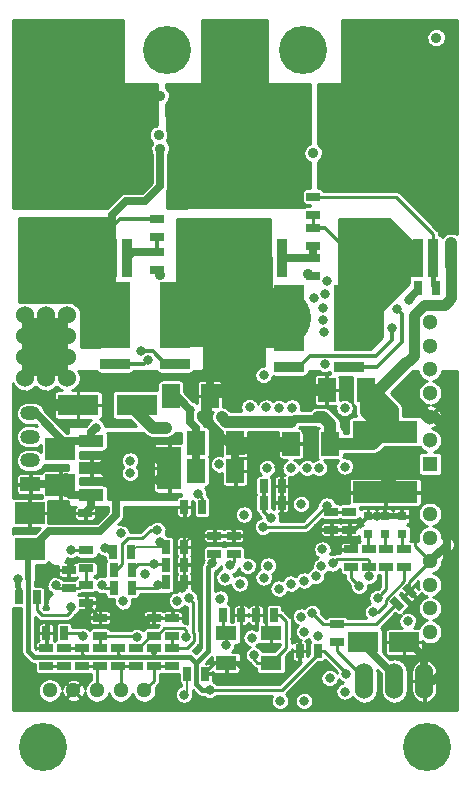
<source format=gbl>
G04 #@! TF.FileFunction,Copper,L4,Bot,Signal*
%FSLAX46Y46*%
G04 Gerber Fmt 4.6, Leading zero omitted, Abs format (unit mm)*
G04 Created by KiCad (PCBNEW 4.0.1-stable) date 2016-02-06 8:57:16 PM*
%MOMM*%
G01*
G04 APERTURE LIST*
%ADD10C,0.150000*%
%ADD11C,1.300480*%
%ADD12R,3.500120X1.800860*%
%ADD13R,1.699260X1.198880*%
%ADD14O,1.699260X1.198880*%
%ADD15R,2.540000X5.588000*%
%ADD16R,2.540000X0.889000*%
%ADD17R,2.540000X1.699260*%
%ADD18R,1.800860X1.198880*%
%ADD19O,1.524000X3.048000*%
%ADD20C,4.064000*%
%ADD21R,2.499360X1.950720*%
%ADD22R,5.499100X1.849120*%
%ADD23R,0.797560X0.797560*%
%ADD24R,4.000000X5.000000*%
%ADD25R,10.800080X8.150860*%
%ADD26R,0.899160X3.200400*%
%ADD27R,1.143000X0.635000*%
%ADD28R,1.524000X2.032000*%
%ADD29R,0.635000X1.143000*%
%ADD30R,2.032000X3.657600*%
%ADD31R,2.032000X1.016000*%
%ADD32R,1.300000X1.300000*%
%ADD33C,1.300000*%
%ADD34C,0.800000*%
%ADD35C,0.889000*%
%ADD36C,1.524000*%
%ADD37C,0.635000*%
%ADD38C,0.508000*%
%ADD39C,0.304800*%
%ADD40C,0.254000*%
%ADD41C,1.016000*%
%ADD42C,1.270000*%
%ADD43C,0.203200*%
%ADD44C,5.080000*%
%ADD45C,2.286000*%
%ADD46C,0.889000*%
%ADD47C,0.406400*%
G04 APERTURE END LIST*
D10*
D11*
X86099240Y-137200000D03*
X88100760Y-137200000D03*
X90099740Y-137200000D03*
X84100260Y-137200000D03*
X82098740Y-137200000D03*
D12*
X89494360Y-113030000D03*
X84495640Y-113030000D03*
D13*
X80450000Y-119728280D03*
D14*
X80450000Y-115725240D03*
X80450000Y-117726760D03*
X80450000Y-113726260D03*
D11*
X114300000Y-126253240D03*
X114300000Y-128254760D03*
X114300000Y-130253740D03*
X114300000Y-132255260D03*
X114300000Y-124254260D03*
X114300000Y-122252740D03*
D15*
X102362000Y-105664000D03*
X107442000Y-105664000D03*
D16*
X102362000Y-109791500D03*
X107442000Y-109791500D03*
D15*
X87630000Y-105410000D03*
X92710000Y-105410000D03*
D16*
X87630000Y-109537500D03*
X92710000Y-109537500D03*
D17*
X108633260Y-133096000D03*
X112092740Y-133096000D03*
D18*
X97033080Y-134853680D03*
X97033080Y-132354320D03*
X100832920Y-132354320D03*
X100832920Y-134853680D03*
D19*
X108712000Y-136398000D03*
X111252000Y-136398000D03*
X113792000Y-136398000D03*
D20*
X92000000Y-83000000D03*
X103500000Y-83000000D03*
D21*
X80391000Y-125222000D03*
X80391000Y-122174000D03*
X83000000Y-116776000D03*
X83000000Y-119824000D03*
D22*
X110490000Y-120431560D03*
X110490000Y-115280440D03*
D23*
X111887000Y-123939300D03*
X111887000Y-122440700D03*
X110450000Y-123949300D03*
X110450000Y-122450700D03*
X109050000Y-123949300D03*
X109050000Y-122450700D03*
D24*
X81661000Y-108077000D03*
X97536000Y-105664000D03*
D25*
X110744000Y-89984580D03*
D26*
X114554000Y-100586540D03*
X113284000Y-100586540D03*
X112014000Y-100586540D03*
X109474000Y-100586540D03*
X108204000Y-100586540D03*
X106934000Y-100586540D03*
D25*
X97917000Y-89984580D03*
D26*
X101727000Y-100586540D03*
X100457000Y-100586540D03*
X99187000Y-100586540D03*
X96647000Y-100586540D03*
X95377000Y-100586540D03*
X94107000Y-100586540D03*
D25*
X84836000Y-89984580D03*
D26*
X88646000Y-100586540D03*
X87376000Y-100586540D03*
X86106000Y-100586540D03*
X83566000Y-100586540D03*
X82296000Y-100586540D03*
X81026000Y-100586540D03*
D20*
X114000000Y-142000000D03*
X81500000Y-142000000D03*
D27*
X83693000Y-127000000D03*
X83693000Y-128524000D03*
D10*
G36*
X112373210Y-128118567D02*
X113181433Y-128926790D01*
X112732420Y-129375803D01*
X111924197Y-128567580D01*
X112373210Y-128118567D01*
X112373210Y-128118567D01*
G37*
G36*
X111295580Y-129196197D02*
X112103803Y-130004420D01*
X111654790Y-130453433D01*
X110846567Y-129645210D01*
X111295580Y-129196197D01*
X111295580Y-129196197D01*
G37*
D27*
X81788000Y-133604000D03*
X81788000Y-135128000D03*
X92456000Y-132588000D03*
X92456000Y-131064000D03*
X90900000Y-132562000D03*
X90900000Y-131038000D03*
X86350000Y-132562000D03*
X86350000Y-131038000D03*
D28*
X102549000Y-116300000D03*
X105851000Y-116300000D03*
D27*
X96012000Y-124079000D03*
X96012000Y-125603000D03*
D29*
X96774000Y-130810000D03*
X98298000Y-130810000D03*
D27*
X107600000Y-126762000D03*
X107600000Y-125238000D03*
X97663000Y-125603000D03*
X97663000Y-124079000D03*
D29*
X100203000Y-121285000D03*
X101727000Y-121285000D03*
D27*
X105918000Y-123571000D03*
X105918000Y-122047000D03*
X85090000Y-123698000D03*
X85090000Y-122174000D03*
D29*
X103251000Y-133858000D03*
X104775000Y-133858000D03*
X95250000Y-135763000D03*
X93726000Y-135763000D03*
X101092000Y-130810000D03*
X99568000Y-130810000D03*
D28*
X105537000Y-111760000D03*
X108839000Y-111760000D03*
X92329000Y-112268000D03*
X95631000Y-112268000D03*
X94488000Y-116205000D03*
X97790000Y-116205000D03*
X94488000Y-118618000D03*
X97790000Y-118618000D03*
D27*
X107442000Y-123571000D03*
X107442000Y-122047000D03*
X85200000Y-125338000D03*
X85200000Y-126862000D03*
X85200000Y-129762000D03*
X85200000Y-128238000D03*
X106426000Y-131572000D03*
X106426000Y-133096000D03*
D29*
X81012000Y-129300000D03*
X79488000Y-129300000D03*
D27*
X83312000Y-135128000D03*
X83312000Y-133604000D03*
X86360000Y-135128000D03*
X86360000Y-133604000D03*
X89408000Y-135128000D03*
X89408000Y-133604000D03*
X92456000Y-135128000D03*
X92456000Y-133604000D03*
X90932000Y-135128000D03*
X90932000Y-133604000D03*
X87884000Y-135128000D03*
X87884000Y-133604000D03*
X84836000Y-135128000D03*
X84836000Y-133604000D03*
D29*
X93472000Y-121666000D03*
X94996000Y-121666000D03*
D27*
X109100000Y-125238000D03*
X109100000Y-126762000D03*
D29*
X87503000Y-128524000D03*
X89027000Y-128524000D03*
X93462000Y-128050000D03*
X91938000Y-128050000D03*
X87503000Y-127000000D03*
X89027000Y-127000000D03*
X93462000Y-126550000D03*
X91938000Y-126550000D03*
X114808000Y-103124000D03*
X113284000Y-103124000D03*
D27*
X104394000Y-96901000D03*
X104394000Y-95377000D03*
D29*
X87488000Y-125450000D03*
X89012000Y-125450000D03*
X93462000Y-125050000D03*
X91938000Y-125050000D03*
D27*
X104394000Y-100584000D03*
X104394000Y-102108000D03*
X104394000Y-98044000D03*
X104394000Y-99568000D03*
X112100000Y-125238000D03*
X112100000Y-126762000D03*
X110600000Y-125238000D03*
X110600000Y-126762000D03*
X91186000Y-100076000D03*
X91186000Y-101600000D03*
X91186000Y-97282000D03*
X91186000Y-98806000D03*
D29*
X83312000Y-132334000D03*
X81788000Y-132334000D03*
D30*
X92202000Y-118364000D03*
D31*
X85598000Y-118364000D03*
X85598000Y-116078000D03*
X85598000Y-120650000D03*
D32*
X114300000Y-118018560D03*
D33*
X114300000Y-114015520D03*
X114300000Y-116017040D03*
X114300000Y-112016540D03*
X114300000Y-110015020D03*
X114300000Y-108013500D03*
X114300000Y-106014520D03*
D29*
X100203000Y-119888000D03*
X101727000Y-119888000D03*
D34*
X88900000Y-117729000D03*
X88900000Y-118800000D03*
X85979000Y-114935000D03*
X79400000Y-127800000D03*
X101473000Y-118237000D03*
X102870000Y-132842000D03*
X107817006Y-124617006D03*
D35*
X90551000Y-110490012D03*
D34*
X103759000Y-115189000D03*
X103709331Y-113221584D03*
X98512630Y-135586518D03*
X109782385Y-122455968D03*
X91823218Y-122684218D03*
X110871000Y-119380000D03*
X110871000Y-118364000D03*
X98552000Y-116840000D03*
X97028000Y-123063000D03*
X99314000Y-117475000D03*
X93321003Y-128553294D03*
X80600000Y-121900000D03*
X86300000Y-126200000D03*
X90255293Y-131671345D03*
X88138000Y-131699000D03*
X81800000Y-112800000D03*
D36*
X93472000Y-103251000D03*
X93472000Y-104775000D03*
D34*
X84928238Y-131104499D03*
D36*
X94996000Y-103251000D03*
X94996000Y-104775000D03*
X93472000Y-106299000D03*
X94996000Y-106299000D03*
D34*
X99187000Y-132731485D03*
X93472000Y-137541000D03*
X97028000Y-133350000D03*
X108286870Y-128330435D03*
X97350000Y-126600000D03*
X100831698Y-122555000D03*
X100132231Y-123334253D03*
X105537000Y-121539000D03*
X91948000Y-114935000D03*
X90805000Y-114935000D03*
X99374925Y-134191906D03*
X94615000Y-120523000D03*
X83900000Y-130100000D03*
X96901000Y-127635000D03*
X98171000Y-128143000D03*
X112394988Y-131318000D03*
X106044996Y-126432893D03*
X91200000Y-119400000D03*
X92850000Y-129600000D03*
X95631000Y-137160000D03*
X98552000Y-122301000D03*
X95850000Y-126400000D03*
X107200501Y-135762249D03*
X109135117Y-127485117D03*
X111049589Y-110692411D03*
X116078000Y-99314000D03*
D36*
X80010000Y-110744000D03*
D34*
X116078000Y-100330000D03*
X83900000Y-125300000D03*
X111125000Y-113411000D03*
X93980000Y-113411000D03*
D36*
X83566000Y-107188000D03*
X83566000Y-105410000D03*
X81788000Y-105410000D03*
X80010000Y-105410000D03*
X81788000Y-107188000D03*
X80010000Y-107188000D03*
X80010000Y-108966000D03*
X81788000Y-108966000D03*
X83566000Y-108966000D03*
X83566000Y-110744000D03*
X81788000Y-110744000D03*
D34*
X96647000Y-114046000D03*
X116100000Y-101300000D03*
X101600000Y-138085820D03*
X82600000Y-128300000D03*
X104310799Y-130643738D03*
X100203000Y-110490012D03*
D36*
X110744000Y-86868000D03*
X110744000Y-88646000D03*
X112522000Y-86868000D03*
X112522000Y-88646000D03*
X106934000Y-86868000D03*
X106934000Y-88646000D03*
X108966000Y-86868000D03*
X108966000Y-88646000D03*
X106934000Y-90424000D03*
X108966000Y-90424000D03*
X110744000Y-90424000D03*
X112522000Y-90424000D03*
D34*
X86741000Y-125095000D03*
D36*
X111252000Y-81534000D03*
X109474000Y-81534000D03*
X107696000Y-81534000D03*
D34*
X105410000Y-103632000D03*
X91200000Y-123600000D03*
D36*
X93980000Y-90678000D03*
X95758000Y-90678000D03*
X97790000Y-90678000D03*
X99822000Y-90678000D03*
X99822000Y-88900000D03*
X97790000Y-88900000D03*
X95758000Y-88900000D03*
X97790000Y-87122000D03*
X99822000Y-87122000D03*
X93980000Y-87122000D03*
X95758000Y-87122000D03*
X93980000Y-88900000D03*
X96139000Y-81534000D03*
X97790000Y-81534000D03*
X99441000Y-81534000D03*
D34*
X104500000Y-104000266D03*
X86500000Y-128267478D03*
D36*
X81026000Y-90932000D03*
X82804000Y-90932000D03*
X84582000Y-90932000D03*
X86360000Y-90932000D03*
X86360000Y-89154000D03*
X84582000Y-89154000D03*
X82804000Y-89154000D03*
X81026000Y-89154000D03*
X81026000Y-87122000D03*
X82804000Y-87122000D03*
X84582000Y-87122000D03*
X86360000Y-87122000D03*
D35*
X91440000Y-86868000D03*
D36*
X83312000Y-81534000D03*
X85090000Y-81534000D03*
X86868000Y-81534000D03*
D34*
X101473000Y-113284000D03*
D35*
X108003411Y-103725057D03*
D34*
X105291353Y-106846343D03*
D35*
X91440000Y-91313000D03*
D34*
X91300000Y-128250000D03*
X107061000Y-137287000D03*
X90932000Y-126492000D03*
X105792150Y-136142850D03*
D35*
X114808000Y-81915000D03*
D34*
X99012291Y-113211397D03*
X112483130Y-104116822D03*
X100441730Y-113235361D03*
X91440000Y-124587000D03*
X103632000Y-138085820D03*
X105537509Y-102507217D03*
D35*
X104394000Y-91694000D03*
X103937763Y-101968280D03*
D34*
X102596601Y-113245201D03*
X107051383Y-113293617D03*
D35*
X91313000Y-90170000D03*
D34*
X105383273Y-109569220D03*
D35*
X91440000Y-101981000D03*
D34*
X105264351Y-105868904D03*
X90424000Y-109220000D03*
X105266323Y-104825601D03*
X89789000Y-108458000D03*
X111506000Y-104902000D03*
X111029780Y-106546698D03*
X100505015Y-118375283D03*
X105181969Y-125258511D03*
X105090994Y-126647361D03*
X107061000Y-118237000D03*
X104643484Y-127516758D03*
X104902000Y-118364000D03*
X103885996Y-118364000D03*
X103632000Y-127889000D03*
X100203000Y-127635000D03*
X102489000Y-118364000D03*
X96450000Y-118050000D03*
X96520000Y-129413000D03*
X100584000Y-126619000D03*
X103378000Y-121412000D03*
X90200000Y-127300000D03*
X98850000Y-126650000D03*
X93859398Y-129369533D03*
X93605312Y-132700000D03*
X89453446Y-132677426D03*
X88100000Y-123900000D03*
X88292526Y-129652290D03*
X109474000Y-130556000D03*
X109849234Y-129387867D03*
X84900000Y-132600000D03*
X104775000Y-132588000D03*
X101473000Y-128578582D03*
X103377992Y-130937000D03*
X103632000Y-132207000D03*
X102489000Y-128156220D03*
D37*
X80450000Y-113726260D02*
X80926260Y-113726260D01*
X80926260Y-113726260D02*
X83000000Y-115800000D01*
X83000000Y-115800000D02*
X83000000Y-116776000D01*
X85598000Y-116078000D02*
X83698000Y-116078000D01*
X83698000Y-116078000D02*
X83000000Y-116776000D01*
D38*
X79450000Y-129262000D02*
X79400000Y-127800000D01*
X79488000Y-129300000D02*
X79450000Y-129262000D01*
D37*
X85598000Y-116078000D02*
X82922000Y-116078000D01*
X111252000Y-135890000D02*
X111252000Y-136398000D01*
X108633260Y-133271260D02*
X111252000Y-135890000D01*
X108633260Y-133096000D02*
X108633260Y-133271260D01*
X85598000Y-115316000D02*
X85979000Y-114935000D01*
X85598000Y-116078000D02*
X85598000Y-115316000D01*
X85598000Y-116078000D02*
X84709000Y-116078000D01*
D39*
X101727000Y-119888000D02*
X101727000Y-118491000D01*
X101727000Y-118491000D02*
X101473000Y-118237000D01*
X101727000Y-121285000D02*
X101727000Y-119888000D01*
D40*
X103060500Y-132842000D02*
X102870000Y-132842000D01*
X103251000Y-133032500D02*
X103060500Y-132842000D01*
X103251000Y-133858000D02*
X103251000Y-133032500D01*
D39*
X107442000Y-124242000D02*
X107817006Y-124617006D01*
X107442000Y-123571000D02*
X107442000Y-124242000D01*
D37*
X107817006Y-125182691D02*
X107817006Y-124617006D01*
X107761697Y-125238000D02*
X107817006Y-125182691D01*
X107600000Y-125238000D02*
X107761697Y-125238000D01*
D39*
X95631000Y-110744000D02*
X95377012Y-110490012D01*
X91179617Y-110490012D02*
X90551000Y-110490012D01*
X95377012Y-110490012D02*
X91179617Y-110490012D01*
D37*
X103709331Y-112655899D02*
X103709331Y-113221584D01*
X103124000Y-111760000D02*
X103709331Y-112345331D01*
X103709331Y-112345331D02*
X103709331Y-112655899D01*
X95631000Y-112268000D02*
X95250000Y-112649000D01*
X95250000Y-112649000D02*
X95250000Y-114300000D01*
X95250000Y-114300000D02*
X97155000Y-116205000D01*
X97155000Y-116205000D02*
X97790000Y-116205000D01*
X95631000Y-110744000D02*
X95631000Y-110236000D01*
X95631000Y-110236000D02*
X97536000Y-108331000D01*
X97536000Y-108331000D02*
X97536000Y-105664000D01*
D41*
X114157760Y-114030760D02*
X114300000Y-114030760D01*
D37*
X114919760Y-114030760D02*
X115697000Y-114808000D01*
X114300000Y-114030760D02*
X114919760Y-114030760D01*
X114554000Y-136398000D02*
X113792000Y-136398000D01*
X115697000Y-135255000D02*
X114554000Y-136398000D01*
D40*
X112552815Y-128747185D02*
X112552815Y-128000425D01*
X97033080Y-134853680D02*
X97779792Y-134853680D01*
X97779792Y-134853680D02*
X98512630Y-135586518D01*
X83601000Y-126838000D02*
X84239000Y-126200000D01*
X84239000Y-126200000D02*
X86300000Y-126200000D01*
X83700000Y-126838000D02*
X83601000Y-126838000D01*
D39*
X109050000Y-122450700D02*
X109782385Y-122455968D01*
X109782385Y-122455968D02*
X110440000Y-122460700D01*
D38*
X95123000Y-102870000D02*
X95377000Y-104406700D01*
X95377000Y-104406700D02*
X95135700Y-104648000D01*
D40*
X102549000Y-116300000D02*
X102549000Y-116201000D01*
X99568000Y-130810000D02*
X100310000Y-130810000D01*
X100400000Y-130900000D02*
X100400000Y-131921400D01*
X100310000Y-130810000D02*
X100400000Y-130900000D01*
X100400000Y-131921400D02*
X100832920Y-132354320D01*
X98298000Y-130810000D02*
X98298000Y-130252000D01*
D37*
X80450000Y-119728280D02*
X82904280Y-119728280D01*
X82904280Y-119728280D02*
X83000000Y-119824000D01*
D40*
X92841436Y-121666000D02*
X91823218Y-122684218D01*
X93472000Y-121666000D02*
X92841436Y-121666000D01*
D37*
X85598000Y-120650000D02*
X83826000Y-120650000D01*
X83826000Y-120650000D02*
X83000000Y-119824000D01*
X83439000Y-120500000D02*
X83439000Y-119126000D01*
D41*
X110871000Y-118364000D02*
X110871000Y-119380000D01*
X110871000Y-119380000D02*
X110490000Y-119761000D01*
X110490000Y-120431560D02*
X110490000Y-119761000D01*
X105537000Y-111760000D02*
X103124000Y-111760000D01*
X103124000Y-111760000D02*
X96139000Y-111760000D01*
X96139000Y-111760000D02*
X95631000Y-112268000D01*
X112268000Y-111633000D02*
X112268000Y-112141000D01*
X112268000Y-112141000D02*
X114157760Y-114030760D01*
D37*
X97790000Y-117475000D02*
X97790000Y-118618000D01*
X97790000Y-116205000D02*
X97790000Y-117475000D01*
X97917000Y-116205000D02*
X98552000Y-116840000D01*
X97790000Y-116205000D02*
X97917000Y-116205000D01*
D40*
X93462000Y-128050000D02*
X93462000Y-126550000D01*
X93462000Y-126550000D02*
X93462000Y-125050000D01*
X98298000Y-130810000D02*
X99568000Y-130810000D01*
X107442000Y-123571000D02*
X105918000Y-123571000D01*
X111887000Y-122440700D02*
X112661700Y-122440700D01*
D37*
X85598000Y-121666000D02*
X85090000Y-122174000D01*
X85598000Y-120650000D02*
X85598000Y-121666000D01*
D40*
X96012000Y-124079000D02*
X97663000Y-124079000D01*
X93472000Y-121666000D02*
X93462000Y-125050000D01*
X97663000Y-123698000D02*
X97028000Y-123063000D01*
X97663000Y-124079000D02*
X97663000Y-123698000D01*
X99314000Y-117475000D02*
X97790000Y-117475000D01*
X97155000Y-119253000D02*
X97790000Y-118618000D01*
X97663000Y-124079000D02*
X98044000Y-124079000D01*
D38*
X110450000Y-122450700D02*
X111887000Y-122440700D01*
D40*
X81661000Y-133477000D02*
X81788000Y-133604000D01*
X103251000Y-134747000D02*
X101981000Y-136017000D01*
X101981000Y-136017000D02*
X98933000Y-136017000D01*
X98933000Y-136017000D02*
X98298000Y-135382000D01*
X98298000Y-135382000D02*
X98298000Y-130810000D01*
X103251000Y-133858000D02*
X103251000Y-134747000D01*
D42*
X97885000Y-116300000D02*
X97790000Y-116205000D01*
X102549000Y-116300000D02*
X97885000Y-116300000D01*
D37*
X95631000Y-110744000D02*
X95631000Y-112268000D01*
D40*
X93462000Y-128050000D02*
X93490858Y-128078858D01*
X93490858Y-128078858D02*
X93490858Y-128383439D01*
X93490858Y-128383439D02*
X93321003Y-128553294D01*
D43*
X93462000Y-124796000D02*
X93462000Y-125050000D01*
X94179000Y-124079000D02*
X93462000Y-124796000D01*
X96012000Y-124079000D02*
X94179000Y-124079000D01*
D42*
X80600000Y-122076000D02*
X80550000Y-122126000D01*
X80600000Y-121900000D02*
X80600000Y-122076000D01*
D40*
X85200000Y-129888000D02*
X86350000Y-131038000D01*
X85200000Y-129762000D02*
X85200000Y-129888000D01*
X92430000Y-131038000D02*
X92456000Y-131064000D01*
X90900000Y-131038000D02*
X92430000Y-131038000D01*
X90810500Y-131699000D02*
X88138000Y-131699000D01*
X90900000Y-131609500D02*
X90838155Y-131671345D01*
X90838155Y-131671345D02*
X90255293Y-131671345D01*
X90900000Y-131038000D02*
X90900000Y-131609500D01*
X90900000Y-131609500D02*
X90810500Y-131699000D01*
X86350000Y-131038000D02*
X87477000Y-131038000D01*
X87477000Y-131038000D02*
X88138000Y-131699000D01*
D39*
X110440000Y-122460700D02*
X110450000Y-122450700D01*
X107929700Y-123571000D02*
X109050000Y-122450700D01*
X107442000Y-123571000D02*
X107929700Y-123571000D01*
D44*
X97536000Y-105664000D02*
X101663500Y-105664000D01*
X97028000Y-104013000D02*
X97536000Y-105664000D01*
D37*
X100457000Y-100586540D02*
X99187000Y-100586540D01*
D45*
X99187000Y-104013000D02*
X97536000Y-105664000D01*
X99187000Y-100586540D02*
X99187000Y-104013000D01*
D40*
X95374460Y-100584000D02*
X95377000Y-100584000D01*
X95377000Y-100586540D02*
X95374460Y-100584000D01*
X94107000Y-100586540D02*
X95377000Y-100586540D01*
D41*
X98361500Y-106489500D02*
X97536000Y-105664000D01*
D37*
X97536000Y-105664000D02*
X97742290Y-105664000D01*
D42*
X92832127Y-104607681D02*
X93472000Y-103251000D01*
D40*
X96032320Y-134853680D02*
X97033080Y-134853680D01*
X95250000Y-135636000D02*
X96032320Y-134853680D01*
X95250000Y-135763000D02*
X95250000Y-135636000D01*
D37*
X113792000Y-134366000D02*
X113792000Y-136398000D01*
X112522000Y-133096000D02*
X113792000Y-134366000D01*
X112092740Y-133096000D02*
X112522000Y-133096000D01*
D40*
X86283501Y-131104499D02*
X86350000Y-131038000D01*
X84994737Y-131038000D02*
X84928238Y-131104499D01*
X81788000Y-131699000D02*
X81788000Y-132334000D01*
X84714737Y-131318000D02*
X84928238Y-131104499D01*
X82169000Y-131318000D02*
X84714737Y-131318000D01*
X81788000Y-131699000D02*
X82169000Y-131318000D01*
X86350000Y-131038000D02*
X84994737Y-131038000D01*
X81788000Y-132334000D02*
X81788000Y-133604000D01*
D41*
X99187000Y-104013000D02*
X97536000Y-105664000D01*
X96647000Y-101473000D02*
X99187000Y-104013000D01*
X96647000Y-100586540D02*
X96647000Y-101473000D01*
D46*
X100457000Y-103759000D02*
X102362000Y-105664000D01*
X100457000Y-100586540D02*
X100457000Y-103759000D01*
X102362000Y-105664000D02*
X102362000Y-104653080D01*
D43*
X94996000Y-103251000D02*
X95123000Y-103286560D01*
X95123000Y-103286560D02*
X95123000Y-102870000D01*
X95250000Y-104775000D02*
X94996000Y-104775000D01*
X94996000Y-103251000D02*
X95250000Y-104775000D01*
D41*
X82030000Y-113030000D02*
X81800000Y-112800000D01*
X82030000Y-113030000D02*
X84495640Y-113030000D01*
X84495640Y-113284000D02*
X84495640Y-113243360D01*
D37*
X85725000Y-113030000D02*
X84495640Y-113030000D01*
X85852000Y-113284000D02*
X84495640Y-113284000D01*
X115697000Y-124856240D02*
X115697000Y-135255000D01*
X115697000Y-114808000D02*
X115697000Y-124856240D01*
D40*
X112661700Y-122440700D02*
X113030000Y-122809000D01*
X113030000Y-122809000D02*
X113030000Y-124983240D01*
D43*
X93472000Y-137541000D02*
X93726000Y-137287000D01*
X93726000Y-137287000D02*
X93726000Y-135763000D01*
D40*
X96774000Y-132095240D02*
X97033080Y-132354320D01*
X96774000Y-130810000D02*
X96774000Y-132095240D01*
X97028000Y-132359400D02*
X97033080Y-132354320D01*
X97028000Y-133350000D02*
X97028000Y-132359400D01*
X107600000Y-126762000D02*
X107600000Y-127643565D01*
X107886871Y-127930436D02*
X108286870Y-128330435D01*
X107600000Y-127643565D02*
X107886871Y-127930436D01*
X97350000Y-126600000D02*
X97663000Y-126287000D01*
X97663000Y-126287000D02*
X97663000Y-125603000D01*
D39*
X100203000Y-119888000D02*
X100203000Y-121285000D01*
X100831698Y-122555000D02*
X100711000Y-122555000D01*
X100711000Y-122555000D02*
X100203000Y-122047000D01*
X100203000Y-122047000D02*
X100203000Y-121285000D01*
D40*
X105537000Y-121539000D02*
X103741747Y-123334253D01*
X100697916Y-123334253D02*
X100132231Y-123334253D01*
X103741747Y-123334253D02*
X100697916Y-123334253D01*
X105918000Y-122047000D02*
X107442000Y-122047000D01*
X105537000Y-121539000D02*
X105918000Y-121920000D01*
X105918000Y-121920000D02*
X105918000Y-122047000D01*
D41*
X89494360Y-113030000D02*
X89494360Y-113624360D01*
X89494360Y-113624360D02*
X90805000Y-114935000D01*
X90805000Y-114935000D02*
X91948000Y-114935000D01*
D40*
X99678490Y-134853680D02*
X99374925Y-134550115D01*
X100832920Y-134853680D02*
X99678490Y-134853680D01*
X99374925Y-134550115D02*
X99374925Y-134191906D01*
X101600000Y-130810000D02*
X102108000Y-131318000D01*
X102108000Y-133578600D02*
X100832920Y-134853680D01*
X102108000Y-131318000D02*
X102108000Y-133578600D01*
X101092000Y-130810000D02*
X101600000Y-130810000D01*
X111887000Y-125025000D02*
X112100000Y-125238000D01*
X111887000Y-123939300D02*
X111887000Y-125025000D01*
X110450000Y-123949300D02*
X110450000Y-125088000D01*
X110450000Y-125088000D02*
X110600000Y-125238000D01*
X108712000Y-136144000D02*
X108712000Y-136398000D01*
X106426000Y-133858000D02*
X108712000Y-136144000D01*
X106426000Y-133096000D02*
X106426000Y-133858000D01*
X104394000Y-95377000D02*
X111379000Y-95377000D01*
X114554000Y-98552000D02*
X114554000Y-100586540D01*
X111379000Y-95377000D02*
X114554000Y-98552000D01*
D47*
X114554000Y-102870000D02*
X114808000Y-103124000D01*
X114554000Y-100586540D02*
X114554000Y-102870000D01*
D37*
X104394000Y-99568000D02*
X104394000Y-100584000D01*
X101729540Y-100584000D02*
X101727000Y-100586540D01*
X104394000Y-100584000D02*
X101729540Y-100584000D01*
D39*
X91186000Y-98806000D02*
X91186000Y-100076000D01*
D37*
X89156540Y-100076000D02*
X88646000Y-100586540D01*
X91186000Y-100076000D02*
X89156540Y-100076000D01*
D40*
X94615000Y-120523000D02*
X94996000Y-120904000D01*
X94996000Y-120904000D02*
X94996000Y-121666000D01*
X81050000Y-129300000D02*
X81012000Y-129300000D01*
X83900000Y-130476000D02*
X83566000Y-130810000D01*
X83566000Y-130810000D02*
X81407000Y-130810000D01*
X81407000Y-130810000D02*
X81012000Y-130415000D01*
X81012000Y-130415000D02*
X81012000Y-129300000D01*
X83900000Y-130100000D02*
X83900000Y-130476000D01*
X106444995Y-126032894D02*
X106044996Y-126432893D01*
X108942394Y-126032894D02*
X106444995Y-126032894D01*
X109100000Y-126762000D02*
X109100000Y-126190500D01*
X109100000Y-126190500D02*
X108942394Y-126032894D01*
X95631000Y-137160000D02*
X101727000Y-137160000D01*
X101727000Y-137160000D02*
X104775000Y-134112000D01*
X104775000Y-134112000D02*
X104775000Y-133858000D01*
D38*
X90932000Y-133604000D02*
X90932000Y-134039000D01*
X80264000Y-127800000D02*
X80264000Y-125460000D01*
D37*
X92202000Y-118364000D02*
X92202000Y-118398000D01*
X92202000Y-118398000D02*
X91200000Y-119400000D01*
X85090000Y-123698000D02*
X82026000Y-123698000D01*
X87695500Y-119695500D02*
X86364000Y-118364000D01*
X86364000Y-118364000D02*
X85598000Y-118364000D01*
D47*
X80264000Y-133858000D02*
X80264000Y-127800000D01*
D40*
X87884000Y-134112000D02*
X87884000Y-133604000D01*
X90932000Y-133404000D02*
X90932000Y-134039000D01*
X84836000Y-134112000D02*
X84836000Y-133604000D01*
X83312000Y-133604000D02*
X84836000Y-133604000D01*
X96012000Y-125603000D02*
X95977000Y-126273000D01*
D41*
X88400000Y-116500000D02*
X90338000Y-116500000D01*
X90338000Y-116500000D02*
X92202000Y-118364000D01*
X86536000Y-118364000D02*
X88400000Y-116500000D01*
X85598000Y-118364000D02*
X86536000Y-118364000D01*
D47*
X95631000Y-137160000D02*
X94996000Y-137160000D01*
D40*
X95977000Y-126273000D02*
X95850000Y-126400000D01*
D47*
X94996000Y-137160000D02*
X94488000Y-136652000D01*
X80264000Y-133858000D02*
X80772000Y-134366000D01*
D40*
X88138000Y-134366000D02*
X87884000Y-134112000D01*
D47*
X88138000Y-134366000D02*
X85090000Y-134366000D01*
D40*
X85090000Y-134366000D02*
X84836000Y-134112000D01*
D47*
X80772000Y-134366000D02*
X85090000Y-134366000D01*
X94488000Y-136652000D02*
X94488000Y-134874000D01*
X94488000Y-134874000D02*
X93980000Y-134366000D01*
D40*
X90805000Y-134366000D02*
X88138000Y-134366000D01*
D47*
X90932000Y-134366000D02*
X90805000Y-134366000D01*
X93980000Y-134366000D02*
X90932000Y-134366000D01*
X90932000Y-134366000D02*
X88138000Y-134366000D01*
D40*
X90932000Y-134039000D02*
X90805000Y-134366000D01*
D38*
X80264000Y-125460000D02*
X80550000Y-125174000D01*
D37*
X82026000Y-123698000D02*
X80550000Y-125174000D01*
D47*
X95485001Y-133876999D02*
X95485001Y-126764999D01*
X94488000Y-134874000D02*
X95485001Y-133876999D01*
X95485001Y-126764999D02*
X95850000Y-126400000D01*
D40*
X105346500Y-133858000D02*
X107200501Y-135712001D01*
X107200501Y-135712001D02*
X107200501Y-135762249D01*
X104775000Y-133858000D02*
X105346500Y-133858000D01*
D37*
X87695500Y-122362500D02*
X86360000Y-123698000D01*
X86360000Y-123698000D02*
X85090000Y-123698000D01*
X87695500Y-119695500D02*
X87695500Y-122362500D01*
D41*
X111049589Y-110692411D02*
X112268000Y-109474000D01*
X109982000Y-111760000D02*
X111049589Y-110692411D01*
X110236000Y-113665000D02*
X110490000Y-113919000D01*
X110490000Y-113919000D02*
X110490000Y-115280440D01*
X108839000Y-112268000D02*
X110236000Y-113665000D01*
X108839000Y-111760000D02*
X108839000Y-112268000D01*
X111125000Y-113411000D02*
X109982000Y-112268000D01*
X109982000Y-112268000D02*
X109982000Y-111760000D01*
X116078000Y-100330000D02*
X116078000Y-99314000D01*
X116100000Y-101300000D02*
X116100000Y-100352000D01*
X116100000Y-100352000D02*
X116078000Y-100330000D01*
D46*
X116100000Y-101300000D02*
X116100000Y-103991000D01*
X116100000Y-103991000D02*
X115570000Y-104521000D01*
X115570000Y-104521000D02*
X113792000Y-104521000D01*
X113792000Y-104521000D02*
X112903000Y-105410000D01*
X112903000Y-105410000D02*
X112903000Y-108839000D01*
X112903000Y-108839000D02*
X112268000Y-109474000D01*
D41*
X108839000Y-111760000D02*
X109982000Y-111760000D01*
D37*
X102616000Y-114427000D02*
X102870000Y-114173000D01*
X102870000Y-114173000D02*
X104656699Y-114173000D01*
X104656699Y-114173000D02*
X104775000Y-114054699D01*
X94488000Y-116205000D02*
X94488000Y-114935000D01*
X94488000Y-114935000D02*
X93980000Y-114427000D01*
X93980000Y-114427000D02*
X93980000Y-113411000D01*
D41*
X104775000Y-114054699D02*
X105256699Y-114054699D01*
X105256699Y-114054699D02*
X105851000Y-114649000D01*
X105851000Y-114649000D02*
X105851000Y-116300000D01*
X102489000Y-114445999D02*
X97046999Y-114445999D01*
X97046999Y-114445999D02*
X96647000Y-114046000D01*
D37*
X105851000Y-114649000D02*
X105851000Y-116300000D01*
X96647000Y-114046000D02*
X97046999Y-114445999D01*
X105256699Y-114054699D02*
X105851000Y-114649000D01*
D40*
X83900000Y-125300000D02*
X83938000Y-125338000D01*
X83938000Y-125338000D02*
X85200000Y-125338000D01*
D41*
X111125000Y-113411000D02*
X111125000Y-114645440D01*
X111125000Y-114645440D02*
X110490000Y-115280440D01*
X111201198Y-114569242D02*
X110490000Y-115280440D01*
D37*
X92837000Y-112268000D02*
X92329000Y-112268000D01*
D41*
X108839000Y-111760000D02*
X108839000Y-113629440D01*
X108839000Y-113629440D02*
X110490000Y-115280440D01*
X105851000Y-116300000D02*
X109470440Y-116300000D01*
X109470440Y-116300000D02*
X110490000Y-115280440D01*
D37*
X94488000Y-116205000D02*
X94488000Y-118618000D01*
X93980000Y-113411000D02*
X92837000Y-112268000D01*
X80010000Y-107188000D02*
X81788000Y-107188000D01*
X81788000Y-108966000D02*
X80010000Y-108966000D01*
D40*
X85200000Y-126862000D02*
X85200000Y-128238000D01*
X82600000Y-128320000D02*
X82804000Y-128524000D01*
X82804000Y-128524000D02*
X83693000Y-128524000D01*
X82600000Y-128300000D02*
X82600000Y-128320000D01*
X84582000Y-128524000D02*
X83693000Y-128524000D01*
X84868000Y-128238000D02*
X84582000Y-128524000D01*
X85200000Y-128238000D02*
X84868000Y-128238000D01*
X104710798Y-131043737D02*
X104310799Y-130643738D01*
X106426000Y-131572000D02*
X105239061Y-131572000D01*
X105239061Y-131572000D02*
X104710798Y-131043737D01*
X109728000Y-131572000D02*
X107251500Y-131572000D01*
X107251500Y-131572000D02*
X106426000Y-131572000D01*
X111475185Y-129824815D02*
X109728000Y-131572000D01*
D37*
X110744000Y-86868000D02*
X110744000Y-88646000D01*
X112268000Y-88392000D02*
X112522000Y-86868000D01*
X112522000Y-88646000D02*
X112268000Y-88392000D01*
X106934000Y-86868000D02*
X106680000Y-87122000D01*
X106680000Y-87122000D02*
X106934000Y-88646000D01*
X109220000Y-88392000D02*
X108966000Y-86868000D01*
X108966000Y-88646000D02*
X109220000Y-88392000D01*
X106934000Y-90424000D02*
X108966000Y-90424000D01*
X110744000Y-90424000D02*
X112522000Y-90424000D01*
D40*
X87122000Y-125476000D02*
X86741000Y-125095000D01*
X87488000Y-125450000D02*
X87122000Y-125476000D01*
D43*
X107696000Y-81534000D02*
X109474000Y-81534000D01*
D40*
X88250000Y-126450000D02*
X88250000Y-124733665D01*
X89934315Y-124300000D02*
X88724358Y-124300000D01*
X88724358Y-124300000D02*
X88290693Y-124733665D01*
X88290693Y-124733665D02*
X88250000Y-124733665D01*
X91200000Y-123600000D02*
X90634315Y-123600000D01*
X90634315Y-123600000D02*
X89934315Y-124300000D01*
X87700000Y-127000000D02*
X88250000Y-126450000D01*
D37*
X93980000Y-90678000D02*
X97917000Y-90238580D01*
X96012000Y-90424000D02*
X95758000Y-90678000D01*
X97790000Y-90678000D02*
X96012000Y-90424000D01*
X99822000Y-88900000D02*
X99822000Y-90678000D01*
X95758000Y-88900000D02*
X97790000Y-88900000D01*
X95054420Y-87122000D02*
X93980000Y-87122000D01*
X97917000Y-90238580D02*
X95054420Y-87122000D01*
X95758000Y-87122000D02*
X94234000Y-87122000D01*
X94234000Y-87122000D02*
X93980000Y-88900000D01*
X99822000Y-87122000D02*
X97790000Y-87122000D01*
D40*
X87503000Y-127000000D02*
X87700000Y-127000000D01*
D43*
X99441000Y-81534000D02*
X97790000Y-81534000D01*
D40*
X86756522Y-128524000D02*
X87503000Y-128524000D01*
X86756522Y-128524000D02*
X86500000Y-128267478D01*
D38*
X81026000Y-89662000D02*
X84836000Y-89984580D01*
X80772000Y-89916000D02*
X81026000Y-89662000D01*
X81026000Y-90932000D02*
X80772000Y-89916000D01*
X83058000Y-91186000D02*
X82804000Y-90932000D01*
X84582000Y-90932000D02*
X83058000Y-91186000D01*
X86360000Y-89154000D02*
X86360000Y-90932000D01*
X82804000Y-89154000D02*
X84582000Y-89154000D01*
X81026000Y-87122000D02*
X81026000Y-89154000D01*
X84582000Y-87122000D02*
X82804000Y-87122000D01*
X86614000Y-88206580D02*
X86360000Y-87122000D01*
X84836000Y-89984580D02*
X86614000Y-88206580D01*
D43*
X86868000Y-81534000D02*
X85090000Y-81534000D01*
D40*
X104394000Y-96901000D02*
X104394000Y-98044000D01*
D39*
X108267500Y-105537000D02*
X108140500Y-105664000D01*
D45*
X109474000Y-100586540D02*
X112014000Y-100586540D01*
X108204000Y-100586540D02*
X109474000Y-100586540D01*
X108140500Y-100650040D02*
X108204000Y-100586540D01*
X108140500Y-105664000D02*
X108140500Y-100650040D01*
D39*
X105410000Y-98044000D02*
X106934000Y-99568000D01*
X106934000Y-99568000D02*
X106934000Y-100586540D01*
X104394000Y-98044000D02*
X105410000Y-98044000D01*
D37*
X113284000Y-100586540D02*
X113284000Y-101346000D01*
X108003411Y-105526911D02*
X108003411Y-104353674D01*
X108140500Y-105664000D02*
X108003411Y-105526911D01*
X108003411Y-104353674D02*
X108003411Y-103725057D01*
D45*
X112014000Y-100586540D02*
X111750814Y-100586540D01*
X111750814Y-100586540D02*
X109855000Y-102482354D01*
X109855000Y-102482354D02*
X109855000Y-102743000D01*
D42*
X108140500Y-105664000D02*
X108140500Y-104457500D01*
X108140500Y-104457500D02*
X109855000Y-102743000D01*
D38*
X112649000Y-101727000D02*
X112649000Y-101221540D01*
X112649000Y-101221540D02*
X112014000Y-100586540D01*
X113284000Y-101092000D02*
X112649000Y-101727000D01*
X113284000Y-100586540D02*
X113284000Y-101092000D01*
D37*
X87376000Y-104965500D02*
X86931500Y-105410000D01*
X87376000Y-100586540D02*
X87376000Y-104965500D01*
D39*
X88011000Y-97282000D02*
X91186000Y-97282000D01*
X87376000Y-97917000D02*
X88011000Y-97282000D01*
X87376000Y-100586540D02*
X87376000Y-97917000D01*
D37*
X87376000Y-96901000D02*
X87376000Y-100586540D01*
X88519000Y-95758000D02*
X87376000Y-96901000D01*
X90170000Y-95758000D02*
X88519000Y-95758000D01*
X91440000Y-94488000D02*
X90170000Y-95758000D01*
X91440000Y-91313000D02*
X91440000Y-94488000D01*
D40*
X91300000Y-128250000D02*
X91938000Y-128050000D01*
X91026000Y-128524000D02*
X91300000Y-128250000D01*
X89027000Y-128524000D02*
X91026000Y-128524000D01*
X89535000Y-126492000D02*
X90932000Y-126492000D01*
X89027000Y-127000000D02*
X89535000Y-126492000D01*
X91880000Y-126492000D02*
X91938000Y-126550000D01*
X90932000Y-126492000D02*
X91880000Y-126492000D01*
D37*
X113284000Y-103124000D02*
X113284000Y-103315952D01*
X112883129Y-103716823D02*
X112483130Y-104116822D01*
X113284000Y-103315952D02*
X112883129Y-103716823D01*
D40*
X91938000Y-124669000D02*
X91938000Y-125050000D01*
X91440000Y-124587000D02*
X91938000Y-124669000D01*
D43*
X89412000Y-125050000D02*
X89012000Y-125450000D01*
X91938000Y-125050000D02*
X89412000Y-125050000D01*
D37*
X103937763Y-102032763D02*
X103937763Y-101968280D01*
X104013000Y-102108000D02*
X103937763Y-102032763D01*
D39*
X91440000Y-101655712D02*
X91440000Y-101981000D01*
X91186000Y-101600000D02*
X91440000Y-101655712D01*
X87630000Y-109537500D02*
X90106500Y-109537500D01*
X90106500Y-109537500D02*
X90424000Y-109220000D01*
X88519000Y-109601000D02*
X87820500Y-109537500D01*
X87820500Y-109537500D02*
X86931500Y-109537500D01*
D40*
X88455500Y-109537500D02*
X88519000Y-109601000D01*
X86931500Y-109537500D02*
X88455500Y-109537500D01*
D39*
X89789000Y-108458000D02*
X90805000Y-108458000D01*
X90805000Y-108458000D02*
X91884500Y-109537500D01*
X91884500Y-109537500D02*
X92710000Y-109537500D01*
D40*
X93408500Y-109537500D02*
X92633800Y-109537500D01*
D39*
X107442000Y-109791500D02*
X109791500Y-109791500D01*
X109791500Y-109791500D02*
X111905999Y-107677001D01*
X111905999Y-107677001D02*
X111905999Y-105301999D01*
X111905999Y-105301999D02*
X111506000Y-104902000D01*
X102362000Y-109791500D02*
X103187500Y-109791500D01*
X103187500Y-109791500D02*
X104140000Y-108839000D01*
X104140000Y-108839000D02*
X109728000Y-108839000D01*
X109728000Y-108839000D02*
X111029780Y-107537220D01*
X111029780Y-107537220D02*
X111029780Y-106546698D01*
D40*
X81788000Y-135128000D02*
X83312000Y-135128000D01*
X92456000Y-132588000D02*
X92456000Y-133604000D01*
X94310113Y-133000713D02*
X93706826Y-133604000D01*
X94310113Y-132361695D02*
X94310113Y-133000713D01*
X94259397Y-132310979D02*
X94310113Y-132361695D01*
X94259397Y-129769532D02*
X94259397Y-132310979D01*
X93706826Y-133604000D02*
X92456000Y-133604000D01*
X93859398Y-129369533D02*
X94259397Y-129769532D01*
X91766000Y-131950000D02*
X93420997Y-131950000D01*
X91154000Y-132562000D02*
X91766000Y-131950000D01*
X90900000Y-132562000D02*
X91154000Y-132562000D01*
X93420997Y-131950000D02*
X93605312Y-132134315D01*
X93605312Y-132134315D02*
X93420997Y-131950000D01*
X90646000Y-132562000D02*
X89604000Y-133604000D01*
X89604000Y-133604000D02*
X89408000Y-133604000D01*
X90900000Y-132562000D02*
X90646000Y-132562000D01*
X93605312Y-132700000D02*
X93605312Y-132134315D01*
X86350000Y-132362000D02*
X86360000Y-133404000D01*
X89338020Y-132562000D02*
X89453446Y-132677426D01*
X86350000Y-132562000D02*
X89338020Y-132562000D01*
X109050000Y-123949300D02*
X109050000Y-125188000D01*
X109050000Y-125188000D02*
X109100000Y-125238000D01*
X86099240Y-137200000D02*
X86099240Y-135388760D01*
X86099240Y-135388760D02*
X86360000Y-135128000D01*
X86121240Y-135366760D02*
X86360000Y-135128000D01*
X86360000Y-135128000D02*
X84836000Y-135128000D01*
X88100760Y-137200000D02*
X88100760Y-135344760D01*
X88100760Y-135344760D02*
X87884000Y-135128000D01*
X88122760Y-135366760D02*
X87884000Y-135128000D01*
X87884000Y-135128000D02*
X89408000Y-135128000D01*
X90099740Y-137200000D02*
X90932000Y-136367740D01*
X90932000Y-136367740D02*
X90932000Y-135128000D01*
X92456000Y-135128000D02*
X90932000Y-135128000D01*
X112100000Y-126762000D02*
X112100000Y-127960708D01*
X112100000Y-127960708D02*
X110541757Y-129518951D01*
X110541757Y-129518951D02*
X110541757Y-129869243D01*
X110541757Y-129869243D02*
X109855000Y-130556000D01*
X109855000Y-130556000D02*
X109474000Y-130556000D01*
X110600000Y-126762000D02*
X110600000Y-128637101D01*
X110249233Y-128987868D02*
X109849234Y-129387867D01*
X110600000Y-128637101D02*
X110249233Y-128987868D01*
X84634000Y-132334000D02*
X84900000Y-132600000D01*
X83312000Y-132334000D02*
X84634000Y-132334000D01*
D47*
X114300000Y-110300000D02*
X114300000Y-110030260D01*
D40*
X112552815Y-128000425D02*
X114300000Y-126253240D01*
D37*
X115697000Y-124856240D02*
X114300000Y-126253240D01*
D40*
X113030000Y-124983240D02*
X114300000Y-126253240D01*
G36*
X100711000Y-102997000D02*
X100716028Y-103032381D01*
X100730714Y-103064961D01*
X100753895Y-103092160D01*
X100761800Y-103097369D01*
X100761800Y-105549700D01*
X100844350Y-105632250D01*
X101600000Y-105632250D01*
X101600000Y-105695750D01*
X100844350Y-105695750D01*
X100761800Y-105778300D01*
X100761800Y-107950000D01*
X100330000Y-107950000D01*
X100294619Y-107955028D01*
X100262039Y-107969714D01*
X100234840Y-107992895D01*
X100215177Y-108022736D01*
X100204605Y-108056873D01*
X100203000Y-108077000D01*
X100203000Y-109708959D01*
X100131873Y-109708463D01*
X99981424Y-109737163D01*
X99839415Y-109794538D01*
X99711254Y-109878404D01*
X99601824Y-109985566D01*
X99515293Y-110111942D01*
X99454956Y-110252718D01*
X99423112Y-110402534D01*
X99420973Y-110555681D01*
X99448622Y-110706326D01*
X99505005Y-110848733D01*
X99587974Y-110977476D01*
X99694369Y-111087651D01*
X99820138Y-111175063D01*
X99960490Y-111236381D01*
X100110079Y-111269270D01*
X100263207Y-111272478D01*
X100414043Y-111245882D01*
X100556839Y-111190495D01*
X100686158Y-111108426D01*
X100797074Y-111002803D01*
X100885361Y-110877647D01*
X100947658Y-110737727D01*
X100953621Y-110711478D01*
X104444800Y-110711478D01*
X104444800Y-111645700D01*
X104527350Y-111728250D01*
X105505250Y-111728250D01*
X105505250Y-110496350D01*
X105422700Y-110413800D01*
X104742478Y-110413800D01*
X104678684Y-110426489D01*
X104618592Y-110451381D01*
X104564510Y-110487517D01*
X104518517Y-110533510D01*
X104482380Y-110587592D01*
X104457489Y-110647684D01*
X104444800Y-110711478D01*
X100953621Y-110711478D01*
X100978783Y-110600729D01*
X100985342Y-110603686D01*
X101092000Y-110618843D01*
X103632000Y-110618843D01*
X103692673Y-110614005D01*
X103795580Y-110582136D01*
X103885535Y-110522860D01*
X103955415Y-110440870D01*
X103999686Y-110342658D01*
X104014843Y-110236000D01*
X104014843Y-110112979D01*
X104823454Y-110113852D01*
X104874642Y-110166859D01*
X105000411Y-110254271D01*
X105140763Y-110315589D01*
X105290352Y-110348478D01*
X105443480Y-110351686D01*
X105594316Y-110325090D01*
X105737112Y-110269703D01*
X105789208Y-110236642D01*
X105793995Y-110296673D01*
X105825864Y-110399580D01*
X105835234Y-110413800D01*
X105651300Y-110413800D01*
X105568750Y-110496350D01*
X105568750Y-111728250D01*
X106546650Y-111728250D01*
X106629200Y-111645700D01*
X106629200Y-110711478D01*
X106616511Y-110647684D01*
X106604565Y-110618843D01*
X107717653Y-110618843D01*
X107709314Y-110637342D01*
X107694157Y-110744000D01*
X107694157Y-112776000D01*
X107698995Y-112836673D01*
X107710782Y-112874735D01*
X107659543Y-112797614D01*
X107551620Y-112688934D01*
X107424643Y-112603287D01*
X107283448Y-112543935D01*
X107133415Y-112513137D01*
X106980256Y-112512068D01*
X106829807Y-112540768D01*
X106687798Y-112598143D01*
X106629200Y-112636488D01*
X106629200Y-111874300D01*
X106546650Y-111791750D01*
X105568750Y-111791750D01*
X105568750Y-113023650D01*
X105651300Y-113106200D01*
X106292737Y-113106200D01*
X106271495Y-113206139D01*
X106269356Y-113359286D01*
X106297005Y-113509931D01*
X106353388Y-113652338D01*
X106436357Y-113781081D01*
X106542752Y-113891256D01*
X106668521Y-113978668D01*
X106808873Y-114039986D01*
X106958462Y-114072875D01*
X107111590Y-114076083D01*
X107262426Y-114049487D01*
X107405222Y-113994100D01*
X107534541Y-113912031D01*
X107645457Y-113806408D01*
X107733744Y-113681252D01*
X107796041Y-113541332D01*
X107829974Y-113391976D01*
X107832417Y-113217036D01*
X107802667Y-113066791D01*
X107782587Y-113018073D01*
X107790140Y-113029535D01*
X107872130Y-113099415D01*
X107950000Y-113134516D01*
X107950000Y-113629440D01*
X107958011Y-113711144D01*
X107965170Y-113792973D01*
X107966475Y-113797465D01*
X107966931Y-113802114D01*
X107990665Y-113880724D01*
X108013577Y-113959586D01*
X108015727Y-113963734D01*
X108017079Y-113968212D01*
X108019644Y-113973037D01*
X107740450Y-113973037D01*
X107679777Y-113977875D01*
X107576870Y-114009744D01*
X107486915Y-114069020D01*
X107417035Y-114151010D01*
X107372764Y-114249222D01*
X107357607Y-114355880D01*
X107357607Y-115411000D01*
X106995843Y-115411000D01*
X106995843Y-115284000D01*
X106991005Y-115223327D01*
X106959136Y-115120420D01*
X106899860Y-115030465D01*
X106817870Y-114960585D01*
X106740000Y-114925484D01*
X106740000Y-114649000D01*
X106731993Y-114567336D01*
X106724830Y-114485468D01*
X106723525Y-114480976D01*
X106723069Y-114476326D01*
X106699346Y-114397750D01*
X106676424Y-114318854D01*
X106674272Y-114314702D01*
X106672921Y-114310228D01*
X106634371Y-114237727D01*
X106596578Y-114164816D01*
X106593662Y-114161163D01*
X106591467Y-114157035D01*
X106539539Y-114093365D01*
X106488333Y-114029221D01*
X106481917Y-114022714D01*
X106481808Y-114022580D01*
X106481684Y-114022478D01*
X106479618Y-114020382D01*
X105885317Y-113426081D01*
X105821872Y-113373967D01*
X105758955Y-113321173D01*
X105754857Y-113318920D01*
X105751246Y-113315954D01*
X105678874Y-113277148D01*
X105606913Y-113237588D01*
X105602459Y-113236175D01*
X105598337Y-113233965D01*
X105519782Y-113209948D01*
X105441532Y-113185126D01*
X105436887Y-113184605D01*
X105432416Y-113183238D01*
X105350719Y-113174940D01*
X105269111Y-113165786D01*
X105259969Y-113165722D01*
X105259802Y-113165705D01*
X105259647Y-113165720D01*
X105256699Y-113165699D01*
X104775000Y-113165699D01*
X104602326Y-113182630D01*
X104436228Y-113232778D01*
X104283035Y-113314232D01*
X104148580Y-113423891D01*
X104106713Y-113474500D01*
X103345443Y-113474500D01*
X103375192Y-113343560D01*
X103377635Y-113168620D01*
X103347885Y-113018375D01*
X103289520Y-112876770D01*
X103204761Y-112749198D01*
X103096838Y-112640518D01*
X102969861Y-112554871D01*
X102828666Y-112495519D01*
X102678633Y-112464721D01*
X102525474Y-112463652D01*
X102375025Y-112492352D01*
X102233016Y-112549727D01*
X102104855Y-112633593D01*
X102015107Y-112721481D01*
X101973237Y-112679317D01*
X101846260Y-112593670D01*
X101705065Y-112534318D01*
X101555032Y-112503520D01*
X101401873Y-112502451D01*
X101251424Y-112531151D01*
X101109415Y-112588526D01*
X100982549Y-112671545D01*
X100941967Y-112630678D01*
X100814990Y-112545031D01*
X100673795Y-112485679D01*
X100523762Y-112454881D01*
X100370603Y-112453812D01*
X100220154Y-112482512D01*
X100078145Y-112539887D01*
X99949984Y-112623753D01*
X99840554Y-112730915D01*
X99754023Y-112857291D01*
X99732149Y-112908326D01*
X99705210Y-112842966D01*
X99620451Y-112715394D01*
X99512528Y-112606714D01*
X99385551Y-112521067D01*
X99244356Y-112461715D01*
X99094323Y-112430917D01*
X98941164Y-112429848D01*
X98790715Y-112458548D01*
X98648706Y-112515923D01*
X98520545Y-112599789D01*
X98411115Y-112706951D01*
X98324584Y-112833327D01*
X98264247Y-112974103D01*
X98232403Y-113123919D01*
X98230264Y-113277066D01*
X98257913Y-113427711D01*
X98309102Y-113556999D01*
X97415235Y-113556999D01*
X97275618Y-113417382D01*
X97141547Y-113307255D01*
X96988638Y-113225266D01*
X96822717Y-113174539D01*
X96723200Y-113164431D01*
X96723200Y-112382300D01*
X96640650Y-112299750D01*
X95662750Y-112299750D01*
X95662750Y-113531650D01*
X95745300Y-113614200D01*
X95874710Y-113614200D01*
X95828672Y-113698640D01*
X95776787Y-113864204D01*
X95758049Y-114036691D01*
X95773170Y-114209533D01*
X95821577Y-114376146D01*
X95901422Y-114530184D01*
X96009667Y-114665780D01*
X96018382Y-114674618D01*
X96418381Y-115074617D01*
X96481826Y-115126731D01*
X96544743Y-115179525D01*
X96548841Y-115181778D01*
X96552452Y-115184744D01*
X96624824Y-115223550D01*
X96696785Y-115263110D01*
X96697800Y-115263432D01*
X96697800Y-116090700D01*
X96780350Y-116173250D01*
X97758250Y-116173250D01*
X97758250Y-116153250D01*
X97821750Y-116153250D01*
X97821750Y-116173250D01*
X98799650Y-116173250D01*
X98882200Y-116090700D01*
X98882200Y-115334999D01*
X101456800Y-115334999D01*
X101456800Y-116185700D01*
X101539350Y-116268250D01*
X102517250Y-116268250D01*
X102517250Y-116248250D01*
X102580750Y-116248250D01*
X102580750Y-116268250D01*
X103558650Y-116268250D01*
X103641200Y-116185700D01*
X103641200Y-115251478D01*
X103628511Y-115187684D01*
X103603620Y-115127592D01*
X103567483Y-115073510D01*
X103521490Y-115027517D01*
X103467408Y-114991381D01*
X103407316Y-114966489D01*
X103343522Y-114953800D01*
X103217180Y-114953800D01*
X103226014Y-114943121D01*
X103264739Y-114871500D01*
X104424222Y-114871500D01*
X104424786Y-114871810D01*
X104590167Y-114924272D01*
X104762588Y-114943612D01*
X104775000Y-114943699D01*
X104888463Y-114943699D01*
X104899625Y-114954861D01*
X104835465Y-114997140D01*
X104765585Y-115079130D01*
X104721314Y-115177342D01*
X104706157Y-115284000D01*
X104706157Y-117316000D01*
X104710995Y-117376673D01*
X104742864Y-117479580D01*
X104802140Y-117569535D01*
X104819778Y-117584568D01*
X104680424Y-117611151D01*
X104538415Y-117668526D01*
X104410254Y-117752392D01*
X104394589Y-117767732D01*
X104386233Y-117759317D01*
X104259256Y-117673670D01*
X104118061Y-117614318D01*
X103968028Y-117583520D01*
X103814869Y-117582451D01*
X103664420Y-117611151D01*
X103522411Y-117668526D01*
X103394250Y-117752392D01*
X103284820Y-117859554D01*
X103198289Y-117985930D01*
X103187919Y-118010126D01*
X103181919Y-117995569D01*
X103097160Y-117867997D01*
X102989237Y-117759317D01*
X102862260Y-117673670D01*
X102796910Y-117646200D01*
X103343522Y-117646200D01*
X103407316Y-117633511D01*
X103467408Y-117608619D01*
X103521490Y-117572483D01*
X103567483Y-117526490D01*
X103603620Y-117472408D01*
X103628511Y-117412316D01*
X103641200Y-117348522D01*
X103641200Y-116414300D01*
X103558650Y-116331750D01*
X102580750Y-116331750D01*
X102580750Y-116351750D01*
X102517250Y-116351750D01*
X102517250Y-116331750D01*
X101539350Y-116331750D01*
X101456800Y-116414300D01*
X101456800Y-117348522D01*
X101469489Y-117412316D01*
X101494380Y-117472408D01*
X101530517Y-117526490D01*
X101576510Y-117572483D01*
X101630592Y-117608619D01*
X101690684Y-117633511D01*
X101754478Y-117646200D01*
X102180674Y-117646200D01*
X102125415Y-117668526D01*
X101997254Y-117752392D01*
X101887824Y-117859554D01*
X101801293Y-117985930D01*
X101740956Y-118126706D01*
X101709112Y-118276522D01*
X101706973Y-118429669D01*
X101734622Y-118580314D01*
X101791005Y-118722721D01*
X101873974Y-118851464D01*
X101980369Y-118961639D01*
X102015851Y-118986300D01*
X101841300Y-118986300D01*
X101758750Y-119068850D01*
X101758750Y-119856250D01*
X102292150Y-119856250D01*
X102374700Y-119773700D01*
X102374700Y-119474478D01*
X107410250Y-119474478D01*
X107410250Y-120317260D01*
X107492800Y-120399810D01*
X110458250Y-120399810D01*
X110458250Y-119259350D01*
X110521750Y-119259350D01*
X110521750Y-120399810D01*
X113487200Y-120399810D01*
X113569750Y-120317260D01*
X113569750Y-119474478D01*
X113557061Y-119410684D01*
X113532169Y-119350592D01*
X113496033Y-119296510D01*
X113450040Y-119250517D01*
X113395958Y-119214380D01*
X113335866Y-119189489D01*
X113272072Y-119176800D01*
X110604300Y-119176800D01*
X110521750Y-119259350D01*
X110458250Y-119259350D01*
X110375700Y-119176800D01*
X107707928Y-119176800D01*
X107644134Y-119189489D01*
X107584042Y-119214380D01*
X107529960Y-119250517D01*
X107483967Y-119296510D01*
X107447831Y-119350592D01*
X107422939Y-119410684D01*
X107410250Y-119474478D01*
X102374700Y-119474478D01*
X102374700Y-119283978D01*
X102362011Y-119220184D01*
X102337120Y-119160092D01*
X102313781Y-119125164D01*
X102396079Y-119143258D01*
X102549207Y-119146466D01*
X102700043Y-119119870D01*
X102842839Y-119064483D01*
X102972158Y-118982414D01*
X103083074Y-118876791D01*
X103171361Y-118751635D01*
X103186228Y-118718243D01*
X103188001Y-118722721D01*
X103270970Y-118851464D01*
X103377365Y-118961639D01*
X103503134Y-119049051D01*
X103643486Y-119110369D01*
X103793075Y-119143258D01*
X103946203Y-119146466D01*
X104097039Y-119119870D01*
X104239835Y-119064483D01*
X104369154Y-118982414D01*
X104392220Y-118960449D01*
X104393369Y-118961639D01*
X104519138Y-119049051D01*
X104659490Y-119110369D01*
X104809079Y-119143258D01*
X104962207Y-119146466D01*
X105113043Y-119119870D01*
X105255839Y-119064483D01*
X105385158Y-118982414D01*
X105496074Y-118876791D01*
X105584361Y-118751635D01*
X105646658Y-118611715D01*
X105680591Y-118462359D01*
X105683034Y-118287419D01*
X105653284Y-118137174D01*
X105594919Y-117995569D01*
X105510160Y-117867997D01*
X105402237Y-117759317D01*
X105312581Y-117698843D01*
X106494248Y-117698843D01*
X106459824Y-117732554D01*
X106373293Y-117858930D01*
X106312956Y-117999706D01*
X106281112Y-118149522D01*
X106278973Y-118302669D01*
X106306622Y-118453314D01*
X106363005Y-118595721D01*
X106445974Y-118724464D01*
X106552369Y-118834639D01*
X106678138Y-118922051D01*
X106818490Y-118983369D01*
X106968079Y-119016258D01*
X107121207Y-119019466D01*
X107272043Y-118992870D01*
X107414839Y-118937483D01*
X107544158Y-118855414D01*
X107655074Y-118749791D01*
X107743361Y-118624635D01*
X107805658Y-118484715D01*
X107839591Y-118335359D01*
X107842034Y-118160419D01*
X107812284Y-118010174D01*
X107753919Y-117868569D01*
X107669160Y-117740997D01*
X107561237Y-117632317D01*
X107434260Y-117546670D01*
X107293065Y-117487318D01*
X107143032Y-117456520D01*
X106989873Y-117455451D01*
X106963649Y-117460454D01*
X106980686Y-117422658D01*
X106995843Y-117316000D01*
X106995843Y-117189000D01*
X109470440Y-117189000D01*
X109552144Y-117180989D01*
X109633973Y-117173830D01*
X109638465Y-117172525D01*
X109643114Y-117172069D01*
X109721724Y-117148335D01*
X109800586Y-117125423D01*
X109804734Y-117123273D01*
X109809212Y-117121921D01*
X109881749Y-117083353D01*
X109954624Y-117045578D01*
X109958277Y-117042662D01*
X109962405Y-117040467D01*
X110026051Y-116988558D01*
X110090220Y-116937333D01*
X110096728Y-116930916D01*
X110096860Y-116930808D01*
X110096961Y-116930685D01*
X110099058Y-116928618D01*
X110439833Y-116587843D01*
X113239550Y-116587843D01*
X113300223Y-116583005D01*
X113403130Y-116551136D01*
X113413283Y-116544446D01*
X113488102Y-116660542D01*
X113628555Y-116805985D01*
X113794583Y-116921378D01*
X113941850Y-116985717D01*
X113650000Y-116985717D01*
X113589327Y-116990555D01*
X113486420Y-117022424D01*
X113396465Y-117081700D01*
X113326585Y-117163690D01*
X113282314Y-117261902D01*
X113267157Y-117368560D01*
X113267157Y-118668560D01*
X113271995Y-118729233D01*
X113303864Y-118832140D01*
X113363140Y-118922095D01*
X113445130Y-118991975D01*
X113543342Y-119036246D01*
X113650000Y-119051403D01*
X114950000Y-119051403D01*
X115010673Y-119046565D01*
X115113580Y-119014696D01*
X115203535Y-118955420D01*
X115273415Y-118873430D01*
X115317686Y-118775218D01*
X115332843Y-118668560D01*
X115332843Y-117368560D01*
X115328005Y-117307887D01*
X115296136Y-117204980D01*
X115236860Y-117115025D01*
X115154870Y-117045145D01*
X115056658Y-117000874D01*
X114950000Y-116985717D01*
X114653748Y-116985717D01*
X114767104Y-116941749D01*
X114937819Y-116833410D01*
X115084239Y-116693977D01*
X115200787Y-116528758D01*
X115283025Y-116344049D01*
X115327820Y-116146884D01*
X115331045Y-115915945D01*
X115291772Y-115717606D01*
X115214724Y-115530673D01*
X115102834Y-115362265D01*
X114960364Y-115218797D01*
X114792741Y-115105734D01*
X114606350Y-115027382D01*
X114419015Y-114988928D01*
X114485357Y-114982864D01*
X114670515Y-114928115D01*
X114841434Y-114838295D01*
X114852948Y-114830603D01*
X114915242Y-114675664D01*
X114300000Y-114060421D01*
X114285858Y-114074564D01*
X114240956Y-114029662D01*
X114255099Y-114015520D01*
X114344901Y-114015520D01*
X114960144Y-114630762D01*
X115115083Y-114568468D01*
X115207296Y-114398828D01*
X115264643Y-114214458D01*
X115284918Y-114022443D01*
X115267344Y-113830163D01*
X115212595Y-113645005D01*
X115122775Y-113474086D01*
X115115083Y-113462572D01*
X114960144Y-113400278D01*
X114344901Y-114015520D01*
X114255099Y-114015520D01*
X113639856Y-113400278D01*
X113484917Y-113462572D01*
X113392704Y-113632212D01*
X113335357Y-113816582D01*
X113317665Y-113984138D01*
X113239550Y-113973037D01*
X112014000Y-113973037D01*
X112014000Y-113411000D01*
X112005989Y-113329296D01*
X111998830Y-113247467D01*
X111997525Y-113242975D01*
X111997069Y-113238326D01*
X111973335Y-113159716D01*
X111950423Y-113080854D01*
X111948273Y-113076706D01*
X111946921Y-113072228D01*
X111908353Y-112999691D01*
X111870578Y-112926816D01*
X111867662Y-112923163D01*
X111865467Y-112919035D01*
X111813558Y-112855389D01*
X111762333Y-112791220D01*
X111755916Y-112784712D01*
X111755808Y-112784580D01*
X111755685Y-112784479D01*
X111753618Y-112782382D01*
X110985236Y-112014000D01*
X112876688Y-110122548D01*
X113271547Y-110122974D01*
X113304143Y-110300577D01*
X113378574Y-110488568D01*
X113488102Y-110658522D01*
X113628555Y-110803965D01*
X113794583Y-110919358D01*
X113979862Y-111000304D01*
X114047244Y-111015119D01*
X114007497Y-111022701D01*
X113820030Y-111098443D01*
X113650845Y-111209154D01*
X113506386Y-111350619D01*
X113392156Y-111517448D01*
X113312505Y-111703288D01*
X113270467Y-111901059D01*
X113267644Y-112103229D01*
X113304143Y-112302097D01*
X113378574Y-112490088D01*
X113488102Y-112660042D01*
X113628555Y-112805485D01*
X113794583Y-112920878D01*
X113979862Y-113001824D01*
X114168356Y-113043267D01*
X114114643Y-113048176D01*
X113929485Y-113102925D01*
X113758566Y-113192745D01*
X113747052Y-113200437D01*
X113684758Y-113355376D01*
X114300000Y-113970619D01*
X114915242Y-113355376D01*
X114852948Y-113200437D01*
X114683308Y-113108224D01*
X114498938Y-113050877D01*
X114419253Y-113042463D01*
X114578598Y-113014366D01*
X114767104Y-112941249D01*
X114937819Y-112832910D01*
X115084239Y-112693477D01*
X115200787Y-112528258D01*
X115283025Y-112343549D01*
X115327820Y-112146384D01*
X115331045Y-111915445D01*
X115291772Y-111717106D01*
X115214724Y-111530173D01*
X115102834Y-111361765D01*
X114960364Y-111218297D01*
X114792741Y-111105234D01*
X114606350Y-111026882D01*
X114556744Y-111016699D01*
X114578598Y-111012846D01*
X114767104Y-110939729D01*
X114937819Y-110831390D01*
X115084239Y-110691957D01*
X115200787Y-110526738D01*
X115283025Y-110342029D01*
X115327820Y-110144864D01*
X115328095Y-110125195D01*
X116544000Y-110126508D01*
X116544000Y-138873000D01*
X78956000Y-138873000D01*
X78956000Y-137286709D01*
X81066144Y-137286709D01*
X81102652Y-137485624D01*
X81177100Y-137673659D01*
X81286653Y-137843652D01*
X81427139Y-137989129D01*
X81593205Y-138104548D01*
X81778527Y-138185513D01*
X81976046Y-138228941D01*
X82178239Y-138233176D01*
X82377403Y-138198058D01*
X82565953Y-138124924D01*
X82736707Y-138016560D01*
X82883161Y-137877094D01*
X82894997Y-137860314D01*
X83484847Y-137860314D01*
X83547171Y-138015279D01*
X83716852Y-138107516D01*
X83901267Y-138164878D01*
X84093329Y-138185160D01*
X84285658Y-138167582D01*
X84470862Y-138112821D01*
X84641823Y-138022980D01*
X84653349Y-138015279D01*
X84715673Y-137860314D01*
X84100260Y-137244901D01*
X83484847Y-137860314D01*
X82894997Y-137860314D01*
X82999737Y-137711837D01*
X83081994Y-137527085D01*
X83126799Y-137329874D01*
X83126906Y-137322239D01*
X83132678Y-137385398D01*
X83187439Y-137570602D01*
X83277280Y-137741563D01*
X83284981Y-137753089D01*
X83439946Y-137815413D01*
X84055359Y-137200000D01*
X83439946Y-136584587D01*
X83284981Y-136646911D01*
X83192744Y-136816592D01*
X83135382Y-137001007D01*
X83126778Y-137082487D01*
X83090743Y-136900497D01*
X83013677Y-136713519D01*
X82901761Y-136545072D01*
X82896413Y-136539686D01*
X83484847Y-136539686D01*
X84100260Y-137155099D01*
X84715673Y-136539686D01*
X84653349Y-136384721D01*
X84483668Y-136292484D01*
X84299253Y-136235122D01*
X84107191Y-136214840D01*
X83914862Y-136232418D01*
X83729658Y-136287179D01*
X83558697Y-136377020D01*
X83547171Y-136384721D01*
X83484847Y-136539686D01*
X82896413Y-136539686D01*
X82759258Y-136401571D01*
X82591596Y-136288482D01*
X82405162Y-136210112D01*
X82207056Y-136169447D01*
X82004824Y-136168035D01*
X81806169Y-136205930D01*
X81618659Y-136281689D01*
X81449434Y-136392427D01*
X81304942Y-136533924D01*
X81190685Y-136700792D01*
X81111015Y-136886675D01*
X81068968Y-137084493D01*
X81066144Y-137286709D01*
X78956000Y-137286709D01*
X78956000Y-130186707D01*
X78965630Y-130194915D01*
X79063842Y-130239186D01*
X79170500Y-130254343D01*
X79679800Y-130254343D01*
X79679800Y-133858000D01*
X79685065Y-133911701D01*
X79689769Y-133965464D01*
X79690626Y-133968414D01*
X79690926Y-133971472D01*
X79706517Y-134023113D01*
X79721578Y-134074953D01*
X79722993Y-134077682D01*
X79723880Y-134080621D01*
X79749218Y-134128275D01*
X79774049Y-134176178D01*
X79775964Y-134178576D01*
X79777407Y-134181291D01*
X79811518Y-134223115D01*
X79845181Y-134265284D01*
X79849401Y-134269564D01*
X79849469Y-134269647D01*
X79849546Y-134269711D01*
X79850908Y-134271092D01*
X80358908Y-134779091D01*
X80400598Y-134813336D01*
X80441946Y-134848031D01*
X80444638Y-134849511D01*
X80447012Y-134851461D01*
X80494562Y-134876957D01*
X80541859Y-134902959D01*
X80544788Y-134903888D01*
X80547494Y-134905339D01*
X80599066Y-134921106D01*
X80650538Y-134937434D01*
X80653593Y-134937777D01*
X80656528Y-134938674D01*
X80710175Y-134944123D01*
X80763843Y-134950143D01*
X80769852Y-134950185D01*
X80769960Y-134950196D01*
X80770061Y-134950186D01*
X80772000Y-134950200D01*
X80833657Y-134950200D01*
X80833657Y-135445500D01*
X80838495Y-135506173D01*
X80870364Y-135609080D01*
X80929640Y-135699035D01*
X81011630Y-135768915D01*
X81109842Y-135813186D01*
X81216500Y-135828343D01*
X82359500Y-135828343D01*
X82420173Y-135823505D01*
X82523080Y-135791636D01*
X82548652Y-135774785D01*
X82633842Y-135813186D01*
X82740500Y-135828343D01*
X83883500Y-135828343D01*
X83944173Y-135823505D01*
X84047080Y-135791636D01*
X84072652Y-135774785D01*
X84157842Y-135813186D01*
X84264500Y-135828343D01*
X85407500Y-135828343D01*
X85468173Y-135823505D01*
X85571080Y-135791636D01*
X85591240Y-135778352D01*
X85591240Y-136299959D01*
X85449934Y-136392427D01*
X85305442Y-136533924D01*
X85191185Y-136700792D01*
X85111515Y-136886675D01*
X85072798Y-137068827D01*
X85067842Y-137014602D01*
X85013081Y-136829398D01*
X84923240Y-136658437D01*
X84915539Y-136646911D01*
X84760574Y-136584587D01*
X84145161Y-137200000D01*
X84760574Y-137815413D01*
X84915539Y-137753089D01*
X85007776Y-137583408D01*
X85065138Y-137398993D01*
X85073215Y-137322510D01*
X85103152Y-137485624D01*
X85177600Y-137673659D01*
X85287153Y-137843652D01*
X85427639Y-137989129D01*
X85593705Y-138104548D01*
X85779027Y-138185513D01*
X85976546Y-138228941D01*
X86178739Y-138233176D01*
X86377903Y-138198058D01*
X86566453Y-138124924D01*
X86737207Y-138016560D01*
X86883661Y-137877094D01*
X87000237Y-137711837D01*
X87082494Y-137527085D01*
X87098971Y-137454561D01*
X87104672Y-137485624D01*
X87179120Y-137673659D01*
X87288673Y-137843652D01*
X87429159Y-137989129D01*
X87595225Y-138104548D01*
X87780547Y-138185513D01*
X87978066Y-138228941D01*
X88180259Y-138233176D01*
X88379423Y-138198058D01*
X88567973Y-138124924D01*
X88738727Y-138016560D01*
X88885181Y-137877094D01*
X89001757Y-137711837D01*
X89084014Y-137527085D01*
X89099086Y-137460745D01*
X89103652Y-137485624D01*
X89178100Y-137673659D01*
X89287653Y-137843652D01*
X89428139Y-137989129D01*
X89594205Y-138104548D01*
X89779527Y-138185513D01*
X89977046Y-138228941D01*
X90179239Y-138233176D01*
X90378403Y-138198058D01*
X90566953Y-138124924D01*
X90737707Y-138016560D01*
X90884161Y-137877094D01*
X91000737Y-137711837D01*
X91082994Y-137527085D01*
X91127799Y-137329874D01*
X91131024Y-137098882D01*
X91096027Y-136922134D01*
X91291210Y-136726951D01*
X91320997Y-136690688D01*
X91351158Y-136654743D01*
X91352446Y-136652401D01*
X91354140Y-136650338D01*
X91376291Y-136609026D01*
X91398921Y-136567862D01*
X91399730Y-136565312D01*
X91400990Y-136562962D01*
X91414701Y-136518116D01*
X91428899Y-136473359D01*
X91429197Y-136470706D01*
X91429978Y-136468150D01*
X91434724Y-136421422D01*
X91439950Y-136374833D01*
X91439987Y-136369615D01*
X91439997Y-136369514D01*
X91439988Y-136369420D01*
X91440000Y-136367740D01*
X91440000Y-135828343D01*
X91503500Y-135828343D01*
X91564173Y-135823505D01*
X91667080Y-135791636D01*
X91692652Y-135774785D01*
X91777842Y-135813186D01*
X91884500Y-135828343D01*
X93025657Y-135828343D01*
X93025657Y-136334500D01*
X93030495Y-136395173D01*
X93062364Y-136498080D01*
X93121640Y-136588035D01*
X93203630Y-136657915D01*
X93243400Y-136675842D01*
X93243400Y-136790989D01*
X93108415Y-136845526D01*
X92980254Y-136929392D01*
X92870824Y-137036554D01*
X92784293Y-137162930D01*
X92723956Y-137303706D01*
X92692112Y-137453522D01*
X92689973Y-137606669D01*
X92717622Y-137757314D01*
X92774005Y-137899721D01*
X92856974Y-138028464D01*
X92963369Y-138138639D01*
X93089138Y-138226051D01*
X93229490Y-138287369D01*
X93379079Y-138320258D01*
X93532207Y-138323466D01*
X93683043Y-138296870D01*
X93825839Y-138241483D01*
X93955158Y-138159414D01*
X94066074Y-138053791D01*
X94154361Y-137928635D01*
X94216658Y-137788715D01*
X94250591Y-137639359D01*
X94253034Y-137464419D01*
X94223284Y-137314174D01*
X94208600Y-137278548D01*
X94208600Y-137198784D01*
X94582908Y-137573091D01*
X94624598Y-137607336D01*
X94665946Y-137642031D01*
X94668638Y-137643511D01*
X94671012Y-137645461D01*
X94718563Y-137670958D01*
X94765859Y-137696959D01*
X94768788Y-137697888D01*
X94771494Y-137699339D01*
X94823066Y-137715106D01*
X94874538Y-137731434D01*
X94877593Y-137731777D01*
X94880528Y-137732674D01*
X94934175Y-137738123D01*
X94987843Y-137744143D01*
X94993852Y-137744185D01*
X94993960Y-137744196D01*
X94994061Y-137744186D01*
X94996000Y-137744200D01*
X95109391Y-137744200D01*
X95122369Y-137757639D01*
X95248138Y-137845051D01*
X95388490Y-137906369D01*
X95538079Y-137939258D01*
X95691207Y-137942466D01*
X95842043Y-137915870D01*
X95984839Y-137860483D01*
X96114158Y-137778414D01*
X96225074Y-137672791D01*
X96228454Y-137668000D01*
X100939510Y-137668000D01*
X100912293Y-137707750D01*
X100851956Y-137848526D01*
X100820112Y-137998342D01*
X100817973Y-138151489D01*
X100845622Y-138302134D01*
X100902005Y-138444541D01*
X100984974Y-138573284D01*
X101091369Y-138683459D01*
X101217138Y-138770871D01*
X101357490Y-138832189D01*
X101507079Y-138865078D01*
X101660207Y-138868286D01*
X101811043Y-138841690D01*
X101953839Y-138786303D01*
X102083158Y-138704234D01*
X102194074Y-138598611D01*
X102282361Y-138473455D01*
X102344658Y-138333535D01*
X102378591Y-138184179D01*
X102379047Y-138151489D01*
X102849973Y-138151489D01*
X102877622Y-138302134D01*
X102934005Y-138444541D01*
X103016974Y-138573284D01*
X103123369Y-138683459D01*
X103249138Y-138770871D01*
X103389490Y-138832189D01*
X103539079Y-138865078D01*
X103692207Y-138868286D01*
X103843043Y-138841690D01*
X103985839Y-138786303D01*
X104115158Y-138704234D01*
X104226074Y-138598611D01*
X104314361Y-138473455D01*
X104376658Y-138333535D01*
X104410591Y-138184179D01*
X104413034Y-138009239D01*
X104383284Y-137858994D01*
X104324919Y-137717389D01*
X104240160Y-137589817D01*
X104132237Y-137481137D01*
X104005260Y-137395490D01*
X103864065Y-137336138D01*
X103714032Y-137305340D01*
X103560873Y-137304271D01*
X103410424Y-137332971D01*
X103268415Y-137390346D01*
X103140254Y-137474212D01*
X103030824Y-137581374D01*
X102944293Y-137707750D01*
X102883956Y-137848526D01*
X102852112Y-137998342D01*
X102849973Y-138151489D01*
X102379047Y-138151489D01*
X102381034Y-138009239D01*
X102351284Y-137858994D01*
X102292919Y-137717389D01*
X102208160Y-137589817D01*
X102112218Y-137493202D01*
X104793077Y-134812343D01*
X105092500Y-134812343D01*
X105153173Y-134807505D01*
X105256080Y-134775636D01*
X105346035Y-134716360D01*
X105410640Y-134640560D01*
X106424862Y-135654782D01*
X106420613Y-135674771D01*
X106420577Y-135677351D01*
X106400310Y-135646847D01*
X106292387Y-135538167D01*
X106165410Y-135452520D01*
X106024215Y-135393168D01*
X105874182Y-135362370D01*
X105721023Y-135361301D01*
X105570574Y-135390001D01*
X105428565Y-135447376D01*
X105300404Y-135531242D01*
X105190974Y-135638404D01*
X105104443Y-135764780D01*
X105044106Y-135905556D01*
X105012262Y-136055372D01*
X105010123Y-136208519D01*
X105037772Y-136359164D01*
X105094155Y-136501571D01*
X105177124Y-136630314D01*
X105283519Y-136740489D01*
X105409288Y-136827901D01*
X105549640Y-136889219D01*
X105699229Y-136922108D01*
X105852357Y-136925316D01*
X106003193Y-136898720D01*
X106145989Y-136843333D01*
X106275308Y-136761264D01*
X106386224Y-136655641D01*
X106474511Y-136530485D01*
X106536808Y-136390565D01*
X106570741Y-136241209D01*
X106570937Y-136227155D01*
X106585475Y-136249713D01*
X106691870Y-136359888D01*
X106817639Y-136447300D01*
X106957991Y-136508618D01*
X106965090Y-136510179D01*
X106839424Y-136534151D01*
X106697415Y-136591526D01*
X106569254Y-136675392D01*
X106459824Y-136782554D01*
X106373293Y-136908930D01*
X106312956Y-137049706D01*
X106281112Y-137199522D01*
X106278973Y-137352669D01*
X106306622Y-137503314D01*
X106363005Y-137645721D01*
X106445974Y-137774464D01*
X106552369Y-137884639D01*
X106678138Y-137972051D01*
X106818490Y-138033369D01*
X106968079Y-138066258D01*
X107121207Y-138069466D01*
X107272043Y-138042870D01*
X107414839Y-137987483D01*
X107544158Y-137905414D01*
X107655074Y-137799791D01*
X107714295Y-137715839D01*
X107759971Y-137801744D01*
X107900961Y-137974614D01*
X108072843Y-138116807D01*
X108269070Y-138222907D01*
X108482168Y-138288872D01*
X108704020Y-138312189D01*
X108926177Y-138291971D01*
X109140175Y-138228988D01*
X109337865Y-138125639D01*
X109511715Y-137985859D01*
X109655105Y-137814974D01*
X109762572Y-137619493D01*
X109830023Y-137406860D01*
X109854889Y-137185176D01*
X109855000Y-137169217D01*
X109855000Y-135626783D01*
X109839133Y-135464961D01*
X110109000Y-135734828D01*
X110109000Y-137169217D01*
X110130768Y-137391227D01*
X110195244Y-137604780D01*
X110299971Y-137801744D01*
X110440961Y-137974614D01*
X110612843Y-138116807D01*
X110809070Y-138222907D01*
X111022168Y-138288872D01*
X111244020Y-138312189D01*
X111466177Y-138291971D01*
X111680175Y-138228988D01*
X111877865Y-138125639D01*
X112051715Y-137985859D01*
X112195105Y-137814974D01*
X112302572Y-137619493D01*
X112370023Y-137406860D01*
X112394889Y-137185176D01*
X112395000Y-137169217D01*
X112395000Y-136429750D01*
X112699800Y-136429750D01*
X112699800Y-137191750D01*
X112726980Y-137404218D01*
X112795089Y-137607301D01*
X112901508Y-137793194D01*
X113042149Y-137954754D01*
X113211606Y-138085772D01*
X113403367Y-138181213D01*
X113589855Y-138233330D01*
X113760250Y-138169151D01*
X113760250Y-136429750D01*
X113823750Y-136429750D01*
X113823750Y-138169151D01*
X113994145Y-138233330D01*
X114180633Y-138181213D01*
X114372394Y-138085772D01*
X114541851Y-137954754D01*
X114682492Y-137793194D01*
X114788911Y-137607301D01*
X114857020Y-137404218D01*
X114884200Y-137191750D01*
X114884200Y-136429750D01*
X113823750Y-136429750D01*
X113760250Y-136429750D01*
X112699800Y-136429750D01*
X112395000Y-136429750D01*
X112395000Y-135626783D01*
X112392791Y-135604250D01*
X112699800Y-135604250D01*
X112699800Y-136366250D01*
X113760250Y-136366250D01*
X113760250Y-134626849D01*
X113823750Y-134626849D01*
X113823750Y-136366250D01*
X114884200Y-136366250D01*
X114884200Y-135604250D01*
X114857020Y-135391782D01*
X114788911Y-135188699D01*
X114682492Y-135002806D01*
X114541851Y-134841246D01*
X114372394Y-134710228D01*
X114180633Y-134614787D01*
X113994145Y-134562670D01*
X113823750Y-134626849D01*
X113760250Y-134626849D01*
X113589855Y-134562670D01*
X113403367Y-134614787D01*
X113211606Y-134710228D01*
X113042149Y-134841246D01*
X112901508Y-135002806D01*
X112795089Y-135188699D01*
X112726980Y-135391782D01*
X112699800Y-135604250D01*
X112392791Y-135604250D01*
X112373232Y-135404773D01*
X112308756Y-135191220D01*
X112204029Y-134994256D01*
X112063039Y-134821386D01*
X111891157Y-134679193D01*
X111694930Y-134573093D01*
X111481832Y-134507128D01*
X111259980Y-134483811D01*
X111037823Y-134504029D01*
X110895689Y-134545861D01*
X110286103Y-133936275D01*
X110286103Y-133210300D01*
X110492540Y-133210300D01*
X110492540Y-133978152D01*
X110505229Y-134041946D01*
X110530120Y-134102038D01*
X110566257Y-134156120D01*
X110612250Y-134202113D01*
X110666332Y-134238249D01*
X110726424Y-134263141D01*
X110790218Y-134275830D01*
X111978440Y-134275830D01*
X112060990Y-134193280D01*
X112060990Y-133127750D01*
X112124490Y-133127750D01*
X112124490Y-134193280D01*
X112207040Y-134275830D01*
X113395262Y-134275830D01*
X113459056Y-134263141D01*
X113519148Y-134238249D01*
X113573230Y-134202113D01*
X113619223Y-134156120D01*
X113655360Y-134102038D01*
X113680251Y-134041946D01*
X113692940Y-133978152D01*
X113692940Y-133210300D01*
X113610390Y-133127750D01*
X112124490Y-133127750D01*
X112060990Y-133127750D01*
X110575090Y-133127750D01*
X110492540Y-133210300D01*
X110286103Y-133210300D01*
X110286103Y-132246370D01*
X110281265Y-132185697D01*
X110249396Y-132082790D01*
X110190120Y-131992835D01*
X110108130Y-131922955D01*
X110099400Y-131919020D01*
X111339178Y-130679243D01*
X111384079Y-130724144D01*
X111430402Y-130763625D01*
X111525704Y-130813857D01*
X111631226Y-130835550D01*
X111738614Y-130826987D01*
X111806238Y-130801385D01*
X111793812Y-130813554D01*
X111707281Y-130939930D01*
X111646944Y-131080706D01*
X111615100Y-131230522D01*
X111612961Y-131383669D01*
X111640610Y-131534314D01*
X111696993Y-131676721D01*
X111779962Y-131805464D01*
X111886357Y-131915639D01*
X111887121Y-131916170D01*
X110790218Y-131916170D01*
X110726424Y-131928859D01*
X110666332Y-131953751D01*
X110612250Y-131989887D01*
X110566257Y-132035880D01*
X110530120Y-132089962D01*
X110505229Y-132150054D01*
X110492540Y-132213848D01*
X110492540Y-132981700D01*
X110575090Y-133064250D01*
X112060990Y-133064250D01*
X112060990Y-133044250D01*
X112124490Y-133044250D01*
X112124490Y-133064250D01*
X113610390Y-133064250D01*
X113629492Y-133045148D01*
X113794465Y-133159808D01*
X113979787Y-133240773D01*
X114177306Y-133284201D01*
X114379499Y-133288436D01*
X114578663Y-133253318D01*
X114767213Y-133180184D01*
X114937967Y-133071820D01*
X115084421Y-132932354D01*
X115200997Y-132767097D01*
X115283254Y-132582345D01*
X115328059Y-132385134D01*
X115331284Y-132154142D01*
X115292003Y-131955757D01*
X115214937Y-131768779D01*
X115103021Y-131600332D01*
X114960518Y-131456831D01*
X114792856Y-131343742D01*
X114606422Y-131265372D01*
X114558024Y-131255437D01*
X114578663Y-131251798D01*
X114767213Y-131178664D01*
X114937967Y-131070300D01*
X115084421Y-130930834D01*
X115200997Y-130765577D01*
X115283254Y-130580825D01*
X115328059Y-130383614D01*
X115331284Y-130152622D01*
X115292003Y-129954237D01*
X115214937Y-129767259D01*
X115103021Y-129598812D01*
X114960518Y-129455311D01*
X114792856Y-129342222D01*
X114606422Y-129263852D01*
X114564680Y-129255284D01*
X114578663Y-129252818D01*
X114767213Y-129179684D01*
X114937967Y-129071320D01*
X115084421Y-128931854D01*
X115200997Y-128766597D01*
X115283254Y-128581845D01*
X115328059Y-128384634D01*
X115331284Y-128153642D01*
X115292003Y-127955257D01*
X115214937Y-127768279D01*
X115103021Y-127599832D01*
X114960518Y-127456331D01*
X114792856Y-127343242D01*
X114606422Y-127264872D01*
X114558024Y-127254937D01*
X114578663Y-127251298D01*
X114767213Y-127178164D01*
X114937967Y-127069800D01*
X115084421Y-126930334D01*
X115200997Y-126765077D01*
X115283254Y-126580325D01*
X115328059Y-126383114D01*
X115330468Y-126210600D01*
X116190914Y-125350154D01*
X116277442Y-125244812D01*
X116341862Y-125124670D01*
X116381719Y-124994304D01*
X116395495Y-124858678D01*
X116382666Y-124722960D01*
X116343720Y-124592319D01*
X116280141Y-124471730D01*
X116194350Y-124365786D01*
X116089615Y-124278524D01*
X115969925Y-124213267D01*
X115839840Y-124172501D01*
X115704314Y-124157779D01*
X115568509Y-124169660D01*
X115437599Y-124207693D01*
X115329742Y-124263601D01*
X115331284Y-124153142D01*
X115292003Y-123954757D01*
X115214937Y-123767779D01*
X115103021Y-123599332D01*
X114960518Y-123455831D01*
X114792856Y-123342742D01*
X114606422Y-123264372D01*
X114558024Y-123254437D01*
X114578663Y-123250798D01*
X114767213Y-123177664D01*
X114937967Y-123069300D01*
X115084421Y-122929834D01*
X115200997Y-122764577D01*
X115283254Y-122579825D01*
X115328059Y-122382614D01*
X115331284Y-122151622D01*
X115292003Y-121953237D01*
X115214937Y-121766259D01*
X115103021Y-121597812D01*
X114960518Y-121454311D01*
X114792856Y-121341222D01*
X114606422Y-121262852D01*
X114408316Y-121222187D01*
X114206084Y-121220775D01*
X114007429Y-121258670D01*
X113819919Y-121334429D01*
X113650694Y-121445167D01*
X113506202Y-121586664D01*
X113391945Y-121753532D01*
X113312275Y-121939415D01*
X113270228Y-122137233D01*
X113267404Y-122339449D01*
X113303912Y-122538364D01*
X113378360Y-122726399D01*
X113487913Y-122896392D01*
X113628399Y-123041869D01*
X113794465Y-123157288D01*
X113979787Y-123238253D01*
X114046052Y-123252822D01*
X114007429Y-123260190D01*
X113819919Y-123335949D01*
X113650694Y-123446687D01*
X113506202Y-123588184D01*
X113391945Y-123755052D01*
X113312275Y-123940935D01*
X113270228Y-124138753D01*
X113267404Y-124340969D01*
X113303912Y-124539884D01*
X113312235Y-124560905D01*
X113225222Y-124514249D01*
X113130410Y-124485262D01*
X113031773Y-124475243D01*
X112933069Y-124484573D01*
X112838057Y-124512898D01*
X112765705Y-124551044D01*
X112671500Y-124537657D01*
X112611581Y-124537657D01*
X112653466Y-124444738D01*
X112668623Y-124338080D01*
X112668623Y-123540520D01*
X112663785Y-123479847D01*
X112631916Y-123376940D01*
X112572640Y-123286985D01*
X112490650Y-123217105D01*
X112392438Y-123172834D01*
X112339947Y-123165375D01*
X112382096Y-123156991D01*
X112442188Y-123132100D01*
X112496270Y-123095963D01*
X112542263Y-123049970D01*
X112578399Y-122995888D01*
X112603291Y-122935796D01*
X112615980Y-122872002D01*
X112615980Y-122555000D01*
X112533430Y-122472450D01*
X111918750Y-122472450D01*
X111918750Y-122492450D01*
X111855250Y-122492450D01*
X111855250Y-122472450D01*
X111240570Y-122472450D01*
X111163500Y-122549520D01*
X111096430Y-122482450D01*
X110481750Y-122482450D01*
X110481750Y-122502450D01*
X110418250Y-122502450D01*
X110418250Y-122482450D01*
X109803570Y-122482450D01*
X109750000Y-122536020D01*
X109696430Y-122482450D01*
X109081750Y-122482450D01*
X109081750Y-122502450D01*
X109018250Y-122502450D01*
X109018250Y-122482450D01*
X108998250Y-122482450D01*
X108998250Y-122418950D01*
X109018250Y-122418950D01*
X109018250Y-121804270D01*
X109081750Y-121804270D01*
X109081750Y-122418950D01*
X109696430Y-122418950D01*
X109750000Y-122365380D01*
X109803570Y-122418950D01*
X110418250Y-122418950D01*
X110418250Y-121804270D01*
X110481750Y-121804270D01*
X110481750Y-122418950D01*
X111096430Y-122418950D01*
X111173500Y-122341880D01*
X111240570Y-122408950D01*
X111855250Y-122408950D01*
X111855250Y-121794270D01*
X111918750Y-121794270D01*
X111918750Y-122408950D01*
X112533430Y-122408950D01*
X112615980Y-122326400D01*
X112615980Y-122009398D01*
X112603291Y-121945604D01*
X112578399Y-121885512D01*
X112542263Y-121831430D01*
X112496270Y-121785437D01*
X112442188Y-121749300D01*
X112382096Y-121724409D01*
X112318302Y-121711720D01*
X112001300Y-121711720D01*
X111918750Y-121794270D01*
X111855250Y-121794270D01*
X111772700Y-121711720D01*
X111455698Y-121711720D01*
X111391904Y-121724409D01*
X111331812Y-121749300D01*
X111277730Y-121785437D01*
X111231737Y-121831430D01*
X111195601Y-121885512D01*
X111170709Y-121945604D01*
X111167505Y-121961710D01*
X111166291Y-121955604D01*
X111141399Y-121895512D01*
X111105263Y-121841430D01*
X111059270Y-121795437D01*
X111005188Y-121759300D01*
X110945096Y-121734409D01*
X110881302Y-121721720D01*
X110564300Y-121721720D01*
X110481750Y-121804270D01*
X110418250Y-121804270D01*
X110335700Y-121721720D01*
X110018698Y-121721720D01*
X109954904Y-121734409D01*
X109894812Y-121759300D01*
X109840730Y-121795437D01*
X109794737Y-121841430D01*
X109758601Y-121895512D01*
X109750000Y-121916276D01*
X109741399Y-121895512D01*
X109705263Y-121841430D01*
X109659270Y-121795437D01*
X109605188Y-121759300D01*
X109545096Y-121734409D01*
X109481302Y-121721720D01*
X109164300Y-121721720D01*
X109081750Y-121804270D01*
X109018250Y-121804270D01*
X108935700Y-121721720D01*
X108618698Y-121721720D01*
X108554904Y-121734409D01*
X108494812Y-121759300D01*
X108440730Y-121795437D01*
X108396343Y-121839824D01*
X108396343Y-121729500D01*
X108392900Y-121686320D01*
X110375700Y-121686320D01*
X110458250Y-121603770D01*
X110458250Y-120463310D01*
X110521750Y-120463310D01*
X110521750Y-121603770D01*
X110604300Y-121686320D01*
X113272072Y-121686320D01*
X113335866Y-121673631D01*
X113395958Y-121648740D01*
X113450040Y-121612603D01*
X113496033Y-121566610D01*
X113532169Y-121512528D01*
X113557061Y-121452436D01*
X113569750Y-121388642D01*
X113569750Y-120545860D01*
X113487200Y-120463310D01*
X110521750Y-120463310D01*
X110458250Y-120463310D01*
X107492800Y-120463310D01*
X107410250Y-120545860D01*
X107410250Y-121346657D01*
X106870500Y-121346657D01*
X106809827Y-121351495D01*
X106706920Y-121383364D01*
X106681348Y-121400215D01*
X106596158Y-121361814D01*
X106489500Y-121346657D01*
X106295112Y-121346657D01*
X106288284Y-121312174D01*
X106229919Y-121170569D01*
X106145160Y-121042997D01*
X106037237Y-120934317D01*
X105910260Y-120848670D01*
X105769065Y-120789318D01*
X105619032Y-120758520D01*
X105465873Y-120757451D01*
X105315424Y-120786151D01*
X105173415Y-120843526D01*
X105045254Y-120927392D01*
X104935824Y-121034554D01*
X104849293Y-121160930D01*
X104788956Y-121301706D01*
X104757112Y-121451522D01*
X104755002Y-121602578D01*
X103531327Y-122826253D01*
X101565876Y-122826253D01*
X101576356Y-122802715D01*
X101610289Y-122653359D01*
X101612732Y-122478419D01*
X101582982Y-122328174D01*
X101524671Y-122186700D01*
X101612700Y-122186700D01*
X101695250Y-122104150D01*
X101695250Y-121316750D01*
X101758750Y-121316750D01*
X101758750Y-122104150D01*
X101841300Y-122186700D01*
X102077022Y-122186700D01*
X102140816Y-122174011D01*
X102200908Y-122149119D01*
X102254990Y-122112983D01*
X102300983Y-122066990D01*
X102337120Y-122012908D01*
X102362011Y-121952816D01*
X102374700Y-121889022D01*
X102374700Y-121477669D01*
X102595973Y-121477669D01*
X102623622Y-121628314D01*
X102680005Y-121770721D01*
X102762974Y-121899464D01*
X102869369Y-122009639D01*
X102995138Y-122097051D01*
X103135490Y-122158369D01*
X103285079Y-122191258D01*
X103438207Y-122194466D01*
X103589043Y-122167870D01*
X103731839Y-122112483D01*
X103861158Y-122030414D01*
X103972074Y-121924791D01*
X104060361Y-121799635D01*
X104122658Y-121659715D01*
X104156591Y-121510359D01*
X104159034Y-121335419D01*
X104129284Y-121185174D01*
X104070919Y-121043569D01*
X103986160Y-120915997D01*
X103878237Y-120807317D01*
X103751260Y-120721670D01*
X103610065Y-120662318D01*
X103460032Y-120631520D01*
X103306873Y-120630451D01*
X103156424Y-120659151D01*
X103014415Y-120716526D01*
X102886254Y-120800392D01*
X102776824Y-120907554D01*
X102690293Y-121033930D01*
X102629956Y-121174706D01*
X102598112Y-121324522D01*
X102595973Y-121477669D01*
X102374700Y-121477669D01*
X102374700Y-121399300D01*
X102292150Y-121316750D01*
X101758750Y-121316750D01*
X101695250Y-121316750D01*
X101161850Y-121316750D01*
X101079300Y-121399300D01*
X101079300Y-121811849D01*
X101063763Y-121805318D01*
X100913730Y-121774520D01*
X100903343Y-121774448D01*
X100903343Y-120713500D01*
X100898505Y-120652827D01*
X100878393Y-120587883D01*
X100888186Y-120566158D01*
X100903343Y-120459500D01*
X100903343Y-120002300D01*
X101079300Y-120002300D01*
X101079300Y-120492022D01*
X101091989Y-120555816D01*
X101104699Y-120586500D01*
X101091989Y-120617184D01*
X101079300Y-120680978D01*
X101079300Y-121170700D01*
X101161850Y-121253250D01*
X101695250Y-121253250D01*
X101695250Y-119919750D01*
X101758750Y-119919750D01*
X101758750Y-121253250D01*
X102292150Y-121253250D01*
X102374700Y-121170700D01*
X102374700Y-120680978D01*
X102362011Y-120617184D01*
X102349301Y-120586500D01*
X102362011Y-120555816D01*
X102374700Y-120492022D01*
X102374700Y-120002300D01*
X102292150Y-119919750D01*
X101758750Y-119919750D01*
X101695250Y-119919750D01*
X101161850Y-119919750D01*
X101079300Y-120002300D01*
X100903343Y-120002300D01*
X100903343Y-119316500D01*
X100900750Y-119283978D01*
X101079300Y-119283978D01*
X101079300Y-119773700D01*
X101161850Y-119856250D01*
X101695250Y-119856250D01*
X101695250Y-119068850D01*
X101612700Y-118986300D01*
X101376978Y-118986300D01*
X101313184Y-118998989D01*
X101253092Y-119023881D01*
X101199010Y-119060017D01*
X101153017Y-119106010D01*
X101116880Y-119160092D01*
X101091989Y-119220184D01*
X101079300Y-119283978D01*
X100900750Y-119283978D01*
X100898505Y-119255827D01*
X100866636Y-119152920D01*
X100824560Y-119089068D01*
X100858854Y-119075766D01*
X100988173Y-118993697D01*
X101099089Y-118888074D01*
X101187376Y-118762918D01*
X101249673Y-118622998D01*
X101283606Y-118473642D01*
X101286049Y-118298702D01*
X101256299Y-118148457D01*
X101197934Y-118006852D01*
X101113175Y-117879280D01*
X101005252Y-117770600D01*
X100878275Y-117684953D01*
X100737080Y-117625601D01*
X100587047Y-117594803D01*
X100433888Y-117593734D01*
X100283439Y-117622434D01*
X100141430Y-117679809D01*
X100013269Y-117763675D01*
X99903839Y-117870837D01*
X99817308Y-117997213D01*
X99756971Y-118137989D01*
X99725127Y-118287805D01*
X99722988Y-118440952D01*
X99750637Y-118591597D01*
X99807020Y-118734004D01*
X99889989Y-118862747D01*
X99958466Y-118933657D01*
X99885500Y-118933657D01*
X99824827Y-118938495D01*
X99721920Y-118970364D01*
X99631965Y-119029640D01*
X99562085Y-119111630D01*
X99517814Y-119209842D01*
X99502657Y-119316500D01*
X99502657Y-120459500D01*
X99507495Y-120520173D01*
X99527607Y-120585117D01*
X99517814Y-120606842D01*
X99502657Y-120713500D01*
X99502657Y-121856500D01*
X99507495Y-121917173D01*
X99539364Y-122020080D01*
X99598640Y-122110035D01*
X99680630Y-122179915D01*
X99689865Y-122184078D01*
X99693985Y-122197725D01*
X99707745Y-122245087D01*
X99709037Y-122247579D01*
X99709847Y-122250263D01*
X99732963Y-122293738D01*
X99755653Y-122337511D01*
X99757405Y-122339705D01*
X99758720Y-122342179D01*
X99789844Y-122380341D01*
X99820600Y-122418868D01*
X99824451Y-122422773D01*
X99824515Y-122422852D01*
X99824588Y-122422912D01*
X99825829Y-122424171D01*
X99971463Y-122569804D01*
X99910655Y-122581404D01*
X99768646Y-122638779D01*
X99640485Y-122722645D01*
X99531055Y-122829807D01*
X99444524Y-122956183D01*
X99384187Y-123096959D01*
X99352343Y-123246775D01*
X99350204Y-123399922D01*
X99377853Y-123550567D01*
X99434236Y-123692974D01*
X99517205Y-123821717D01*
X99623600Y-123931892D01*
X99749369Y-124019304D01*
X99889721Y-124080622D01*
X100039310Y-124113511D01*
X100192438Y-124116719D01*
X100343274Y-124090123D01*
X100486070Y-124034736D01*
X100615389Y-123952667D01*
X100726305Y-123847044D01*
X100729685Y-123842253D01*
X103741747Y-123842253D01*
X103788451Y-123837674D01*
X103835195Y-123833584D01*
X103837761Y-123832839D01*
X103840418Y-123832578D01*
X103885303Y-123819026D01*
X103930402Y-123805924D01*
X103932776Y-123804693D01*
X103935331Y-123803922D01*
X103976724Y-123781913D01*
X104018424Y-123760298D01*
X104020513Y-123758630D01*
X104022870Y-123757377D01*
X104059256Y-123727701D01*
X104095906Y-123698443D01*
X104099621Y-123694780D01*
X104099701Y-123694715D01*
X104099762Y-123694641D01*
X104100957Y-123693463D01*
X104109120Y-123685300D01*
X105016300Y-123685300D01*
X105016300Y-123921022D01*
X105028989Y-123984816D01*
X105053881Y-124044908D01*
X105090017Y-124098990D01*
X105136010Y-124144983D01*
X105190092Y-124181120D01*
X105250184Y-124206011D01*
X105313978Y-124218700D01*
X105803700Y-124218700D01*
X105886250Y-124136150D01*
X105886250Y-123602750D01*
X105949750Y-123602750D01*
X105949750Y-124136150D01*
X106032300Y-124218700D01*
X106522022Y-124218700D01*
X106585816Y-124206011D01*
X106645908Y-124181120D01*
X106680000Y-124158340D01*
X106714092Y-124181120D01*
X106774184Y-124206011D01*
X106837978Y-124218700D01*
X107327700Y-124218700D01*
X107410250Y-124136150D01*
X107410250Y-123602750D01*
X105949750Y-123602750D01*
X105886250Y-123602750D01*
X105098850Y-123602750D01*
X105016300Y-123685300D01*
X104109120Y-123685300D01*
X104573442Y-123220978D01*
X105016300Y-123220978D01*
X105016300Y-123456700D01*
X105098850Y-123539250D01*
X105886250Y-123539250D01*
X105886250Y-123005850D01*
X105949750Y-123005850D01*
X105949750Y-123539250D01*
X107410250Y-123539250D01*
X107410250Y-123005850D01*
X107327700Y-122923300D01*
X106837978Y-122923300D01*
X106774184Y-122935989D01*
X106714092Y-122960880D01*
X106680000Y-122983660D01*
X106645908Y-122960880D01*
X106585816Y-122935989D01*
X106522022Y-122923300D01*
X106032300Y-122923300D01*
X105949750Y-123005850D01*
X105886250Y-123005850D01*
X105803700Y-122923300D01*
X105313978Y-122923300D01*
X105250184Y-122935989D01*
X105190092Y-122960880D01*
X105136010Y-122997017D01*
X105090017Y-123043010D01*
X105053881Y-123097092D01*
X105028989Y-123157184D01*
X105016300Y-123220978D01*
X104573442Y-123220978D01*
X105122667Y-122671753D01*
X105141630Y-122687915D01*
X105239842Y-122732186D01*
X105346500Y-122747343D01*
X106489500Y-122747343D01*
X106550173Y-122742505D01*
X106653080Y-122710636D01*
X106678652Y-122693785D01*
X106763842Y-122732186D01*
X106870500Y-122747343D01*
X108013500Y-122747343D01*
X108074173Y-122742505D01*
X108177080Y-122710636D01*
X108267035Y-122651360D01*
X108321020Y-122588020D01*
X108321020Y-122882002D01*
X108333709Y-122945796D01*
X108358601Y-123005888D01*
X108394737Y-123059970D01*
X108440730Y-123105963D01*
X108494812Y-123142100D01*
X108554904Y-123166991D01*
X108587469Y-123173468D01*
X108487640Y-123204384D01*
X108397685Y-123263660D01*
X108343700Y-123327000D01*
X108343700Y-123220978D01*
X108331011Y-123157184D01*
X108306119Y-123097092D01*
X108269983Y-123043010D01*
X108223990Y-122997017D01*
X108169908Y-122960880D01*
X108109816Y-122935989D01*
X108046022Y-122923300D01*
X107556300Y-122923300D01*
X107473750Y-123005850D01*
X107473750Y-123539250D01*
X107493750Y-123539250D01*
X107493750Y-123602750D01*
X107473750Y-123602750D01*
X107473750Y-124136150D01*
X107556300Y-124218700D01*
X108046022Y-124218700D01*
X108109816Y-124206011D01*
X108169908Y-124181120D01*
X108223990Y-124144983D01*
X108268377Y-124100596D01*
X108268377Y-124348080D01*
X108273215Y-124408753D01*
X108305084Y-124511660D01*
X108352009Y-124582872D01*
X108300767Y-124616638D01*
X108267816Y-124602989D01*
X108204022Y-124590300D01*
X107714300Y-124590300D01*
X107631750Y-124672850D01*
X107631750Y-125206250D01*
X107651750Y-125206250D01*
X107651750Y-125269750D01*
X107631750Y-125269750D01*
X107631750Y-125289750D01*
X107568250Y-125289750D01*
X107568250Y-125269750D01*
X106780850Y-125269750D01*
X106698300Y-125352300D01*
X106698300Y-125524894D01*
X106444995Y-125524894D01*
X106398291Y-125529473D01*
X106351547Y-125533563D01*
X106348981Y-125534308D01*
X106346324Y-125534569D01*
X106301439Y-125548121D01*
X106256340Y-125561223D01*
X106253966Y-125562454D01*
X106251411Y-125563225D01*
X106210018Y-125585234D01*
X106168318Y-125606849D01*
X106166229Y-125608517D01*
X106163872Y-125609770D01*
X106127486Y-125639446D01*
X106111380Y-125652304D01*
X105973869Y-125651344D01*
X105843061Y-125676297D01*
X105864330Y-125646146D01*
X105926627Y-125506226D01*
X105960560Y-125356870D01*
X105963003Y-125181930D01*
X105933253Y-125031685D01*
X105874888Y-124890080D01*
X105873492Y-124887978D01*
X106698300Y-124887978D01*
X106698300Y-125123700D01*
X106780850Y-125206250D01*
X107568250Y-125206250D01*
X107568250Y-124672850D01*
X107485700Y-124590300D01*
X106995978Y-124590300D01*
X106932184Y-124602989D01*
X106872092Y-124627880D01*
X106818010Y-124664017D01*
X106772017Y-124710010D01*
X106735881Y-124764092D01*
X106710989Y-124824184D01*
X106698300Y-124887978D01*
X105873492Y-124887978D01*
X105790129Y-124762508D01*
X105682206Y-124653828D01*
X105555229Y-124568181D01*
X105414034Y-124508829D01*
X105264001Y-124478031D01*
X105110842Y-124476962D01*
X104960393Y-124505662D01*
X104818384Y-124563037D01*
X104690223Y-124646903D01*
X104580793Y-124754065D01*
X104494262Y-124880441D01*
X104433925Y-125021217D01*
X104402081Y-125171033D01*
X104399942Y-125324180D01*
X104427591Y-125474825D01*
X104483974Y-125617232D01*
X104566943Y-125745975D01*
X104673338Y-125856150D01*
X104780325Y-125930508D01*
X104727409Y-125951887D01*
X104599248Y-126035753D01*
X104489818Y-126142915D01*
X104403287Y-126269291D01*
X104342950Y-126410067D01*
X104311106Y-126559883D01*
X104308967Y-126713030D01*
X104325457Y-126802877D01*
X104279899Y-126821284D01*
X104151738Y-126905150D01*
X104042308Y-127012312D01*
X103955777Y-127138688D01*
X103941547Y-127171888D01*
X103864065Y-127139318D01*
X103714032Y-127108520D01*
X103560873Y-127107451D01*
X103410424Y-127136151D01*
X103268415Y-127193526D01*
X103140254Y-127277392D01*
X103030824Y-127384554D01*
X102944293Y-127510930D01*
X102940871Y-127518914D01*
X102862260Y-127465890D01*
X102721065Y-127406538D01*
X102571032Y-127375740D01*
X102417873Y-127374671D01*
X102267424Y-127403371D01*
X102125415Y-127460746D01*
X101997254Y-127544612D01*
X101887824Y-127651774D01*
X101801293Y-127778150D01*
X101768172Y-127855427D01*
X101705065Y-127828900D01*
X101555032Y-127798102D01*
X101401873Y-127797033D01*
X101251424Y-127825733D01*
X101109415Y-127883108D01*
X100981254Y-127966974D01*
X100871824Y-128074136D01*
X100785293Y-128200512D01*
X100724956Y-128341288D01*
X100693112Y-128491104D01*
X100690973Y-128644251D01*
X100718622Y-128794896D01*
X100775005Y-128937303D01*
X100857974Y-129066046D01*
X100964369Y-129176221D01*
X101090138Y-129263633D01*
X101230490Y-129324951D01*
X101380079Y-129357840D01*
X101533207Y-129361048D01*
X101684043Y-129334452D01*
X101826839Y-129279065D01*
X101956158Y-129196996D01*
X102067074Y-129091373D01*
X102155361Y-128966217D01*
X102193917Y-128879620D01*
X102246490Y-128902589D01*
X102396079Y-128935478D01*
X102549207Y-128938686D01*
X102700043Y-128912090D01*
X102842839Y-128856703D01*
X102972158Y-128774634D01*
X103083074Y-128669011D01*
X103171361Y-128543855D01*
X103179474Y-128525633D01*
X103249138Y-128574051D01*
X103389490Y-128635369D01*
X103539079Y-128668258D01*
X103692207Y-128671466D01*
X103843043Y-128644870D01*
X103985839Y-128589483D01*
X104115158Y-128507414D01*
X104226074Y-128401791D01*
X104314361Y-128276635D01*
X104333500Y-128233648D01*
X104400974Y-128263127D01*
X104550563Y-128296016D01*
X104703691Y-128299224D01*
X104854527Y-128272628D01*
X104997323Y-128217241D01*
X105126642Y-128135172D01*
X105237558Y-128029549D01*
X105325845Y-127904393D01*
X105388142Y-127764473D01*
X105422075Y-127615117D01*
X105424518Y-127440177D01*
X105408988Y-127361747D01*
X105444833Y-127347844D01*
X105574152Y-127265775D01*
X105685068Y-127160152D01*
X105702425Y-127135547D01*
X105802486Y-127179262D01*
X105952075Y-127212151D01*
X106105203Y-127215359D01*
X106256039Y-127188763D01*
X106398835Y-127133376D01*
X106528154Y-127051307D01*
X106639070Y-126945684D01*
X106645657Y-126936346D01*
X106645657Y-127079500D01*
X106650495Y-127140173D01*
X106682364Y-127243080D01*
X106741640Y-127333035D01*
X106823630Y-127402915D01*
X106921842Y-127447186D01*
X107028500Y-127462343D01*
X107092000Y-127462343D01*
X107092000Y-127643565D01*
X107096579Y-127690269D01*
X107100669Y-127737013D01*
X107101414Y-127739579D01*
X107101675Y-127742236D01*
X107115227Y-127787121D01*
X107128329Y-127832220D01*
X107129560Y-127834594D01*
X107130331Y-127837149D01*
X107152340Y-127878542D01*
X107173955Y-127920242D01*
X107175623Y-127922331D01*
X107176876Y-127924688D01*
X107206552Y-127961074D01*
X107235810Y-127997724D01*
X107239473Y-128001439D01*
X107239538Y-128001519D01*
X107239612Y-128001580D01*
X107240790Y-128002775D01*
X107506624Y-128268609D01*
X107504843Y-128396104D01*
X107532492Y-128546749D01*
X107588875Y-128689156D01*
X107671844Y-128817899D01*
X107778239Y-128928074D01*
X107904008Y-129015486D01*
X108044360Y-129076804D01*
X108193949Y-129109693D01*
X108347077Y-129112901D01*
X108497913Y-129086305D01*
X108640709Y-129030918D01*
X108770028Y-128948849D01*
X108880944Y-128843226D01*
X108969231Y-128718070D01*
X109031528Y-128578150D01*
X109065461Y-128428794D01*
X109067750Y-128264910D01*
X109195324Y-128267583D01*
X109346160Y-128240987D01*
X109488956Y-128185600D01*
X109618275Y-128103531D01*
X109729191Y-127997908D01*
X109817478Y-127872752D01*
X109879775Y-127732832D01*
X109913708Y-127583476D01*
X109915650Y-127444395D01*
X109921842Y-127447186D01*
X110028500Y-127462343D01*
X110092000Y-127462343D01*
X110092000Y-128426680D01*
X109911432Y-128607249D01*
X109778107Y-128606318D01*
X109627658Y-128635018D01*
X109485649Y-128692393D01*
X109357488Y-128776259D01*
X109248058Y-128883421D01*
X109161527Y-129009797D01*
X109101190Y-129150573D01*
X109069346Y-129300389D01*
X109067207Y-129453536D01*
X109094856Y-129604181D01*
X109151239Y-129746588D01*
X109201064Y-129823902D01*
X109110415Y-129860526D01*
X108982254Y-129944392D01*
X108872824Y-130051554D01*
X108786293Y-130177930D01*
X108725956Y-130318706D01*
X108694112Y-130468522D01*
X108691973Y-130621669D01*
X108719622Y-130772314D01*
X108776005Y-130914721D01*
X108858974Y-131043464D01*
X108878805Y-131064000D01*
X107325897Y-131064000D01*
X107284360Y-131000965D01*
X107202370Y-130931085D01*
X107104158Y-130886814D01*
X106997500Y-130871657D01*
X105854500Y-130871657D01*
X105793827Y-130876495D01*
X105690920Y-130908364D01*
X105600965Y-130967640D01*
X105531085Y-131049630D01*
X105524607Y-131064000D01*
X105449481Y-131064000D01*
X105089916Y-130704435D01*
X105091833Y-130567157D01*
X105062083Y-130416912D01*
X105003718Y-130275307D01*
X104918959Y-130147735D01*
X104811036Y-130039055D01*
X104684059Y-129953408D01*
X104542864Y-129894056D01*
X104392831Y-129863258D01*
X104239672Y-129862189D01*
X104089223Y-129890889D01*
X103947214Y-129948264D01*
X103819053Y-130032130D01*
X103709623Y-130139292D01*
X103661836Y-130209084D01*
X103610057Y-130187318D01*
X103460024Y-130156520D01*
X103306865Y-130155451D01*
X103156416Y-130184151D01*
X103014407Y-130241526D01*
X102886246Y-130325392D01*
X102776816Y-130432554D01*
X102690285Y-130558930D01*
X102629948Y-130699706D01*
X102598104Y-130849522D01*
X102595965Y-131002669D01*
X102623614Y-131153314D01*
X102679997Y-131295721D01*
X102762966Y-131424464D01*
X102869361Y-131534639D01*
X102995130Y-131622051D01*
X103076658Y-131657670D01*
X103030824Y-131702554D01*
X102944293Y-131828930D01*
X102883956Y-131969706D01*
X102852112Y-132119522D01*
X102849973Y-132272669D01*
X102877622Y-132423314D01*
X102934005Y-132565721D01*
X103016974Y-132694464D01*
X103123369Y-132804639D01*
X103249138Y-132892051D01*
X103389490Y-132953369D01*
X103402821Y-132956300D01*
X103365300Y-132956300D01*
X103282750Y-133038850D01*
X103282750Y-133826250D01*
X103816150Y-133826250D01*
X103898700Y-133743700D01*
X103898700Y-133253978D01*
X103886011Y-133190184D01*
X103861120Y-133130092D01*
X103824983Y-133076010D01*
X103778990Y-133030017D01*
X103724908Y-132993881D01*
X103707668Y-132986740D01*
X103843043Y-132962870D01*
X103985839Y-132907483D01*
X104046282Y-132869124D01*
X104077005Y-132946721D01*
X104151090Y-133061678D01*
X104134085Y-133081630D01*
X104089814Y-133179842D01*
X104074657Y-133286500D01*
X104074657Y-134093923D01*
X103898700Y-134269880D01*
X103898700Y-133972300D01*
X103816150Y-133889750D01*
X103282750Y-133889750D01*
X103282750Y-134677150D01*
X103365300Y-134759700D01*
X103408880Y-134759700D01*
X101516580Y-136652000D01*
X96227247Y-136652000D01*
X96131237Y-136555317D01*
X96004260Y-136469670D01*
X95887080Y-136420413D01*
X95897700Y-136367022D01*
X95897700Y-135877300D01*
X95815150Y-135794750D01*
X95281750Y-135794750D01*
X95281750Y-135814750D01*
X95218250Y-135814750D01*
X95218250Y-135794750D01*
X95198250Y-135794750D01*
X95198250Y-135731250D01*
X95218250Y-135731250D01*
X95218250Y-135711250D01*
X95281750Y-135711250D01*
X95281750Y-135731250D01*
X95815150Y-135731250D01*
X95879479Y-135666922D01*
X95922160Y-135709603D01*
X95976242Y-135745739D01*
X96036334Y-135770631D01*
X96100128Y-135783320D01*
X96918780Y-135783320D01*
X97001330Y-135700770D01*
X97001330Y-134885430D01*
X97064830Y-134885430D01*
X97064830Y-135700770D01*
X97147380Y-135783320D01*
X97966032Y-135783320D01*
X98029826Y-135770631D01*
X98089918Y-135745739D01*
X98144000Y-135709603D01*
X98189993Y-135663610D01*
X98226130Y-135609528D01*
X98251021Y-135549436D01*
X98263710Y-135485642D01*
X98263710Y-134967980D01*
X98181160Y-134885430D01*
X97064830Y-134885430D01*
X97001330Y-134885430D01*
X95885000Y-134885430D01*
X95806702Y-134963729D01*
X95777990Y-134935017D01*
X95723908Y-134898881D01*
X95663816Y-134873989D01*
X95600022Y-134861300D01*
X95364300Y-134861300D01*
X95281752Y-134943848D01*
X95281752Y-134906432D01*
X95802450Y-134385734D01*
X95802450Y-134739380D01*
X95885000Y-134821930D01*
X97001330Y-134821930D01*
X97001330Y-134801930D01*
X97064830Y-134801930D01*
X97064830Y-134821930D01*
X98181160Y-134821930D01*
X98263710Y-134739380D01*
X98263710Y-134221718D01*
X98251021Y-134157924D01*
X98226130Y-134097832D01*
X98189993Y-134043750D01*
X98144000Y-133997757D01*
X98089918Y-133961621D01*
X98029826Y-133936729D01*
X97966032Y-133924040D01*
X97557756Y-133924040D01*
X97622074Y-133862791D01*
X97710361Y-133737635D01*
X97772658Y-133597715D01*
X97806591Y-133448359D01*
X97808152Y-133336603D01*
X97933510Y-133336603D01*
X97994183Y-133331765D01*
X98097090Y-133299896D01*
X98187045Y-133240620D01*
X98256925Y-133158630D01*
X98301196Y-133060418D01*
X98316353Y-132953760D01*
X98316353Y-132797154D01*
X98404973Y-132797154D01*
X98432622Y-132947799D01*
X98489005Y-133090206D01*
X98571974Y-133218949D01*
X98678369Y-133329124D01*
X98804138Y-133416536D01*
X98944490Y-133477854D01*
X99017559Y-133493919D01*
X99011340Y-133496432D01*
X98883179Y-133580298D01*
X98773749Y-133687460D01*
X98687218Y-133813836D01*
X98626881Y-133954612D01*
X98595037Y-134104428D01*
X98592898Y-134257575D01*
X98620547Y-134408220D01*
X98676930Y-134550627D01*
X98759899Y-134679370D01*
X98866294Y-134789545D01*
X98985019Y-134872061D01*
X99010735Y-134904274D01*
X99014398Y-134907989D01*
X99014463Y-134908069D01*
X99014537Y-134908130D01*
X99015715Y-134909325D01*
X99319280Y-135212890D01*
X99355518Y-135242656D01*
X99391487Y-135272838D01*
X99393829Y-135274126D01*
X99395892Y-135275820D01*
X99437221Y-135297980D01*
X99478368Y-135320601D01*
X99480916Y-135321409D01*
X99483269Y-135322671D01*
X99528146Y-135336391D01*
X99549647Y-135343212D01*
X99549647Y-135453120D01*
X99554485Y-135513793D01*
X99586354Y-135616700D01*
X99645630Y-135706655D01*
X99727620Y-135776535D01*
X99825832Y-135820806D01*
X99932490Y-135835963D01*
X101733350Y-135835963D01*
X101794023Y-135831125D01*
X101896930Y-135799256D01*
X101986885Y-135739980D01*
X102056765Y-135657990D01*
X102101036Y-135559778D01*
X102116193Y-135453120D01*
X102116193Y-134288828D01*
X102432721Y-133972300D01*
X102603300Y-133972300D01*
X102603300Y-134462022D01*
X102615989Y-134525816D01*
X102640880Y-134585908D01*
X102677017Y-134639990D01*
X102723010Y-134685983D01*
X102777092Y-134722119D01*
X102837184Y-134747011D01*
X102900978Y-134759700D01*
X103136700Y-134759700D01*
X103219250Y-134677150D01*
X103219250Y-133889750D01*
X102685850Y-133889750D01*
X102603300Y-133972300D01*
X102432721Y-133972300D01*
X102467210Y-133937811D01*
X102496997Y-133901548D01*
X102527158Y-133865603D01*
X102528446Y-133863261D01*
X102530140Y-133861198D01*
X102552291Y-133819886D01*
X102574921Y-133778722D01*
X102575730Y-133776172D01*
X102576990Y-133773822D01*
X102590701Y-133728976D01*
X102603300Y-133689260D01*
X102603300Y-133743700D01*
X102685850Y-133826250D01*
X103219250Y-133826250D01*
X103219250Y-133038850D01*
X103136700Y-132956300D01*
X102900978Y-132956300D01*
X102837184Y-132968989D01*
X102777092Y-132993881D01*
X102723010Y-133030017D01*
X102677017Y-133076010D01*
X102640880Y-133130092D01*
X102616000Y-133190157D01*
X102616000Y-131318000D01*
X102611421Y-131271300D01*
X102607331Y-131224552D01*
X102606586Y-131221986D01*
X102606325Y-131219329D01*
X102592763Y-131174411D01*
X102579670Y-131129344D01*
X102578441Y-131126973D01*
X102577669Y-131124416D01*
X102555630Y-131082966D01*
X102534044Y-131041323D01*
X102532379Y-131039237D01*
X102531124Y-131036877D01*
X102501446Y-131000488D01*
X102472190Y-130963840D01*
X102468523Y-130960120D01*
X102468462Y-130960046D01*
X102468393Y-130959989D01*
X102467210Y-130958789D01*
X101959210Y-130450790D01*
X101922972Y-130421024D01*
X101887003Y-130390842D01*
X101884661Y-130389554D01*
X101882598Y-130387860D01*
X101841251Y-130365690D01*
X101800122Y-130343079D01*
X101797577Y-130342272D01*
X101795222Y-130341009D01*
X101792343Y-130340129D01*
X101792343Y-130238500D01*
X101787505Y-130177827D01*
X101755636Y-130074920D01*
X101696360Y-129984965D01*
X101614370Y-129915085D01*
X101516158Y-129870814D01*
X101409500Y-129855657D01*
X100774500Y-129855657D01*
X100713827Y-129860495D01*
X100610920Y-129892364D01*
X100520965Y-129951640D01*
X100451085Y-130033630D01*
X100406814Y-130131842D01*
X100391657Y-130238500D01*
X100391657Y-131381500D01*
X100395100Y-131424680D01*
X100213580Y-131424680D01*
X100215700Y-131414022D01*
X100215700Y-130924300D01*
X100133150Y-130841750D01*
X99599750Y-130841750D01*
X99599750Y-131629150D01*
X99619134Y-131648534D01*
X99614979Y-131658564D01*
X99602290Y-131722358D01*
X99602290Y-132069505D01*
X99560260Y-132041155D01*
X99419065Y-131981803D01*
X99269032Y-131951005D01*
X99115873Y-131949936D01*
X98965424Y-131978636D01*
X98823415Y-132036011D01*
X98695254Y-132119877D01*
X98585824Y-132227039D01*
X98499293Y-132353415D01*
X98438956Y-132494191D01*
X98407112Y-132644007D01*
X98404973Y-132797154D01*
X98316353Y-132797154D01*
X98316353Y-131754880D01*
X98312910Y-131711700D01*
X98329752Y-131711700D01*
X98329752Y-131629152D01*
X98412300Y-131711700D01*
X98648022Y-131711700D01*
X98711816Y-131699011D01*
X98771908Y-131674119D01*
X98825990Y-131637983D01*
X98871983Y-131591990D01*
X98908120Y-131537908D01*
X98933000Y-131477843D01*
X98957880Y-131537908D01*
X98994017Y-131591990D01*
X99040010Y-131637983D01*
X99094092Y-131674119D01*
X99154184Y-131699011D01*
X99217978Y-131711700D01*
X99453700Y-131711700D01*
X99536250Y-131629150D01*
X99536250Y-130841750D01*
X99002850Y-130841750D01*
X98933000Y-130911600D01*
X98863150Y-130841750D01*
X98329750Y-130841750D01*
X98329750Y-130861750D01*
X98266250Y-130861750D01*
X98266250Y-130841750D01*
X97732850Y-130841750D01*
X97650300Y-130924300D01*
X97650300Y-131372037D01*
X97474343Y-131372037D01*
X97474343Y-130238500D01*
X97471750Y-130205978D01*
X97650300Y-130205978D01*
X97650300Y-130695700D01*
X97732850Y-130778250D01*
X98266250Y-130778250D01*
X98266250Y-129990850D01*
X98329750Y-129990850D01*
X98329750Y-130778250D01*
X98863150Y-130778250D01*
X98933000Y-130708400D01*
X99002850Y-130778250D01*
X99536250Y-130778250D01*
X99536250Y-129990850D01*
X99599750Y-129990850D01*
X99599750Y-130778250D01*
X100133150Y-130778250D01*
X100215700Y-130695700D01*
X100215700Y-130205978D01*
X100203011Y-130142184D01*
X100178120Y-130082092D01*
X100141983Y-130028010D01*
X100095990Y-129982017D01*
X100041908Y-129945881D01*
X99981816Y-129920989D01*
X99918022Y-129908300D01*
X99682300Y-129908300D01*
X99599750Y-129990850D01*
X99536250Y-129990850D01*
X99453700Y-129908300D01*
X99217978Y-129908300D01*
X99154184Y-129920989D01*
X99094092Y-129945881D01*
X99040010Y-129982017D01*
X98994017Y-130028010D01*
X98957880Y-130082092D01*
X98933000Y-130142157D01*
X98908120Y-130082092D01*
X98871983Y-130028010D01*
X98825990Y-129982017D01*
X98771908Y-129945881D01*
X98711816Y-129920989D01*
X98648022Y-129908300D01*
X98412300Y-129908300D01*
X98329750Y-129990850D01*
X98266250Y-129990850D01*
X98183700Y-129908300D01*
X97947978Y-129908300D01*
X97884184Y-129920989D01*
X97824092Y-129945881D01*
X97770010Y-129982017D01*
X97724017Y-130028010D01*
X97687880Y-130082092D01*
X97662989Y-130142184D01*
X97650300Y-130205978D01*
X97471750Y-130205978D01*
X97469505Y-130177827D01*
X97437636Y-130074920D01*
X97378360Y-129984965D01*
X97296370Y-129915085D01*
X97198158Y-129870814D01*
X97156983Y-129864963D01*
X97202361Y-129800635D01*
X97264658Y-129660715D01*
X97298591Y-129511359D01*
X97301034Y-129336419D01*
X97271284Y-129186174D01*
X97212919Y-129044569D01*
X97128160Y-128916997D01*
X97020237Y-128808317D01*
X96893260Y-128722670D01*
X96752065Y-128663318D01*
X96602032Y-128632520D01*
X96448873Y-128631451D01*
X96298424Y-128660151D01*
X96156415Y-128717526D01*
X96069201Y-128774597D01*
X96069201Y-127152706D01*
X96203839Y-127100483D01*
X96333158Y-127018414D01*
X96444074Y-126912791D01*
X96532361Y-126787635D01*
X96573429Y-126695396D01*
X96595622Y-126816314D01*
X96629651Y-126902261D01*
X96537415Y-126939526D01*
X96409254Y-127023392D01*
X96299824Y-127130554D01*
X96213293Y-127256930D01*
X96152956Y-127397706D01*
X96121112Y-127547522D01*
X96118973Y-127700669D01*
X96146622Y-127851314D01*
X96203005Y-127993721D01*
X96285974Y-128122464D01*
X96392369Y-128232639D01*
X96518138Y-128320051D01*
X96658490Y-128381369D01*
X96808079Y-128414258D01*
X96961207Y-128417466D01*
X97112043Y-128390870D01*
X97254839Y-128335483D01*
X97384158Y-128253414D01*
X97395247Y-128242854D01*
X97416622Y-128359314D01*
X97473005Y-128501721D01*
X97555974Y-128630464D01*
X97662369Y-128740639D01*
X97788138Y-128828051D01*
X97928490Y-128889369D01*
X98078079Y-128922258D01*
X98231207Y-128925466D01*
X98382043Y-128898870D01*
X98524839Y-128843483D01*
X98654158Y-128761414D01*
X98765074Y-128655791D01*
X98853361Y-128530635D01*
X98915658Y-128390715D01*
X98949591Y-128241359D01*
X98952034Y-128066419D01*
X98922284Y-127916174D01*
X98863919Y-127774569D01*
X98814820Y-127700669D01*
X99420973Y-127700669D01*
X99448622Y-127851314D01*
X99505005Y-127993721D01*
X99587974Y-128122464D01*
X99694369Y-128232639D01*
X99820138Y-128320051D01*
X99960490Y-128381369D01*
X100110079Y-128414258D01*
X100263207Y-128417466D01*
X100414043Y-128390870D01*
X100556839Y-128335483D01*
X100686158Y-128253414D01*
X100797074Y-128147791D01*
X100885361Y-128022635D01*
X100947658Y-127882715D01*
X100981591Y-127733359D01*
X100984034Y-127558419D01*
X100954284Y-127408174D01*
X100920500Y-127326208D01*
X100937839Y-127319483D01*
X101067158Y-127237414D01*
X101178074Y-127131791D01*
X101266361Y-127006635D01*
X101328658Y-126866715D01*
X101362591Y-126717359D01*
X101365034Y-126542419D01*
X101335284Y-126392174D01*
X101276919Y-126250569D01*
X101192160Y-126122997D01*
X101084237Y-126014317D01*
X100957260Y-125928670D01*
X100816065Y-125869318D01*
X100666032Y-125838520D01*
X100512873Y-125837451D01*
X100362424Y-125866151D01*
X100220415Y-125923526D01*
X100092254Y-126007392D01*
X99982824Y-126114554D01*
X99896293Y-126240930D01*
X99835956Y-126381706D01*
X99804112Y-126531522D01*
X99801973Y-126684669D01*
X99829622Y-126835314D01*
X99866543Y-126928566D01*
X99839415Y-126939526D01*
X99711254Y-127023392D01*
X99601824Y-127130554D01*
X99515293Y-127256930D01*
X99454956Y-127397706D01*
X99423112Y-127547522D01*
X99420973Y-127700669D01*
X98814820Y-127700669D01*
X98779160Y-127646997D01*
X98671237Y-127538317D01*
X98544260Y-127452670D01*
X98403065Y-127393318D01*
X98253032Y-127362520D01*
X98099873Y-127361451D01*
X97949424Y-127390151D01*
X97807415Y-127447526D01*
X97679254Y-127531392D01*
X97677100Y-127533501D01*
X97652284Y-127408174D01*
X97621121Y-127332567D01*
X97703839Y-127300483D01*
X97833158Y-127218414D01*
X97944074Y-127112791D01*
X98032361Y-126987635D01*
X98092923Y-126851611D01*
X98095622Y-126866314D01*
X98152005Y-127008721D01*
X98234974Y-127137464D01*
X98341369Y-127247639D01*
X98467138Y-127335051D01*
X98607490Y-127396369D01*
X98757079Y-127429258D01*
X98910207Y-127432466D01*
X99061043Y-127405870D01*
X99203839Y-127350483D01*
X99333158Y-127268414D01*
X99444074Y-127162791D01*
X99532361Y-127037635D01*
X99594658Y-126897715D01*
X99628591Y-126748359D01*
X99631034Y-126573419D01*
X99601284Y-126423174D01*
X99542919Y-126281569D01*
X99458160Y-126153997D01*
X99350237Y-126045317D01*
X99223260Y-125959670D01*
X99082065Y-125900318D01*
X98932032Y-125869520D01*
X98778873Y-125868451D01*
X98628424Y-125897151D01*
X98617343Y-125901628D01*
X98617343Y-125285500D01*
X98612505Y-125224827D01*
X98580636Y-125121920D01*
X98521360Y-125031965D01*
X98439370Y-124962085D01*
X98341158Y-124917814D01*
X98234500Y-124902657D01*
X97091500Y-124902657D01*
X97030827Y-124907495D01*
X96927920Y-124939364D01*
X96837965Y-124998640D01*
X96835144Y-125001950D01*
X96788370Y-124962085D01*
X96690158Y-124917814D01*
X96583500Y-124902657D01*
X95440500Y-124902657D01*
X95379827Y-124907495D01*
X95276920Y-124939364D01*
X95186965Y-124998640D01*
X95117085Y-125080630D01*
X95072814Y-125178842D01*
X95057657Y-125285500D01*
X95057657Y-125920500D01*
X95062495Y-125981173D01*
X95094364Y-126084080D01*
X95119383Y-126122047D01*
X95101956Y-126162706D01*
X95070112Y-126312522D01*
X95069521Y-126354814D01*
X95037640Y-126393627D01*
X95002970Y-126434945D01*
X95001490Y-126437637D01*
X94999540Y-126440011D01*
X94974043Y-126487562D01*
X94948042Y-126534858D01*
X94947113Y-126537787D01*
X94945662Y-126540493D01*
X94929895Y-126592065D01*
X94913567Y-126643537D01*
X94913224Y-126646592D01*
X94912327Y-126649527D01*
X94906878Y-126703170D01*
X94900858Y-126756842D01*
X94900816Y-126762852D01*
X94900805Y-126762960D01*
X94900815Y-126763061D01*
X94900801Y-126764999D01*
X94900801Y-133635015D01*
X94488000Y-134047816D01*
X94393092Y-133952908D01*
X94351372Y-133918639D01*
X94310054Y-133883969D01*
X94307362Y-133882489D01*
X94304988Y-133880539D01*
X94257437Y-133855042D01*
X94210141Y-133829041D01*
X94207212Y-133828112D01*
X94204506Y-133826661D01*
X94203035Y-133826211D01*
X94669323Y-133359923D01*
X94699089Y-133323685D01*
X94729271Y-133287716D01*
X94730559Y-133285374D01*
X94732253Y-133283311D01*
X94754413Y-133241982D01*
X94777034Y-133200835D01*
X94777842Y-133198287D01*
X94779104Y-133195934D01*
X94792824Y-133151057D01*
X94807012Y-133106332D01*
X94807310Y-133103679D01*
X94808091Y-133101123D01*
X94812837Y-133054400D01*
X94818063Y-133007806D01*
X94818100Y-133002586D01*
X94818110Y-133002486D01*
X94818101Y-133002392D01*
X94818113Y-133000713D01*
X94818113Y-132361695D01*
X94813534Y-132314995D01*
X94809444Y-132268247D01*
X94808699Y-132265681D01*
X94808438Y-132263024D01*
X94794876Y-132218106D01*
X94781783Y-132173039D01*
X94780554Y-132170668D01*
X94779782Y-132168111D01*
X94767397Y-132144818D01*
X94767397Y-129769532D01*
X94762818Y-129722828D01*
X94758728Y-129676084D01*
X94757983Y-129673518D01*
X94757722Y-129670861D01*
X94744170Y-129625976D01*
X94731068Y-129580877D01*
X94729837Y-129578503D01*
X94729066Y-129575948D01*
X94707057Y-129534555D01*
X94685442Y-129492855D01*
X94683774Y-129490766D01*
X94682521Y-129488409D01*
X94652845Y-129452023D01*
X94638462Y-129434006D01*
X94640432Y-129292952D01*
X94610682Y-129142707D01*
X94552317Y-129001102D01*
X94467558Y-128873530D01*
X94359635Y-128764850D01*
X94232658Y-128679203D01*
X94109700Y-128627517D01*
X94109700Y-128164300D01*
X94027150Y-128081750D01*
X93493750Y-128081750D01*
X93493750Y-128101750D01*
X93430250Y-128101750D01*
X93430250Y-128081750D01*
X92896850Y-128081750D01*
X92814300Y-128164300D01*
X92814300Y-128654022D01*
X92826989Y-128717816D01*
X92851880Y-128777908D01*
X92879439Y-128819153D01*
X92778873Y-128818451D01*
X92628424Y-128847151D01*
X92525899Y-128888574D01*
X92578915Y-128826370D01*
X92623186Y-128728158D01*
X92638343Y-128621500D01*
X92638343Y-127478500D01*
X92633505Y-127417827D01*
X92601636Y-127314920D01*
X92591209Y-127299096D01*
X92623186Y-127228158D01*
X92638343Y-127121500D01*
X92638343Y-126664300D01*
X92814300Y-126664300D01*
X92814300Y-127154022D01*
X92826989Y-127217816D01*
X92851880Y-127277908D01*
X92866642Y-127300000D01*
X92851880Y-127322092D01*
X92826989Y-127382184D01*
X92814300Y-127445978D01*
X92814300Y-127935700D01*
X92896850Y-128018250D01*
X93430250Y-128018250D01*
X93430250Y-126581750D01*
X93493750Y-126581750D01*
X93493750Y-128018250D01*
X94027150Y-128018250D01*
X94109700Y-127935700D01*
X94109700Y-127445978D01*
X94097011Y-127382184D01*
X94072120Y-127322092D01*
X94057358Y-127300000D01*
X94072120Y-127277908D01*
X94097011Y-127217816D01*
X94109700Y-127154022D01*
X94109700Y-126664300D01*
X94027150Y-126581750D01*
X93493750Y-126581750D01*
X93430250Y-126581750D01*
X92896850Y-126581750D01*
X92814300Y-126664300D01*
X92638343Y-126664300D01*
X92638343Y-125978500D01*
X92633505Y-125917827D01*
X92601636Y-125814920D01*
X92591209Y-125799096D01*
X92623186Y-125728158D01*
X92638343Y-125621500D01*
X92638343Y-125164300D01*
X92814300Y-125164300D01*
X92814300Y-125654022D01*
X92826989Y-125717816D01*
X92851880Y-125777908D01*
X92866642Y-125800000D01*
X92851880Y-125822092D01*
X92826989Y-125882184D01*
X92814300Y-125945978D01*
X92814300Y-126435700D01*
X92896850Y-126518250D01*
X93430250Y-126518250D01*
X93430250Y-125081750D01*
X93493750Y-125081750D01*
X93493750Y-126518250D01*
X94027150Y-126518250D01*
X94109700Y-126435700D01*
X94109700Y-125945978D01*
X94097011Y-125882184D01*
X94072120Y-125822092D01*
X94057358Y-125800000D01*
X94072120Y-125777908D01*
X94097011Y-125717816D01*
X94109700Y-125654022D01*
X94109700Y-125164300D01*
X94027150Y-125081750D01*
X93493750Y-125081750D01*
X93430250Y-125081750D01*
X92896850Y-125081750D01*
X92814300Y-125164300D01*
X92638343Y-125164300D01*
X92638343Y-124478500D01*
X92635750Y-124445978D01*
X92814300Y-124445978D01*
X92814300Y-124935700D01*
X92896850Y-125018250D01*
X93430250Y-125018250D01*
X93430250Y-124230850D01*
X93493750Y-124230850D01*
X93493750Y-125018250D01*
X94027150Y-125018250D01*
X94109700Y-124935700D01*
X94109700Y-124445978D01*
X94097011Y-124382184D01*
X94072120Y-124322092D01*
X94035983Y-124268010D01*
X93989990Y-124222017D01*
X93947012Y-124193300D01*
X95110300Y-124193300D01*
X95110300Y-124429022D01*
X95122989Y-124492816D01*
X95147881Y-124552908D01*
X95184017Y-124606990D01*
X95230010Y-124652983D01*
X95284092Y-124689120D01*
X95344184Y-124714011D01*
X95407978Y-124726700D01*
X95897700Y-124726700D01*
X95980250Y-124644150D01*
X95980250Y-124110750D01*
X96043750Y-124110750D01*
X96043750Y-124644150D01*
X96126300Y-124726700D01*
X96616022Y-124726700D01*
X96679816Y-124714011D01*
X96739908Y-124689120D01*
X96793990Y-124652983D01*
X96837500Y-124609473D01*
X96881010Y-124652983D01*
X96935092Y-124689120D01*
X96995184Y-124714011D01*
X97058978Y-124726700D01*
X97548700Y-124726700D01*
X97631250Y-124644150D01*
X97631250Y-124110750D01*
X97694750Y-124110750D01*
X97694750Y-124644150D01*
X97777300Y-124726700D01*
X98267022Y-124726700D01*
X98330816Y-124714011D01*
X98390908Y-124689120D01*
X98444990Y-124652983D01*
X98490983Y-124606990D01*
X98527119Y-124552908D01*
X98552011Y-124492816D01*
X98564700Y-124429022D01*
X98564700Y-124193300D01*
X98482150Y-124110750D01*
X97694750Y-124110750D01*
X97631250Y-124110750D01*
X96843850Y-124110750D01*
X96837500Y-124117100D01*
X96831150Y-124110750D01*
X96043750Y-124110750D01*
X95980250Y-124110750D01*
X95192850Y-124110750D01*
X95110300Y-124193300D01*
X93947012Y-124193300D01*
X93935908Y-124185881D01*
X93875816Y-124160989D01*
X93812022Y-124148300D01*
X93576300Y-124148300D01*
X93493750Y-124230850D01*
X93430250Y-124230850D01*
X93347700Y-124148300D01*
X93111978Y-124148300D01*
X93048184Y-124160989D01*
X92988092Y-124185881D01*
X92934010Y-124222017D01*
X92888017Y-124268010D01*
X92851880Y-124322092D01*
X92826989Y-124382184D01*
X92814300Y-124445978D01*
X92635750Y-124445978D01*
X92633505Y-124417827D01*
X92601636Y-124314920D01*
X92542360Y-124224965D01*
X92460370Y-124155085D01*
X92362158Y-124110814D01*
X92255500Y-124095657D01*
X92051256Y-124095657D01*
X92048160Y-124090997D01*
X91940237Y-123982317D01*
X91897549Y-123953523D01*
X91944658Y-123847715D01*
X91971634Y-123728978D01*
X95110300Y-123728978D01*
X95110300Y-123964700D01*
X95192850Y-124047250D01*
X95980250Y-124047250D01*
X95980250Y-123513850D01*
X96043750Y-123513850D01*
X96043750Y-124047250D01*
X96831150Y-124047250D01*
X96837500Y-124040900D01*
X96843850Y-124047250D01*
X97631250Y-124047250D01*
X97631250Y-123513850D01*
X97694750Y-123513850D01*
X97694750Y-124047250D01*
X98482150Y-124047250D01*
X98564700Y-123964700D01*
X98564700Y-123728978D01*
X98552011Y-123665184D01*
X98527119Y-123605092D01*
X98490983Y-123551010D01*
X98444990Y-123505017D01*
X98390908Y-123468880D01*
X98330816Y-123443989D01*
X98267022Y-123431300D01*
X97777300Y-123431300D01*
X97694750Y-123513850D01*
X97631250Y-123513850D01*
X97548700Y-123431300D01*
X97058978Y-123431300D01*
X96995184Y-123443989D01*
X96935092Y-123468880D01*
X96881010Y-123505017D01*
X96837500Y-123548527D01*
X96793990Y-123505017D01*
X96739908Y-123468880D01*
X96679816Y-123443989D01*
X96616022Y-123431300D01*
X96126300Y-123431300D01*
X96043750Y-123513850D01*
X95980250Y-123513850D01*
X95897700Y-123431300D01*
X95407978Y-123431300D01*
X95344184Y-123443989D01*
X95284092Y-123468880D01*
X95230010Y-123505017D01*
X95184017Y-123551010D01*
X95147881Y-123605092D01*
X95122989Y-123665184D01*
X95110300Y-123728978D01*
X91971634Y-123728978D01*
X91978591Y-123698359D01*
X91981034Y-123523419D01*
X91951284Y-123373174D01*
X91892919Y-123231569D01*
X91808160Y-123103997D01*
X91700237Y-122995317D01*
X91573260Y-122909670D01*
X91432065Y-122850318D01*
X91282032Y-122819520D01*
X91128873Y-122818451D01*
X90978424Y-122847151D01*
X90836415Y-122904526D01*
X90708254Y-122988392D01*
X90598908Y-123095472D01*
X90587615Y-123096579D01*
X90540867Y-123100669D01*
X90538301Y-123101414D01*
X90535644Y-123101675D01*
X90490726Y-123115237D01*
X90445659Y-123128330D01*
X90443288Y-123129559D01*
X90440731Y-123130331D01*
X90399281Y-123152370D01*
X90357638Y-123173956D01*
X90355552Y-123175621D01*
X90353192Y-123176876D01*
X90316803Y-123206554D01*
X90280155Y-123235810D01*
X90276435Y-123239477D01*
X90276361Y-123239538D01*
X90276304Y-123239607D01*
X90275104Y-123240790D01*
X89723895Y-123792000D01*
X88874813Y-123792000D01*
X88851284Y-123673174D01*
X88792919Y-123531569D01*
X88708160Y-123403997D01*
X88600237Y-123295317D01*
X88473260Y-123209670D01*
X88332065Y-123150318D01*
X88182032Y-123119520D01*
X88028873Y-123118451D01*
X87903451Y-123142377D01*
X88189414Y-122856414D01*
X88230366Y-122806558D01*
X88271842Y-122757129D01*
X88273611Y-122753911D01*
X88275943Y-122751072D01*
X88306431Y-122694212D01*
X88337516Y-122637668D01*
X88338627Y-122634166D01*
X88340362Y-122630930D01*
X88359217Y-122569256D01*
X88378736Y-122507726D01*
X88379146Y-122504074D01*
X88380219Y-122500563D01*
X88386733Y-122436431D01*
X88393932Y-122372253D01*
X88393982Y-122365065D01*
X88393995Y-122364938D01*
X88393984Y-122364820D01*
X88394000Y-122362500D01*
X88394000Y-121780300D01*
X92824300Y-121780300D01*
X92824300Y-122270022D01*
X92836989Y-122333816D01*
X92861880Y-122393908D01*
X92898017Y-122447990D01*
X92944010Y-122493983D01*
X92998092Y-122530119D01*
X93058184Y-122555011D01*
X93121978Y-122567700D01*
X93357700Y-122567700D01*
X93440250Y-122485150D01*
X93440250Y-121697750D01*
X93503750Y-121697750D01*
X93503750Y-122485150D01*
X93586300Y-122567700D01*
X93822022Y-122567700D01*
X93885816Y-122555011D01*
X93945908Y-122530119D01*
X93999990Y-122493983D01*
X94045983Y-122447990D01*
X94082120Y-122393908D01*
X94107011Y-122333816D01*
X94119700Y-122270022D01*
X94119700Y-121780300D01*
X94037150Y-121697750D01*
X93503750Y-121697750D01*
X93440250Y-121697750D01*
X92906850Y-121697750D01*
X92824300Y-121780300D01*
X88394000Y-121780300D01*
X88394000Y-121627000D01*
X92899600Y-121627000D01*
X92906850Y-121634250D01*
X93440250Y-121634250D01*
X93440250Y-121627000D01*
X93503750Y-121627000D01*
X93503750Y-121634250D01*
X94037150Y-121634250D01*
X94119700Y-121551700D01*
X94119700Y-121129904D01*
X94232138Y-121208051D01*
X94295657Y-121235802D01*
X94295657Y-122237500D01*
X94300495Y-122298173D01*
X94332364Y-122401080D01*
X94391640Y-122491035D01*
X94473630Y-122560915D01*
X94571842Y-122605186D01*
X94678500Y-122620343D01*
X95313500Y-122620343D01*
X95374173Y-122615505D01*
X95477080Y-122583636D01*
X95567035Y-122524360D01*
X95636915Y-122442370D01*
X95671038Y-122366669D01*
X97769973Y-122366669D01*
X97797622Y-122517314D01*
X97854005Y-122659721D01*
X97936974Y-122788464D01*
X98043369Y-122898639D01*
X98169138Y-122986051D01*
X98309490Y-123047369D01*
X98459079Y-123080258D01*
X98612207Y-123083466D01*
X98763043Y-123056870D01*
X98905839Y-123001483D01*
X99035158Y-122919414D01*
X99146074Y-122813791D01*
X99234361Y-122688635D01*
X99296658Y-122548715D01*
X99330591Y-122399359D01*
X99333034Y-122224419D01*
X99303284Y-122074174D01*
X99244919Y-121932569D01*
X99160160Y-121804997D01*
X99052237Y-121696317D01*
X98925260Y-121610670D01*
X98784065Y-121551318D01*
X98634032Y-121520520D01*
X98480873Y-121519451D01*
X98330424Y-121548151D01*
X98188415Y-121605526D01*
X98060254Y-121689392D01*
X97950824Y-121796554D01*
X97864293Y-121922930D01*
X97803956Y-122063706D01*
X97772112Y-122213522D01*
X97769973Y-122366669D01*
X95671038Y-122366669D01*
X95681186Y-122344158D01*
X95696343Y-122237500D01*
X95696343Y-121094500D01*
X95691505Y-121033827D01*
X95659636Y-120930920D01*
X95600360Y-120840965D01*
X95518370Y-120771085D01*
X95478665Y-120753187D01*
X95467670Y-120715344D01*
X95466441Y-120712973D01*
X95465669Y-120710416D01*
X95443630Y-120668966D01*
X95422044Y-120627323D01*
X95420379Y-120625237D01*
X95419124Y-120622877D01*
X95394000Y-120592072D01*
X95396034Y-120446419D01*
X95366284Y-120296174D01*
X95307919Y-120154569D01*
X95223160Y-120026997D01*
X95213077Y-120016843D01*
X95250000Y-120016843D01*
X95310673Y-120012005D01*
X95413580Y-119980136D01*
X95503535Y-119920860D01*
X95573415Y-119838870D01*
X95617686Y-119740658D01*
X95632843Y-119634000D01*
X95632843Y-118115669D01*
X95667973Y-118115669D01*
X95695622Y-118266314D01*
X95752005Y-118408721D01*
X95834974Y-118537464D01*
X95941369Y-118647639D01*
X96067138Y-118735051D01*
X96207490Y-118796369D01*
X96357079Y-118829258D01*
X96510207Y-118832466D01*
X96661043Y-118805870D01*
X96697800Y-118791613D01*
X96697800Y-119666522D01*
X96710489Y-119730316D01*
X96735380Y-119790408D01*
X96771517Y-119844490D01*
X96817510Y-119890483D01*
X96871592Y-119926619D01*
X96931684Y-119951511D01*
X96995478Y-119964200D01*
X97675700Y-119964200D01*
X97758250Y-119881650D01*
X97758250Y-118649750D01*
X97821750Y-118649750D01*
X97821750Y-119881650D01*
X97904300Y-119964200D01*
X98584522Y-119964200D01*
X98648316Y-119951511D01*
X98708408Y-119926619D01*
X98762490Y-119890483D01*
X98808483Y-119844490D01*
X98844620Y-119790408D01*
X98869511Y-119730316D01*
X98882200Y-119666522D01*
X98882200Y-118732300D01*
X98799650Y-118649750D01*
X97821750Y-118649750D01*
X97758250Y-118649750D01*
X97738250Y-118649750D01*
X97738250Y-118586250D01*
X97758250Y-118586250D01*
X97758250Y-116236750D01*
X97821750Y-116236750D01*
X97821750Y-118586250D01*
X98799650Y-118586250D01*
X98882200Y-118503700D01*
X98882200Y-117569478D01*
X98869511Y-117505684D01*
X98844620Y-117445592D01*
X98821840Y-117411500D01*
X98844620Y-117377408D01*
X98869511Y-117317316D01*
X98882200Y-117253522D01*
X98882200Y-116319300D01*
X98799650Y-116236750D01*
X97821750Y-116236750D01*
X97758250Y-116236750D01*
X96780350Y-116236750D01*
X96697800Y-116319300D01*
X96697800Y-117253522D01*
X96709393Y-117311805D01*
X96682065Y-117300318D01*
X96532032Y-117269520D01*
X96378873Y-117268451D01*
X96228424Y-117297151D01*
X96086415Y-117354526D01*
X95958254Y-117438392D01*
X95848824Y-117545554D01*
X95762293Y-117671930D01*
X95701956Y-117812706D01*
X95670112Y-117962522D01*
X95667973Y-118115669D01*
X95632843Y-118115669D01*
X95632843Y-117602000D01*
X95628005Y-117541327D01*
X95596136Y-117438420D01*
X95579285Y-117412848D01*
X95617686Y-117327658D01*
X95632843Y-117221000D01*
X95632843Y-115189000D01*
X95628005Y-115128327D01*
X95596136Y-115025420D01*
X95536860Y-114935465D01*
X95454870Y-114865585D01*
X95356658Y-114821314D01*
X95250000Y-114806157D01*
X95174478Y-114806157D01*
X95173555Y-114802982D01*
X95173197Y-114799327D01*
X95154550Y-114737565D01*
X95136547Y-114675599D01*
X95134856Y-114672337D01*
X95133795Y-114668822D01*
X95103515Y-114611875D01*
X95073811Y-114554569D01*
X95071518Y-114551697D01*
X95069795Y-114548456D01*
X95029036Y-114498480D01*
X94988762Y-114448030D01*
X94983720Y-114442918D01*
X94983635Y-114442813D01*
X94983538Y-114442733D01*
X94981914Y-114441086D01*
X94678500Y-114137672D01*
X94678500Y-113762387D01*
X94724658Y-113658715D01*
X94740668Y-113588249D01*
X94772684Y-113601511D01*
X94836478Y-113614200D01*
X95516700Y-113614200D01*
X95599250Y-113531650D01*
X95599250Y-112299750D01*
X94621350Y-112299750D01*
X94538800Y-112382300D01*
X94538800Y-112865291D01*
X94480237Y-112806317D01*
X94353260Y-112720670D01*
X94222556Y-112665728D01*
X93473843Y-111917015D01*
X93473843Y-111252000D01*
X93471250Y-111219478D01*
X94538800Y-111219478D01*
X94538800Y-112153700D01*
X94621350Y-112236250D01*
X95599250Y-112236250D01*
X95599250Y-111004350D01*
X95662750Y-111004350D01*
X95662750Y-112236250D01*
X96640650Y-112236250D01*
X96723200Y-112153700D01*
X96723200Y-111874300D01*
X104444800Y-111874300D01*
X104444800Y-112808522D01*
X104457489Y-112872316D01*
X104482380Y-112932408D01*
X104518517Y-112986490D01*
X104564510Y-113032483D01*
X104618592Y-113068619D01*
X104678684Y-113093511D01*
X104742478Y-113106200D01*
X105422700Y-113106200D01*
X105505250Y-113023650D01*
X105505250Y-111791750D01*
X104527350Y-111791750D01*
X104444800Y-111874300D01*
X96723200Y-111874300D01*
X96723200Y-111219478D01*
X96710511Y-111155684D01*
X96685620Y-111095592D01*
X96649483Y-111041510D01*
X96603490Y-110995517D01*
X96549408Y-110959381D01*
X96489316Y-110934489D01*
X96425522Y-110921800D01*
X95745300Y-110921800D01*
X95662750Y-111004350D01*
X95599250Y-111004350D01*
X95516700Y-110921800D01*
X94836478Y-110921800D01*
X94772684Y-110934489D01*
X94712592Y-110959381D01*
X94658510Y-110995517D01*
X94612517Y-111041510D01*
X94576380Y-111095592D01*
X94551489Y-111155684D01*
X94538800Y-111219478D01*
X93471250Y-111219478D01*
X93469005Y-111191327D01*
X93437136Y-111088420D01*
X93377860Y-110998465D01*
X93295870Y-110928585D01*
X93197658Y-110884314D01*
X93091000Y-110869157D01*
X91567000Y-110869157D01*
X91506327Y-110873995D01*
X91403420Y-110905864D01*
X91313465Y-110965140D01*
X91243585Y-111047130D01*
X91199314Y-111145342D01*
X91184157Y-111252000D01*
X91184157Y-111746727D01*
X87744300Y-111746727D01*
X87683627Y-111751565D01*
X87580720Y-111783434D01*
X87490765Y-111842710D01*
X87420885Y-111924700D01*
X87376614Y-112022912D01*
X87361457Y-112129570D01*
X87361457Y-113930430D01*
X87366295Y-113991103D01*
X87398164Y-114094010D01*
X87457440Y-114183965D01*
X87539430Y-114253845D01*
X87637642Y-114298116D01*
X87744300Y-114313273D01*
X88926037Y-114313273D01*
X89385764Y-114773000D01*
X86743120Y-114773000D01*
X86730284Y-114708174D01*
X86671919Y-114566569D01*
X86587160Y-114438997D01*
X86479237Y-114330317D01*
X86352260Y-114244670D01*
X86351095Y-114244180D01*
X86402108Y-114223049D01*
X86456190Y-114186913D01*
X86502183Y-114140920D01*
X86538320Y-114086838D01*
X86563211Y-114026746D01*
X86575900Y-113962952D01*
X86575900Y-113144300D01*
X86493350Y-113061750D01*
X84527390Y-113061750D01*
X84527390Y-114178080D01*
X84609940Y-114260630D01*
X85583165Y-114260630D01*
X85487254Y-114323392D01*
X85377824Y-114430554D01*
X85291293Y-114556930D01*
X85232824Y-114693348D01*
X85153172Y-114773000D01*
X83800000Y-114773000D01*
X83764619Y-114778028D01*
X83732039Y-114792714D01*
X83704840Y-114815895D01*
X83685177Y-114845736D01*
X83674605Y-114879873D01*
X83673000Y-114900000D01*
X83673000Y-115379500D01*
X83554101Y-115379500D01*
X83541036Y-115363480D01*
X83500762Y-115313030D01*
X83495720Y-115307918D01*
X83495635Y-115307813D01*
X83495538Y-115307733D01*
X83493914Y-115306086D01*
X81643712Y-113455884D01*
X81615192Y-113358981D01*
X81526541Y-113189407D01*
X81490275Y-113144300D01*
X82415380Y-113144300D01*
X82415380Y-113962952D01*
X82428069Y-114026746D01*
X82452960Y-114086838D01*
X82489097Y-114140920D01*
X82535090Y-114186913D01*
X82589172Y-114223049D01*
X82649264Y-114247941D01*
X82713058Y-114260630D01*
X84381340Y-114260630D01*
X84463890Y-114178080D01*
X84463890Y-113061750D01*
X82497930Y-113061750D01*
X82415380Y-113144300D01*
X81490275Y-113144300D01*
X81406642Y-113040282D01*
X81260060Y-112917286D01*
X81092380Y-112825103D01*
X80909989Y-112767245D01*
X80719833Y-112745916D01*
X80706144Y-112745820D01*
X80193856Y-112745820D01*
X80003421Y-112764492D01*
X79820239Y-112819798D01*
X79651289Y-112909631D01*
X79503004Y-113030568D01*
X79381034Y-113178005D01*
X79290024Y-113346324D01*
X79233441Y-113529115D01*
X79213440Y-113719415D01*
X79230782Y-113909976D01*
X79284808Y-114093539D01*
X79373459Y-114263113D01*
X79493358Y-114412238D01*
X79639940Y-114535234D01*
X79807620Y-114627417D01*
X79990011Y-114685275D01*
X80180167Y-114706604D01*
X80193856Y-114706700D01*
X80706144Y-114706700D01*
X80896579Y-114688028D01*
X80899360Y-114687188D01*
X81010179Y-114798007D01*
X80909989Y-114766225D01*
X80719833Y-114744896D01*
X80706144Y-114744800D01*
X80193856Y-114744800D01*
X80003421Y-114763472D01*
X79820239Y-114818778D01*
X79651289Y-114908611D01*
X79503004Y-115029548D01*
X79381034Y-115176985D01*
X79290024Y-115345304D01*
X79233441Y-115528095D01*
X79213440Y-115718395D01*
X79230782Y-115908956D01*
X79284808Y-116092519D01*
X79373459Y-116262093D01*
X79493358Y-116411218D01*
X79639940Y-116534214D01*
X79807620Y-116626397D01*
X79990011Y-116684255D01*
X80180167Y-116705584D01*
X80193856Y-116705680D01*
X80706144Y-116705680D01*
X80896579Y-116687008D01*
X81079761Y-116631702D01*
X81248711Y-116541869D01*
X81367477Y-116445007D01*
X81367477Y-117007919D01*
X81260060Y-116917786D01*
X81092380Y-116825603D01*
X80909989Y-116767745D01*
X80719833Y-116746416D01*
X80706144Y-116746320D01*
X80193856Y-116746320D01*
X80003421Y-116764992D01*
X79820239Y-116820298D01*
X79651289Y-116910131D01*
X79503004Y-117031068D01*
X79381034Y-117178505D01*
X79290024Y-117346824D01*
X79233441Y-117529615D01*
X79213440Y-117719915D01*
X79230782Y-117910476D01*
X79284808Y-118094039D01*
X79373459Y-118263613D01*
X79493358Y-118412738D01*
X79639940Y-118535734D01*
X79807620Y-118627917D01*
X79990011Y-118685775D01*
X80180167Y-118707104D01*
X80193856Y-118707200D01*
X80706144Y-118707200D01*
X80896579Y-118688528D01*
X81079761Y-118633222D01*
X81248711Y-118543389D01*
X81396996Y-118422452D01*
X81518966Y-118275015D01*
X81609976Y-118106696D01*
X81610746Y-118104208D01*
X81643662Y-118119046D01*
X81750320Y-118134203D01*
X83673000Y-118134203D01*
X83673000Y-118518440D01*
X83114300Y-118518440D01*
X83031750Y-118600990D01*
X83031750Y-119792250D01*
X83051750Y-119792250D01*
X83051750Y-119855750D01*
X83031750Y-119855750D01*
X83031750Y-121047010D01*
X83114300Y-121129560D01*
X83673000Y-121129560D01*
X83673000Y-121500000D01*
X83678028Y-121535381D01*
X83692714Y-121567961D01*
X83715895Y-121595160D01*
X83745736Y-121614823D01*
X83779873Y-121625395D01*
X83800000Y-121627000D01*
X84281027Y-121627000D01*
X84262017Y-121646010D01*
X84225881Y-121700092D01*
X84200989Y-121760184D01*
X84188300Y-121823978D01*
X84188300Y-122059700D01*
X84270850Y-122142250D01*
X85058250Y-122142250D01*
X85058250Y-122122250D01*
X85121750Y-122122250D01*
X85121750Y-122142250D01*
X85909150Y-122142250D01*
X85991700Y-122059700D01*
X85991700Y-121823978D01*
X85979011Y-121760184D01*
X85954119Y-121700092D01*
X85917983Y-121646010D01*
X85898973Y-121627000D01*
X86997000Y-121627000D01*
X86997000Y-122073172D01*
X86070672Y-122999500D01*
X85674469Y-122999500D01*
X85661500Y-122997657D01*
X84518500Y-122997657D01*
X84495387Y-122999500D01*
X82026000Y-122999500D01*
X81970880Y-123004905D01*
X81970880Y-122288300D01*
X84188300Y-122288300D01*
X84188300Y-122524022D01*
X84200989Y-122587816D01*
X84225881Y-122647908D01*
X84262017Y-122701990D01*
X84308010Y-122747983D01*
X84362092Y-122784120D01*
X84422184Y-122809011D01*
X84485978Y-122821700D01*
X84975700Y-122821700D01*
X85058250Y-122739150D01*
X85058250Y-122205750D01*
X85121750Y-122205750D01*
X85121750Y-122739150D01*
X85204300Y-122821700D01*
X85694022Y-122821700D01*
X85757816Y-122809011D01*
X85817908Y-122784120D01*
X85871990Y-122747983D01*
X85917983Y-122701990D01*
X85954119Y-122647908D01*
X85979011Y-122587816D01*
X85991700Y-122524022D01*
X85991700Y-122288300D01*
X85909150Y-122205750D01*
X85121750Y-122205750D01*
X85058250Y-122205750D01*
X84270850Y-122205750D01*
X84188300Y-122288300D01*
X81970880Y-122288300D01*
X81888330Y-122205750D01*
X80422750Y-122205750D01*
X80422750Y-123397010D01*
X80505300Y-123479560D01*
X81256612Y-123479560D01*
X80872375Y-123863797D01*
X79141320Y-123863797D01*
X79080647Y-123868635D01*
X78977740Y-123900504D01*
X78956000Y-123914830D01*
X78956000Y-123422661D01*
X78984912Y-123441980D01*
X79045004Y-123466871D01*
X79108798Y-123479560D01*
X80276700Y-123479560D01*
X80359250Y-123397010D01*
X80359250Y-122205750D01*
X80339250Y-122205750D01*
X80339250Y-122142250D01*
X80359250Y-122142250D01*
X80359250Y-120950990D01*
X80422750Y-120950990D01*
X80422750Y-122142250D01*
X81888330Y-122142250D01*
X81970880Y-122059700D01*
X81970880Y-121166118D01*
X81963608Y-121129560D01*
X82885700Y-121129560D01*
X82968250Y-121047010D01*
X82968250Y-119855750D01*
X82948250Y-119855750D01*
X82948250Y-119792250D01*
X82968250Y-119792250D01*
X82968250Y-118600990D01*
X82885700Y-118518440D01*
X81717798Y-118518440D01*
X81654004Y-118531129D01*
X81593912Y-118556020D01*
X81539830Y-118592157D01*
X81493837Y-118638150D01*
X81457701Y-118692232D01*
X81432809Y-118752324D01*
X81420120Y-118816118D01*
X81420120Y-118821342D01*
X81395946Y-118811329D01*
X81332152Y-118798640D01*
X80564300Y-118798640D01*
X80481750Y-118881190D01*
X80481750Y-119696530D01*
X80501750Y-119696530D01*
X80501750Y-119760030D01*
X80481750Y-119760030D01*
X80481750Y-120575370D01*
X80564300Y-120657920D01*
X81332152Y-120657920D01*
X81395946Y-120645231D01*
X81420120Y-120635218D01*
X81420120Y-120831882D01*
X81427392Y-120868440D01*
X80505300Y-120868440D01*
X80422750Y-120950990D01*
X80359250Y-120950990D01*
X80276700Y-120868440D01*
X79108798Y-120868440D01*
X79045004Y-120881129D01*
X78984912Y-120906020D01*
X78956000Y-120925339D01*
X78956000Y-119842580D01*
X79270170Y-119842580D01*
X79270170Y-120360242D01*
X79282859Y-120424036D01*
X79307751Y-120484128D01*
X79343887Y-120538210D01*
X79389880Y-120584203D01*
X79443962Y-120620340D01*
X79504054Y-120645231D01*
X79567848Y-120657920D01*
X80335700Y-120657920D01*
X80418250Y-120575370D01*
X80418250Y-119760030D01*
X79352720Y-119760030D01*
X79270170Y-119842580D01*
X78956000Y-119842580D01*
X78956000Y-119096318D01*
X79270170Y-119096318D01*
X79270170Y-119613980D01*
X79352720Y-119696530D01*
X80418250Y-119696530D01*
X80418250Y-118881190D01*
X80335700Y-118798640D01*
X79567848Y-118798640D01*
X79504054Y-118811329D01*
X79443962Y-118836220D01*
X79389880Y-118872357D01*
X79343887Y-118918350D01*
X79307751Y-118972432D01*
X79282859Y-119032524D01*
X79270170Y-119096318D01*
X78956000Y-119096318D01*
X78956000Y-111186958D01*
X78988479Y-111268991D01*
X79109905Y-111457407D01*
X79265615Y-111618650D01*
X79449679Y-111746577D01*
X79655085Y-111836317D01*
X79874009Y-111884451D01*
X80098114Y-111889145D01*
X80318862Y-111850221D01*
X80527846Y-111769162D01*
X80717106Y-111649054D01*
X80879432Y-111494473D01*
X80898118Y-111467983D01*
X81043615Y-111618650D01*
X81227679Y-111746577D01*
X81433085Y-111836317D01*
X81652009Y-111884451D01*
X81876114Y-111889145D01*
X82096862Y-111850221D01*
X82305846Y-111769162D01*
X82495106Y-111649054D01*
X82657432Y-111494473D01*
X82676118Y-111467983D01*
X82821615Y-111618650D01*
X83005679Y-111746577D01*
X83126517Y-111799370D01*
X82713058Y-111799370D01*
X82649264Y-111812059D01*
X82589172Y-111836951D01*
X82535090Y-111873087D01*
X82489097Y-111919080D01*
X82452960Y-111973162D01*
X82428069Y-112033254D01*
X82415380Y-112097048D01*
X82415380Y-112915700D01*
X82497930Y-112998250D01*
X84463890Y-112998250D01*
X84463890Y-111881920D01*
X84527390Y-111881920D01*
X84527390Y-112998250D01*
X86493350Y-112998250D01*
X86575900Y-112915700D01*
X86575900Y-112097048D01*
X86563211Y-112033254D01*
X86538320Y-111973162D01*
X86502183Y-111919080D01*
X86456190Y-111873087D01*
X86402108Y-111836951D01*
X86342016Y-111812059D01*
X86278222Y-111799370D01*
X84609940Y-111799370D01*
X84527390Y-111881920D01*
X84463890Y-111881920D01*
X84381340Y-111799370D01*
X84005965Y-111799370D01*
X84083846Y-111769162D01*
X84273106Y-111649054D01*
X84435432Y-111494473D01*
X84564641Y-111311307D01*
X84655813Y-111106532D01*
X84705473Y-110887949D01*
X84709049Y-110631923D01*
X84665510Y-110412038D01*
X84580092Y-110204798D01*
X84524036Y-110120427D01*
X86005574Y-110118811D01*
X86013864Y-110145580D01*
X86073140Y-110235535D01*
X86155130Y-110305415D01*
X86253342Y-110349686D01*
X86360000Y-110364843D01*
X88900000Y-110364843D01*
X88960673Y-110360005D01*
X89063580Y-110328136D01*
X89153535Y-110268860D01*
X89223415Y-110186870D01*
X89255693Y-110115264D01*
X91083858Y-110113269D01*
X91093864Y-110145580D01*
X91153140Y-110235535D01*
X91235130Y-110305415D01*
X91333342Y-110349686D01*
X91440000Y-110364843D01*
X93980000Y-110364843D01*
X94040673Y-110360005D01*
X94143580Y-110328136D01*
X94233535Y-110268860D01*
X94303415Y-110186870D01*
X94338193Y-110109718D01*
X94996139Y-110109000D01*
X95031514Y-110103933D01*
X95064078Y-110089212D01*
X95091251Y-110066001D01*
X95110882Y-110036139D01*
X95121417Y-110001990D01*
X95123000Y-109982000D01*
X95123000Y-108077000D01*
X95117972Y-108041619D01*
X95103286Y-108009039D01*
X95080105Y-107981840D01*
X95050264Y-107962177D01*
X95016127Y-107951605D01*
X94996000Y-107950000D01*
X92837000Y-107950000D01*
X92837000Y-97282000D01*
X100711000Y-97282000D01*
X100711000Y-102997000D01*
X100711000Y-102997000D01*
G37*
X100711000Y-102997000D02*
X100716028Y-103032381D01*
X100730714Y-103064961D01*
X100753895Y-103092160D01*
X100761800Y-103097369D01*
X100761800Y-105549700D01*
X100844350Y-105632250D01*
X101600000Y-105632250D01*
X101600000Y-105695750D01*
X100844350Y-105695750D01*
X100761800Y-105778300D01*
X100761800Y-107950000D01*
X100330000Y-107950000D01*
X100294619Y-107955028D01*
X100262039Y-107969714D01*
X100234840Y-107992895D01*
X100215177Y-108022736D01*
X100204605Y-108056873D01*
X100203000Y-108077000D01*
X100203000Y-109708959D01*
X100131873Y-109708463D01*
X99981424Y-109737163D01*
X99839415Y-109794538D01*
X99711254Y-109878404D01*
X99601824Y-109985566D01*
X99515293Y-110111942D01*
X99454956Y-110252718D01*
X99423112Y-110402534D01*
X99420973Y-110555681D01*
X99448622Y-110706326D01*
X99505005Y-110848733D01*
X99587974Y-110977476D01*
X99694369Y-111087651D01*
X99820138Y-111175063D01*
X99960490Y-111236381D01*
X100110079Y-111269270D01*
X100263207Y-111272478D01*
X100414043Y-111245882D01*
X100556839Y-111190495D01*
X100686158Y-111108426D01*
X100797074Y-111002803D01*
X100885361Y-110877647D01*
X100947658Y-110737727D01*
X100953621Y-110711478D01*
X104444800Y-110711478D01*
X104444800Y-111645700D01*
X104527350Y-111728250D01*
X105505250Y-111728250D01*
X105505250Y-110496350D01*
X105422700Y-110413800D01*
X104742478Y-110413800D01*
X104678684Y-110426489D01*
X104618592Y-110451381D01*
X104564510Y-110487517D01*
X104518517Y-110533510D01*
X104482380Y-110587592D01*
X104457489Y-110647684D01*
X104444800Y-110711478D01*
X100953621Y-110711478D01*
X100978783Y-110600729D01*
X100985342Y-110603686D01*
X101092000Y-110618843D01*
X103632000Y-110618843D01*
X103692673Y-110614005D01*
X103795580Y-110582136D01*
X103885535Y-110522860D01*
X103955415Y-110440870D01*
X103999686Y-110342658D01*
X104014843Y-110236000D01*
X104014843Y-110112979D01*
X104823454Y-110113852D01*
X104874642Y-110166859D01*
X105000411Y-110254271D01*
X105140763Y-110315589D01*
X105290352Y-110348478D01*
X105443480Y-110351686D01*
X105594316Y-110325090D01*
X105737112Y-110269703D01*
X105789208Y-110236642D01*
X105793995Y-110296673D01*
X105825864Y-110399580D01*
X105835234Y-110413800D01*
X105651300Y-110413800D01*
X105568750Y-110496350D01*
X105568750Y-111728250D01*
X106546650Y-111728250D01*
X106629200Y-111645700D01*
X106629200Y-110711478D01*
X106616511Y-110647684D01*
X106604565Y-110618843D01*
X107717653Y-110618843D01*
X107709314Y-110637342D01*
X107694157Y-110744000D01*
X107694157Y-112776000D01*
X107698995Y-112836673D01*
X107710782Y-112874735D01*
X107659543Y-112797614D01*
X107551620Y-112688934D01*
X107424643Y-112603287D01*
X107283448Y-112543935D01*
X107133415Y-112513137D01*
X106980256Y-112512068D01*
X106829807Y-112540768D01*
X106687798Y-112598143D01*
X106629200Y-112636488D01*
X106629200Y-111874300D01*
X106546650Y-111791750D01*
X105568750Y-111791750D01*
X105568750Y-113023650D01*
X105651300Y-113106200D01*
X106292737Y-113106200D01*
X106271495Y-113206139D01*
X106269356Y-113359286D01*
X106297005Y-113509931D01*
X106353388Y-113652338D01*
X106436357Y-113781081D01*
X106542752Y-113891256D01*
X106668521Y-113978668D01*
X106808873Y-114039986D01*
X106958462Y-114072875D01*
X107111590Y-114076083D01*
X107262426Y-114049487D01*
X107405222Y-113994100D01*
X107534541Y-113912031D01*
X107645457Y-113806408D01*
X107733744Y-113681252D01*
X107796041Y-113541332D01*
X107829974Y-113391976D01*
X107832417Y-113217036D01*
X107802667Y-113066791D01*
X107782587Y-113018073D01*
X107790140Y-113029535D01*
X107872130Y-113099415D01*
X107950000Y-113134516D01*
X107950000Y-113629440D01*
X107958011Y-113711144D01*
X107965170Y-113792973D01*
X107966475Y-113797465D01*
X107966931Y-113802114D01*
X107990665Y-113880724D01*
X108013577Y-113959586D01*
X108015727Y-113963734D01*
X108017079Y-113968212D01*
X108019644Y-113973037D01*
X107740450Y-113973037D01*
X107679777Y-113977875D01*
X107576870Y-114009744D01*
X107486915Y-114069020D01*
X107417035Y-114151010D01*
X107372764Y-114249222D01*
X107357607Y-114355880D01*
X107357607Y-115411000D01*
X106995843Y-115411000D01*
X106995843Y-115284000D01*
X106991005Y-115223327D01*
X106959136Y-115120420D01*
X106899860Y-115030465D01*
X106817870Y-114960585D01*
X106740000Y-114925484D01*
X106740000Y-114649000D01*
X106731993Y-114567336D01*
X106724830Y-114485468D01*
X106723525Y-114480976D01*
X106723069Y-114476326D01*
X106699346Y-114397750D01*
X106676424Y-114318854D01*
X106674272Y-114314702D01*
X106672921Y-114310228D01*
X106634371Y-114237727D01*
X106596578Y-114164816D01*
X106593662Y-114161163D01*
X106591467Y-114157035D01*
X106539539Y-114093365D01*
X106488333Y-114029221D01*
X106481917Y-114022714D01*
X106481808Y-114022580D01*
X106481684Y-114022478D01*
X106479618Y-114020382D01*
X105885317Y-113426081D01*
X105821872Y-113373967D01*
X105758955Y-113321173D01*
X105754857Y-113318920D01*
X105751246Y-113315954D01*
X105678874Y-113277148D01*
X105606913Y-113237588D01*
X105602459Y-113236175D01*
X105598337Y-113233965D01*
X105519782Y-113209948D01*
X105441532Y-113185126D01*
X105436887Y-113184605D01*
X105432416Y-113183238D01*
X105350719Y-113174940D01*
X105269111Y-113165786D01*
X105259969Y-113165722D01*
X105259802Y-113165705D01*
X105259647Y-113165720D01*
X105256699Y-113165699D01*
X104775000Y-113165699D01*
X104602326Y-113182630D01*
X104436228Y-113232778D01*
X104283035Y-113314232D01*
X104148580Y-113423891D01*
X104106713Y-113474500D01*
X103345443Y-113474500D01*
X103375192Y-113343560D01*
X103377635Y-113168620D01*
X103347885Y-113018375D01*
X103289520Y-112876770D01*
X103204761Y-112749198D01*
X103096838Y-112640518D01*
X102969861Y-112554871D01*
X102828666Y-112495519D01*
X102678633Y-112464721D01*
X102525474Y-112463652D01*
X102375025Y-112492352D01*
X102233016Y-112549727D01*
X102104855Y-112633593D01*
X102015107Y-112721481D01*
X101973237Y-112679317D01*
X101846260Y-112593670D01*
X101705065Y-112534318D01*
X101555032Y-112503520D01*
X101401873Y-112502451D01*
X101251424Y-112531151D01*
X101109415Y-112588526D01*
X100982549Y-112671545D01*
X100941967Y-112630678D01*
X100814990Y-112545031D01*
X100673795Y-112485679D01*
X100523762Y-112454881D01*
X100370603Y-112453812D01*
X100220154Y-112482512D01*
X100078145Y-112539887D01*
X99949984Y-112623753D01*
X99840554Y-112730915D01*
X99754023Y-112857291D01*
X99732149Y-112908326D01*
X99705210Y-112842966D01*
X99620451Y-112715394D01*
X99512528Y-112606714D01*
X99385551Y-112521067D01*
X99244356Y-112461715D01*
X99094323Y-112430917D01*
X98941164Y-112429848D01*
X98790715Y-112458548D01*
X98648706Y-112515923D01*
X98520545Y-112599789D01*
X98411115Y-112706951D01*
X98324584Y-112833327D01*
X98264247Y-112974103D01*
X98232403Y-113123919D01*
X98230264Y-113277066D01*
X98257913Y-113427711D01*
X98309102Y-113556999D01*
X97415235Y-113556999D01*
X97275618Y-113417382D01*
X97141547Y-113307255D01*
X96988638Y-113225266D01*
X96822717Y-113174539D01*
X96723200Y-113164431D01*
X96723200Y-112382300D01*
X96640650Y-112299750D01*
X95662750Y-112299750D01*
X95662750Y-113531650D01*
X95745300Y-113614200D01*
X95874710Y-113614200D01*
X95828672Y-113698640D01*
X95776787Y-113864204D01*
X95758049Y-114036691D01*
X95773170Y-114209533D01*
X95821577Y-114376146D01*
X95901422Y-114530184D01*
X96009667Y-114665780D01*
X96018382Y-114674618D01*
X96418381Y-115074617D01*
X96481826Y-115126731D01*
X96544743Y-115179525D01*
X96548841Y-115181778D01*
X96552452Y-115184744D01*
X96624824Y-115223550D01*
X96696785Y-115263110D01*
X96697800Y-115263432D01*
X96697800Y-116090700D01*
X96780350Y-116173250D01*
X97758250Y-116173250D01*
X97758250Y-116153250D01*
X97821750Y-116153250D01*
X97821750Y-116173250D01*
X98799650Y-116173250D01*
X98882200Y-116090700D01*
X98882200Y-115334999D01*
X101456800Y-115334999D01*
X101456800Y-116185700D01*
X101539350Y-116268250D01*
X102517250Y-116268250D01*
X102517250Y-116248250D01*
X102580750Y-116248250D01*
X102580750Y-116268250D01*
X103558650Y-116268250D01*
X103641200Y-116185700D01*
X103641200Y-115251478D01*
X103628511Y-115187684D01*
X103603620Y-115127592D01*
X103567483Y-115073510D01*
X103521490Y-115027517D01*
X103467408Y-114991381D01*
X103407316Y-114966489D01*
X103343522Y-114953800D01*
X103217180Y-114953800D01*
X103226014Y-114943121D01*
X103264739Y-114871500D01*
X104424222Y-114871500D01*
X104424786Y-114871810D01*
X104590167Y-114924272D01*
X104762588Y-114943612D01*
X104775000Y-114943699D01*
X104888463Y-114943699D01*
X104899625Y-114954861D01*
X104835465Y-114997140D01*
X104765585Y-115079130D01*
X104721314Y-115177342D01*
X104706157Y-115284000D01*
X104706157Y-117316000D01*
X104710995Y-117376673D01*
X104742864Y-117479580D01*
X104802140Y-117569535D01*
X104819778Y-117584568D01*
X104680424Y-117611151D01*
X104538415Y-117668526D01*
X104410254Y-117752392D01*
X104394589Y-117767732D01*
X104386233Y-117759317D01*
X104259256Y-117673670D01*
X104118061Y-117614318D01*
X103968028Y-117583520D01*
X103814869Y-117582451D01*
X103664420Y-117611151D01*
X103522411Y-117668526D01*
X103394250Y-117752392D01*
X103284820Y-117859554D01*
X103198289Y-117985930D01*
X103187919Y-118010126D01*
X103181919Y-117995569D01*
X103097160Y-117867997D01*
X102989237Y-117759317D01*
X102862260Y-117673670D01*
X102796910Y-117646200D01*
X103343522Y-117646200D01*
X103407316Y-117633511D01*
X103467408Y-117608619D01*
X103521490Y-117572483D01*
X103567483Y-117526490D01*
X103603620Y-117472408D01*
X103628511Y-117412316D01*
X103641200Y-117348522D01*
X103641200Y-116414300D01*
X103558650Y-116331750D01*
X102580750Y-116331750D01*
X102580750Y-116351750D01*
X102517250Y-116351750D01*
X102517250Y-116331750D01*
X101539350Y-116331750D01*
X101456800Y-116414300D01*
X101456800Y-117348522D01*
X101469489Y-117412316D01*
X101494380Y-117472408D01*
X101530517Y-117526490D01*
X101576510Y-117572483D01*
X101630592Y-117608619D01*
X101690684Y-117633511D01*
X101754478Y-117646200D01*
X102180674Y-117646200D01*
X102125415Y-117668526D01*
X101997254Y-117752392D01*
X101887824Y-117859554D01*
X101801293Y-117985930D01*
X101740956Y-118126706D01*
X101709112Y-118276522D01*
X101706973Y-118429669D01*
X101734622Y-118580314D01*
X101791005Y-118722721D01*
X101873974Y-118851464D01*
X101980369Y-118961639D01*
X102015851Y-118986300D01*
X101841300Y-118986300D01*
X101758750Y-119068850D01*
X101758750Y-119856250D01*
X102292150Y-119856250D01*
X102374700Y-119773700D01*
X102374700Y-119474478D01*
X107410250Y-119474478D01*
X107410250Y-120317260D01*
X107492800Y-120399810D01*
X110458250Y-120399810D01*
X110458250Y-119259350D01*
X110521750Y-119259350D01*
X110521750Y-120399810D01*
X113487200Y-120399810D01*
X113569750Y-120317260D01*
X113569750Y-119474478D01*
X113557061Y-119410684D01*
X113532169Y-119350592D01*
X113496033Y-119296510D01*
X113450040Y-119250517D01*
X113395958Y-119214380D01*
X113335866Y-119189489D01*
X113272072Y-119176800D01*
X110604300Y-119176800D01*
X110521750Y-119259350D01*
X110458250Y-119259350D01*
X110375700Y-119176800D01*
X107707928Y-119176800D01*
X107644134Y-119189489D01*
X107584042Y-119214380D01*
X107529960Y-119250517D01*
X107483967Y-119296510D01*
X107447831Y-119350592D01*
X107422939Y-119410684D01*
X107410250Y-119474478D01*
X102374700Y-119474478D01*
X102374700Y-119283978D01*
X102362011Y-119220184D01*
X102337120Y-119160092D01*
X102313781Y-119125164D01*
X102396079Y-119143258D01*
X102549207Y-119146466D01*
X102700043Y-119119870D01*
X102842839Y-119064483D01*
X102972158Y-118982414D01*
X103083074Y-118876791D01*
X103171361Y-118751635D01*
X103186228Y-118718243D01*
X103188001Y-118722721D01*
X103270970Y-118851464D01*
X103377365Y-118961639D01*
X103503134Y-119049051D01*
X103643486Y-119110369D01*
X103793075Y-119143258D01*
X103946203Y-119146466D01*
X104097039Y-119119870D01*
X104239835Y-119064483D01*
X104369154Y-118982414D01*
X104392220Y-118960449D01*
X104393369Y-118961639D01*
X104519138Y-119049051D01*
X104659490Y-119110369D01*
X104809079Y-119143258D01*
X104962207Y-119146466D01*
X105113043Y-119119870D01*
X105255839Y-119064483D01*
X105385158Y-118982414D01*
X105496074Y-118876791D01*
X105584361Y-118751635D01*
X105646658Y-118611715D01*
X105680591Y-118462359D01*
X105683034Y-118287419D01*
X105653284Y-118137174D01*
X105594919Y-117995569D01*
X105510160Y-117867997D01*
X105402237Y-117759317D01*
X105312581Y-117698843D01*
X106494248Y-117698843D01*
X106459824Y-117732554D01*
X106373293Y-117858930D01*
X106312956Y-117999706D01*
X106281112Y-118149522D01*
X106278973Y-118302669D01*
X106306622Y-118453314D01*
X106363005Y-118595721D01*
X106445974Y-118724464D01*
X106552369Y-118834639D01*
X106678138Y-118922051D01*
X106818490Y-118983369D01*
X106968079Y-119016258D01*
X107121207Y-119019466D01*
X107272043Y-118992870D01*
X107414839Y-118937483D01*
X107544158Y-118855414D01*
X107655074Y-118749791D01*
X107743361Y-118624635D01*
X107805658Y-118484715D01*
X107839591Y-118335359D01*
X107842034Y-118160419D01*
X107812284Y-118010174D01*
X107753919Y-117868569D01*
X107669160Y-117740997D01*
X107561237Y-117632317D01*
X107434260Y-117546670D01*
X107293065Y-117487318D01*
X107143032Y-117456520D01*
X106989873Y-117455451D01*
X106963649Y-117460454D01*
X106980686Y-117422658D01*
X106995843Y-117316000D01*
X106995843Y-117189000D01*
X109470440Y-117189000D01*
X109552144Y-117180989D01*
X109633973Y-117173830D01*
X109638465Y-117172525D01*
X109643114Y-117172069D01*
X109721724Y-117148335D01*
X109800586Y-117125423D01*
X109804734Y-117123273D01*
X109809212Y-117121921D01*
X109881749Y-117083353D01*
X109954624Y-117045578D01*
X109958277Y-117042662D01*
X109962405Y-117040467D01*
X110026051Y-116988558D01*
X110090220Y-116937333D01*
X110096728Y-116930916D01*
X110096860Y-116930808D01*
X110096961Y-116930685D01*
X110099058Y-116928618D01*
X110439833Y-116587843D01*
X113239550Y-116587843D01*
X113300223Y-116583005D01*
X113403130Y-116551136D01*
X113413283Y-116544446D01*
X113488102Y-116660542D01*
X113628555Y-116805985D01*
X113794583Y-116921378D01*
X113941850Y-116985717D01*
X113650000Y-116985717D01*
X113589327Y-116990555D01*
X113486420Y-117022424D01*
X113396465Y-117081700D01*
X113326585Y-117163690D01*
X113282314Y-117261902D01*
X113267157Y-117368560D01*
X113267157Y-118668560D01*
X113271995Y-118729233D01*
X113303864Y-118832140D01*
X113363140Y-118922095D01*
X113445130Y-118991975D01*
X113543342Y-119036246D01*
X113650000Y-119051403D01*
X114950000Y-119051403D01*
X115010673Y-119046565D01*
X115113580Y-119014696D01*
X115203535Y-118955420D01*
X115273415Y-118873430D01*
X115317686Y-118775218D01*
X115332843Y-118668560D01*
X115332843Y-117368560D01*
X115328005Y-117307887D01*
X115296136Y-117204980D01*
X115236860Y-117115025D01*
X115154870Y-117045145D01*
X115056658Y-117000874D01*
X114950000Y-116985717D01*
X114653748Y-116985717D01*
X114767104Y-116941749D01*
X114937819Y-116833410D01*
X115084239Y-116693977D01*
X115200787Y-116528758D01*
X115283025Y-116344049D01*
X115327820Y-116146884D01*
X115331045Y-115915945D01*
X115291772Y-115717606D01*
X115214724Y-115530673D01*
X115102834Y-115362265D01*
X114960364Y-115218797D01*
X114792741Y-115105734D01*
X114606350Y-115027382D01*
X114419015Y-114988928D01*
X114485357Y-114982864D01*
X114670515Y-114928115D01*
X114841434Y-114838295D01*
X114852948Y-114830603D01*
X114915242Y-114675664D01*
X114300000Y-114060421D01*
X114285858Y-114074564D01*
X114240956Y-114029662D01*
X114255099Y-114015520D01*
X114344901Y-114015520D01*
X114960144Y-114630762D01*
X115115083Y-114568468D01*
X115207296Y-114398828D01*
X115264643Y-114214458D01*
X115284918Y-114022443D01*
X115267344Y-113830163D01*
X115212595Y-113645005D01*
X115122775Y-113474086D01*
X115115083Y-113462572D01*
X114960144Y-113400278D01*
X114344901Y-114015520D01*
X114255099Y-114015520D01*
X113639856Y-113400278D01*
X113484917Y-113462572D01*
X113392704Y-113632212D01*
X113335357Y-113816582D01*
X113317665Y-113984138D01*
X113239550Y-113973037D01*
X112014000Y-113973037D01*
X112014000Y-113411000D01*
X112005989Y-113329296D01*
X111998830Y-113247467D01*
X111997525Y-113242975D01*
X111997069Y-113238326D01*
X111973335Y-113159716D01*
X111950423Y-113080854D01*
X111948273Y-113076706D01*
X111946921Y-113072228D01*
X111908353Y-112999691D01*
X111870578Y-112926816D01*
X111867662Y-112923163D01*
X111865467Y-112919035D01*
X111813558Y-112855389D01*
X111762333Y-112791220D01*
X111755916Y-112784712D01*
X111755808Y-112784580D01*
X111755685Y-112784479D01*
X111753618Y-112782382D01*
X110985236Y-112014000D01*
X112876688Y-110122548D01*
X113271547Y-110122974D01*
X113304143Y-110300577D01*
X113378574Y-110488568D01*
X113488102Y-110658522D01*
X113628555Y-110803965D01*
X113794583Y-110919358D01*
X113979862Y-111000304D01*
X114047244Y-111015119D01*
X114007497Y-111022701D01*
X113820030Y-111098443D01*
X113650845Y-111209154D01*
X113506386Y-111350619D01*
X113392156Y-111517448D01*
X113312505Y-111703288D01*
X113270467Y-111901059D01*
X113267644Y-112103229D01*
X113304143Y-112302097D01*
X113378574Y-112490088D01*
X113488102Y-112660042D01*
X113628555Y-112805485D01*
X113794583Y-112920878D01*
X113979862Y-113001824D01*
X114168356Y-113043267D01*
X114114643Y-113048176D01*
X113929485Y-113102925D01*
X113758566Y-113192745D01*
X113747052Y-113200437D01*
X113684758Y-113355376D01*
X114300000Y-113970619D01*
X114915242Y-113355376D01*
X114852948Y-113200437D01*
X114683308Y-113108224D01*
X114498938Y-113050877D01*
X114419253Y-113042463D01*
X114578598Y-113014366D01*
X114767104Y-112941249D01*
X114937819Y-112832910D01*
X115084239Y-112693477D01*
X115200787Y-112528258D01*
X115283025Y-112343549D01*
X115327820Y-112146384D01*
X115331045Y-111915445D01*
X115291772Y-111717106D01*
X115214724Y-111530173D01*
X115102834Y-111361765D01*
X114960364Y-111218297D01*
X114792741Y-111105234D01*
X114606350Y-111026882D01*
X114556744Y-111016699D01*
X114578598Y-111012846D01*
X114767104Y-110939729D01*
X114937819Y-110831390D01*
X115084239Y-110691957D01*
X115200787Y-110526738D01*
X115283025Y-110342029D01*
X115327820Y-110144864D01*
X115328095Y-110125195D01*
X116544000Y-110126508D01*
X116544000Y-138873000D01*
X78956000Y-138873000D01*
X78956000Y-137286709D01*
X81066144Y-137286709D01*
X81102652Y-137485624D01*
X81177100Y-137673659D01*
X81286653Y-137843652D01*
X81427139Y-137989129D01*
X81593205Y-138104548D01*
X81778527Y-138185513D01*
X81976046Y-138228941D01*
X82178239Y-138233176D01*
X82377403Y-138198058D01*
X82565953Y-138124924D01*
X82736707Y-138016560D01*
X82883161Y-137877094D01*
X82894997Y-137860314D01*
X83484847Y-137860314D01*
X83547171Y-138015279D01*
X83716852Y-138107516D01*
X83901267Y-138164878D01*
X84093329Y-138185160D01*
X84285658Y-138167582D01*
X84470862Y-138112821D01*
X84641823Y-138022980D01*
X84653349Y-138015279D01*
X84715673Y-137860314D01*
X84100260Y-137244901D01*
X83484847Y-137860314D01*
X82894997Y-137860314D01*
X82999737Y-137711837D01*
X83081994Y-137527085D01*
X83126799Y-137329874D01*
X83126906Y-137322239D01*
X83132678Y-137385398D01*
X83187439Y-137570602D01*
X83277280Y-137741563D01*
X83284981Y-137753089D01*
X83439946Y-137815413D01*
X84055359Y-137200000D01*
X83439946Y-136584587D01*
X83284981Y-136646911D01*
X83192744Y-136816592D01*
X83135382Y-137001007D01*
X83126778Y-137082487D01*
X83090743Y-136900497D01*
X83013677Y-136713519D01*
X82901761Y-136545072D01*
X82896413Y-136539686D01*
X83484847Y-136539686D01*
X84100260Y-137155099D01*
X84715673Y-136539686D01*
X84653349Y-136384721D01*
X84483668Y-136292484D01*
X84299253Y-136235122D01*
X84107191Y-136214840D01*
X83914862Y-136232418D01*
X83729658Y-136287179D01*
X83558697Y-136377020D01*
X83547171Y-136384721D01*
X83484847Y-136539686D01*
X82896413Y-136539686D01*
X82759258Y-136401571D01*
X82591596Y-136288482D01*
X82405162Y-136210112D01*
X82207056Y-136169447D01*
X82004824Y-136168035D01*
X81806169Y-136205930D01*
X81618659Y-136281689D01*
X81449434Y-136392427D01*
X81304942Y-136533924D01*
X81190685Y-136700792D01*
X81111015Y-136886675D01*
X81068968Y-137084493D01*
X81066144Y-137286709D01*
X78956000Y-137286709D01*
X78956000Y-130186707D01*
X78965630Y-130194915D01*
X79063842Y-130239186D01*
X79170500Y-130254343D01*
X79679800Y-130254343D01*
X79679800Y-133858000D01*
X79685065Y-133911701D01*
X79689769Y-133965464D01*
X79690626Y-133968414D01*
X79690926Y-133971472D01*
X79706517Y-134023113D01*
X79721578Y-134074953D01*
X79722993Y-134077682D01*
X79723880Y-134080621D01*
X79749218Y-134128275D01*
X79774049Y-134176178D01*
X79775964Y-134178576D01*
X79777407Y-134181291D01*
X79811518Y-134223115D01*
X79845181Y-134265284D01*
X79849401Y-134269564D01*
X79849469Y-134269647D01*
X79849546Y-134269711D01*
X79850908Y-134271092D01*
X80358908Y-134779091D01*
X80400598Y-134813336D01*
X80441946Y-134848031D01*
X80444638Y-134849511D01*
X80447012Y-134851461D01*
X80494562Y-134876957D01*
X80541859Y-134902959D01*
X80544788Y-134903888D01*
X80547494Y-134905339D01*
X80599066Y-134921106D01*
X80650538Y-134937434D01*
X80653593Y-134937777D01*
X80656528Y-134938674D01*
X80710175Y-134944123D01*
X80763843Y-134950143D01*
X80769852Y-134950185D01*
X80769960Y-134950196D01*
X80770061Y-134950186D01*
X80772000Y-134950200D01*
X80833657Y-134950200D01*
X80833657Y-135445500D01*
X80838495Y-135506173D01*
X80870364Y-135609080D01*
X80929640Y-135699035D01*
X81011630Y-135768915D01*
X81109842Y-135813186D01*
X81216500Y-135828343D01*
X82359500Y-135828343D01*
X82420173Y-135823505D01*
X82523080Y-135791636D01*
X82548652Y-135774785D01*
X82633842Y-135813186D01*
X82740500Y-135828343D01*
X83883500Y-135828343D01*
X83944173Y-135823505D01*
X84047080Y-135791636D01*
X84072652Y-135774785D01*
X84157842Y-135813186D01*
X84264500Y-135828343D01*
X85407500Y-135828343D01*
X85468173Y-135823505D01*
X85571080Y-135791636D01*
X85591240Y-135778352D01*
X85591240Y-136299959D01*
X85449934Y-136392427D01*
X85305442Y-136533924D01*
X85191185Y-136700792D01*
X85111515Y-136886675D01*
X85072798Y-137068827D01*
X85067842Y-137014602D01*
X85013081Y-136829398D01*
X84923240Y-136658437D01*
X84915539Y-136646911D01*
X84760574Y-136584587D01*
X84145161Y-137200000D01*
X84760574Y-137815413D01*
X84915539Y-137753089D01*
X85007776Y-137583408D01*
X85065138Y-137398993D01*
X85073215Y-137322510D01*
X85103152Y-137485624D01*
X85177600Y-137673659D01*
X85287153Y-137843652D01*
X85427639Y-137989129D01*
X85593705Y-138104548D01*
X85779027Y-138185513D01*
X85976546Y-138228941D01*
X86178739Y-138233176D01*
X86377903Y-138198058D01*
X86566453Y-138124924D01*
X86737207Y-138016560D01*
X86883661Y-137877094D01*
X87000237Y-137711837D01*
X87082494Y-137527085D01*
X87098971Y-137454561D01*
X87104672Y-137485624D01*
X87179120Y-137673659D01*
X87288673Y-137843652D01*
X87429159Y-137989129D01*
X87595225Y-138104548D01*
X87780547Y-138185513D01*
X87978066Y-138228941D01*
X88180259Y-138233176D01*
X88379423Y-138198058D01*
X88567973Y-138124924D01*
X88738727Y-138016560D01*
X88885181Y-137877094D01*
X89001757Y-137711837D01*
X89084014Y-137527085D01*
X89099086Y-137460745D01*
X89103652Y-137485624D01*
X89178100Y-137673659D01*
X89287653Y-137843652D01*
X89428139Y-137989129D01*
X89594205Y-138104548D01*
X89779527Y-138185513D01*
X89977046Y-138228941D01*
X90179239Y-138233176D01*
X90378403Y-138198058D01*
X90566953Y-138124924D01*
X90737707Y-138016560D01*
X90884161Y-137877094D01*
X91000737Y-137711837D01*
X91082994Y-137527085D01*
X91127799Y-137329874D01*
X91131024Y-137098882D01*
X91096027Y-136922134D01*
X91291210Y-136726951D01*
X91320997Y-136690688D01*
X91351158Y-136654743D01*
X91352446Y-136652401D01*
X91354140Y-136650338D01*
X91376291Y-136609026D01*
X91398921Y-136567862D01*
X91399730Y-136565312D01*
X91400990Y-136562962D01*
X91414701Y-136518116D01*
X91428899Y-136473359D01*
X91429197Y-136470706D01*
X91429978Y-136468150D01*
X91434724Y-136421422D01*
X91439950Y-136374833D01*
X91439987Y-136369615D01*
X91439997Y-136369514D01*
X91439988Y-136369420D01*
X91440000Y-136367740D01*
X91440000Y-135828343D01*
X91503500Y-135828343D01*
X91564173Y-135823505D01*
X91667080Y-135791636D01*
X91692652Y-135774785D01*
X91777842Y-135813186D01*
X91884500Y-135828343D01*
X93025657Y-135828343D01*
X93025657Y-136334500D01*
X93030495Y-136395173D01*
X93062364Y-136498080D01*
X93121640Y-136588035D01*
X93203630Y-136657915D01*
X93243400Y-136675842D01*
X93243400Y-136790989D01*
X93108415Y-136845526D01*
X92980254Y-136929392D01*
X92870824Y-137036554D01*
X92784293Y-137162930D01*
X92723956Y-137303706D01*
X92692112Y-137453522D01*
X92689973Y-137606669D01*
X92717622Y-137757314D01*
X92774005Y-137899721D01*
X92856974Y-138028464D01*
X92963369Y-138138639D01*
X93089138Y-138226051D01*
X93229490Y-138287369D01*
X93379079Y-138320258D01*
X93532207Y-138323466D01*
X93683043Y-138296870D01*
X93825839Y-138241483D01*
X93955158Y-138159414D01*
X94066074Y-138053791D01*
X94154361Y-137928635D01*
X94216658Y-137788715D01*
X94250591Y-137639359D01*
X94253034Y-137464419D01*
X94223284Y-137314174D01*
X94208600Y-137278548D01*
X94208600Y-137198784D01*
X94582908Y-137573091D01*
X94624598Y-137607336D01*
X94665946Y-137642031D01*
X94668638Y-137643511D01*
X94671012Y-137645461D01*
X94718563Y-137670958D01*
X94765859Y-137696959D01*
X94768788Y-137697888D01*
X94771494Y-137699339D01*
X94823066Y-137715106D01*
X94874538Y-137731434D01*
X94877593Y-137731777D01*
X94880528Y-137732674D01*
X94934175Y-137738123D01*
X94987843Y-137744143D01*
X94993852Y-137744185D01*
X94993960Y-137744196D01*
X94994061Y-137744186D01*
X94996000Y-137744200D01*
X95109391Y-137744200D01*
X95122369Y-137757639D01*
X95248138Y-137845051D01*
X95388490Y-137906369D01*
X95538079Y-137939258D01*
X95691207Y-137942466D01*
X95842043Y-137915870D01*
X95984839Y-137860483D01*
X96114158Y-137778414D01*
X96225074Y-137672791D01*
X96228454Y-137668000D01*
X100939510Y-137668000D01*
X100912293Y-137707750D01*
X100851956Y-137848526D01*
X100820112Y-137998342D01*
X100817973Y-138151489D01*
X100845622Y-138302134D01*
X100902005Y-138444541D01*
X100984974Y-138573284D01*
X101091369Y-138683459D01*
X101217138Y-138770871D01*
X101357490Y-138832189D01*
X101507079Y-138865078D01*
X101660207Y-138868286D01*
X101811043Y-138841690D01*
X101953839Y-138786303D01*
X102083158Y-138704234D01*
X102194074Y-138598611D01*
X102282361Y-138473455D01*
X102344658Y-138333535D01*
X102378591Y-138184179D01*
X102379047Y-138151489D01*
X102849973Y-138151489D01*
X102877622Y-138302134D01*
X102934005Y-138444541D01*
X103016974Y-138573284D01*
X103123369Y-138683459D01*
X103249138Y-138770871D01*
X103389490Y-138832189D01*
X103539079Y-138865078D01*
X103692207Y-138868286D01*
X103843043Y-138841690D01*
X103985839Y-138786303D01*
X104115158Y-138704234D01*
X104226074Y-138598611D01*
X104314361Y-138473455D01*
X104376658Y-138333535D01*
X104410591Y-138184179D01*
X104413034Y-138009239D01*
X104383284Y-137858994D01*
X104324919Y-137717389D01*
X104240160Y-137589817D01*
X104132237Y-137481137D01*
X104005260Y-137395490D01*
X103864065Y-137336138D01*
X103714032Y-137305340D01*
X103560873Y-137304271D01*
X103410424Y-137332971D01*
X103268415Y-137390346D01*
X103140254Y-137474212D01*
X103030824Y-137581374D01*
X102944293Y-137707750D01*
X102883956Y-137848526D01*
X102852112Y-137998342D01*
X102849973Y-138151489D01*
X102379047Y-138151489D01*
X102381034Y-138009239D01*
X102351284Y-137858994D01*
X102292919Y-137717389D01*
X102208160Y-137589817D01*
X102112218Y-137493202D01*
X104793077Y-134812343D01*
X105092500Y-134812343D01*
X105153173Y-134807505D01*
X105256080Y-134775636D01*
X105346035Y-134716360D01*
X105410640Y-134640560D01*
X106424862Y-135654782D01*
X106420613Y-135674771D01*
X106420577Y-135677351D01*
X106400310Y-135646847D01*
X106292387Y-135538167D01*
X106165410Y-135452520D01*
X106024215Y-135393168D01*
X105874182Y-135362370D01*
X105721023Y-135361301D01*
X105570574Y-135390001D01*
X105428565Y-135447376D01*
X105300404Y-135531242D01*
X105190974Y-135638404D01*
X105104443Y-135764780D01*
X105044106Y-135905556D01*
X105012262Y-136055372D01*
X105010123Y-136208519D01*
X105037772Y-136359164D01*
X105094155Y-136501571D01*
X105177124Y-136630314D01*
X105283519Y-136740489D01*
X105409288Y-136827901D01*
X105549640Y-136889219D01*
X105699229Y-136922108D01*
X105852357Y-136925316D01*
X106003193Y-136898720D01*
X106145989Y-136843333D01*
X106275308Y-136761264D01*
X106386224Y-136655641D01*
X106474511Y-136530485D01*
X106536808Y-136390565D01*
X106570741Y-136241209D01*
X106570937Y-136227155D01*
X106585475Y-136249713D01*
X106691870Y-136359888D01*
X106817639Y-136447300D01*
X106957991Y-136508618D01*
X106965090Y-136510179D01*
X106839424Y-136534151D01*
X106697415Y-136591526D01*
X106569254Y-136675392D01*
X106459824Y-136782554D01*
X106373293Y-136908930D01*
X106312956Y-137049706D01*
X106281112Y-137199522D01*
X106278973Y-137352669D01*
X106306622Y-137503314D01*
X106363005Y-137645721D01*
X106445974Y-137774464D01*
X106552369Y-137884639D01*
X106678138Y-137972051D01*
X106818490Y-138033369D01*
X106968079Y-138066258D01*
X107121207Y-138069466D01*
X107272043Y-138042870D01*
X107414839Y-137987483D01*
X107544158Y-137905414D01*
X107655074Y-137799791D01*
X107714295Y-137715839D01*
X107759971Y-137801744D01*
X107900961Y-137974614D01*
X108072843Y-138116807D01*
X108269070Y-138222907D01*
X108482168Y-138288872D01*
X108704020Y-138312189D01*
X108926177Y-138291971D01*
X109140175Y-138228988D01*
X109337865Y-138125639D01*
X109511715Y-137985859D01*
X109655105Y-137814974D01*
X109762572Y-137619493D01*
X109830023Y-137406860D01*
X109854889Y-137185176D01*
X109855000Y-137169217D01*
X109855000Y-135626783D01*
X109839133Y-135464961D01*
X110109000Y-135734828D01*
X110109000Y-137169217D01*
X110130768Y-137391227D01*
X110195244Y-137604780D01*
X110299971Y-137801744D01*
X110440961Y-137974614D01*
X110612843Y-138116807D01*
X110809070Y-138222907D01*
X111022168Y-138288872D01*
X111244020Y-138312189D01*
X111466177Y-138291971D01*
X111680175Y-138228988D01*
X111877865Y-138125639D01*
X112051715Y-137985859D01*
X112195105Y-137814974D01*
X112302572Y-137619493D01*
X112370023Y-137406860D01*
X112394889Y-137185176D01*
X112395000Y-137169217D01*
X112395000Y-136429750D01*
X112699800Y-136429750D01*
X112699800Y-137191750D01*
X112726980Y-137404218D01*
X112795089Y-137607301D01*
X112901508Y-137793194D01*
X113042149Y-137954754D01*
X113211606Y-138085772D01*
X113403367Y-138181213D01*
X113589855Y-138233330D01*
X113760250Y-138169151D01*
X113760250Y-136429750D01*
X113823750Y-136429750D01*
X113823750Y-138169151D01*
X113994145Y-138233330D01*
X114180633Y-138181213D01*
X114372394Y-138085772D01*
X114541851Y-137954754D01*
X114682492Y-137793194D01*
X114788911Y-137607301D01*
X114857020Y-137404218D01*
X114884200Y-137191750D01*
X114884200Y-136429750D01*
X113823750Y-136429750D01*
X113760250Y-136429750D01*
X112699800Y-136429750D01*
X112395000Y-136429750D01*
X112395000Y-135626783D01*
X112392791Y-135604250D01*
X112699800Y-135604250D01*
X112699800Y-136366250D01*
X113760250Y-136366250D01*
X113760250Y-134626849D01*
X113823750Y-134626849D01*
X113823750Y-136366250D01*
X114884200Y-136366250D01*
X114884200Y-135604250D01*
X114857020Y-135391782D01*
X114788911Y-135188699D01*
X114682492Y-135002806D01*
X114541851Y-134841246D01*
X114372394Y-134710228D01*
X114180633Y-134614787D01*
X113994145Y-134562670D01*
X113823750Y-134626849D01*
X113760250Y-134626849D01*
X113589855Y-134562670D01*
X113403367Y-134614787D01*
X113211606Y-134710228D01*
X113042149Y-134841246D01*
X112901508Y-135002806D01*
X112795089Y-135188699D01*
X112726980Y-135391782D01*
X112699800Y-135604250D01*
X112392791Y-135604250D01*
X112373232Y-135404773D01*
X112308756Y-135191220D01*
X112204029Y-134994256D01*
X112063039Y-134821386D01*
X111891157Y-134679193D01*
X111694930Y-134573093D01*
X111481832Y-134507128D01*
X111259980Y-134483811D01*
X111037823Y-134504029D01*
X110895689Y-134545861D01*
X110286103Y-133936275D01*
X110286103Y-133210300D01*
X110492540Y-133210300D01*
X110492540Y-133978152D01*
X110505229Y-134041946D01*
X110530120Y-134102038D01*
X110566257Y-134156120D01*
X110612250Y-134202113D01*
X110666332Y-134238249D01*
X110726424Y-134263141D01*
X110790218Y-134275830D01*
X111978440Y-134275830D01*
X112060990Y-134193280D01*
X112060990Y-133127750D01*
X112124490Y-133127750D01*
X112124490Y-134193280D01*
X112207040Y-134275830D01*
X113395262Y-134275830D01*
X113459056Y-134263141D01*
X113519148Y-134238249D01*
X113573230Y-134202113D01*
X113619223Y-134156120D01*
X113655360Y-134102038D01*
X113680251Y-134041946D01*
X113692940Y-133978152D01*
X113692940Y-133210300D01*
X113610390Y-133127750D01*
X112124490Y-133127750D01*
X112060990Y-133127750D01*
X110575090Y-133127750D01*
X110492540Y-133210300D01*
X110286103Y-133210300D01*
X110286103Y-132246370D01*
X110281265Y-132185697D01*
X110249396Y-132082790D01*
X110190120Y-131992835D01*
X110108130Y-131922955D01*
X110099400Y-131919020D01*
X111339178Y-130679243D01*
X111384079Y-130724144D01*
X111430402Y-130763625D01*
X111525704Y-130813857D01*
X111631226Y-130835550D01*
X111738614Y-130826987D01*
X111806238Y-130801385D01*
X111793812Y-130813554D01*
X111707281Y-130939930D01*
X111646944Y-131080706D01*
X111615100Y-131230522D01*
X111612961Y-131383669D01*
X111640610Y-131534314D01*
X111696993Y-131676721D01*
X111779962Y-131805464D01*
X111886357Y-131915639D01*
X111887121Y-131916170D01*
X110790218Y-131916170D01*
X110726424Y-131928859D01*
X110666332Y-131953751D01*
X110612250Y-131989887D01*
X110566257Y-132035880D01*
X110530120Y-132089962D01*
X110505229Y-132150054D01*
X110492540Y-132213848D01*
X110492540Y-132981700D01*
X110575090Y-133064250D01*
X112060990Y-133064250D01*
X112060990Y-133044250D01*
X112124490Y-133044250D01*
X112124490Y-133064250D01*
X113610390Y-133064250D01*
X113629492Y-133045148D01*
X113794465Y-133159808D01*
X113979787Y-133240773D01*
X114177306Y-133284201D01*
X114379499Y-133288436D01*
X114578663Y-133253318D01*
X114767213Y-133180184D01*
X114937967Y-133071820D01*
X115084421Y-132932354D01*
X115200997Y-132767097D01*
X115283254Y-132582345D01*
X115328059Y-132385134D01*
X115331284Y-132154142D01*
X115292003Y-131955757D01*
X115214937Y-131768779D01*
X115103021Y-131600332D01*
X114960518Y-131456831D01*
X114792856Y-131343742D01*
X114606422Y-131265372D01*
X114558024Y-131255437D01*
X114578663Y-131251798D01*
X114767213Y-131178664D01*
X114937967Y-131070300D01*
X115084421Y-130930834D01*
X115200997Y-130765577D01*
X115283254Y-130580825D01*
X115328059Y-130383614D01*
X115331284Y-130152622D01*
X115292003Y-129954237D01*
X115214937Y-129767259D01*
X115103021Y-129598812D01*
X114960518Y-129455311D01*
X114792856Y-129342222D01*
X114606422Y-129263852D01*
X114564680Y-129255284D01*
X114578663Y-129252818D01*
X114767213Y-129179684D01*
X114937967Y-129071320D01*
X115084421Y-128931854D01*
X115200997Y-128766597D01*
X115283254Y-128581845D01*
X115328059Y-128384634D01*
X115331284Y-128153642D01*
X115292003Y-127955257D01*
X115214937Y-127768279D01*
X115103021Y-127599832D01*
X114960518Y-127456331D01*
X114792856Y-127343242D01*
X114606422Y-127264872D01*
X114558024Y-127254937D01*
X114578663Y-127251298D01*
X114767213Y-127178164D01*
X114937967Y-127069800D01*
X115084421Y-126930334D01*
X115200997Y-126765077D01*
X115283254Y-126580325D01*
X115328059Y-126383114D01*
X115330468Y-126210600D01*
X116190914Y-125350154D01*
X116277442Y-125244812D01*
X116341862Y-125124670D01*
X116381719Y-124994304D01*
X116395495Y-124858678D01*
X116382666Y-124722960D01*
X116343720Y-124592319D01*
X116280141Y-124471730D01*
X116194350Y-124365786D01*
X116089615Y-124278524D01*
X115969925Y-124213267D01*
X115839840Y-124172501D01*
X115704314Y-124157779D01*
X115568509Y-124169660D01*
X115437599Y-124207693D01*
X115329742Y-124263601D01*
X115331284Y-124153142D01*
X115292003Y-123954757D01*
X115214937Y-123767779D01*
X115103021Y-123599332D01*
X114960518Y-123455831D01*
X114792856Y-123342742D01*
X114606422Y-123264372D01*
X114558024Y-123254437D01*
X114578663Y-123250798D01*
X114767213Y-123177664D01*
X114937967Y-123069300D01*
X115084421Y-122929834D01*
X115200997Y-122764577D01*
X115283254Y-122579825D01*
X115328059Y-122382614D01*
X115331284Y-122151622D01*
X115292003Y-121953237D01*
X115214937Y-121766259D01*
X115103021Y-121597812D01*
X114960518Y-121454311D01*
X114792856Y-121341222D01*
X114606422Y-121262852D01*
X114408316Y-121222187D01*
X114206084Y-121220775D01*
X114007429Y-121258670D01*
X113819919Y-121334429D01*
X113650694Y-121445167D01*
X113506202Y-121586664D01*
X113391945Y-121753532D01*
X113312275Y-121939415D01*
X113270228Y-122137233D01*
X113267404Y-122339449D01*
X113303912Y-122538364D01*
X113378360Y-122726399D01*
X113487913Y-122896392D01*
X113628399Y-123041869D01*
X113794465Y-123157288D01*
X113979787Y-123238253D01*
X114046052Y-123252822D01*
X114007429Y-123260190D01*
X113819919Y-123335949D01*
X113650694Y-123446687D01*
X113506202Y-123588184D01*
X113391945Y-123755052D01*
X113312275Y-123940935D01*
X113270228Y-124138753D01*
X113267404Y-124340969D01*
X113303912Y-124539884D01*
X113312235Y-124560905D01*
X113225222Y-124514249D01*
X113130410Y-124485262D01*
X113031773Y-124475243D01*
X112933069Y-124484573D01*
X112838057Y-124512898D01*
X112765705Y-124551044D01*
X112671500Y-124537657D01*
X112611581Y-124537657D01*
X112653466Y-124444738D01*
X112668623Y-124338080D01*
X112668623Y-123540520D01*
X112663785Y-123479847D01*
X112631916Y-123376940D01*
X112572640Y-123286985D01*
X112490650Y-123217105D01*
X112392438Y-123172834D01*
X112339947Y-123165375D01*
X112382096Y-123156991D01*
X112442188Y-123132100D01*
X112496270Y-123095963D01*
X112542263Y-123049970D01*
X112578399Y-122995888D01*
X112603291Y-122935796D01*
X112615980Y-122872002D01*
X112615980Y-122555000D01*
X112533430Y-122472450D01*
X111918750Y-122472450D01*
X111918750Y-122492450D01*
X111855250Y-122492450D01*
X111855250Y-122472450D01*
X111240570Y-122472450D01*
X111163500Y-122549520D01*
X111096430Y-122482450D01*
X110481750Y-122482450D01*
X110481750Y-122502450D01*
X110418250Y-122502450D01*
X110418250Y-122482450D01*
X109803570Y-122482450D01*
X109750000Y-122536020D01*
X109696430Y-122482450D01*
X109081750Y-122482450D01*
X109081750Y-122502450D01*
X109018250Y-122502450D01*
X109018250Y-122482450D01*
X108998250Y-122482450D01*
X108998250Y-122418950D01*
X109018250Y-122418950D01*
X109018250Y-121804270D01*
X109081750Y-121804270D01*
X109081750Y-122418950D01*
X109696430Y-122418950D01*
X109750000Y-122365380D01*
X109803570Y-122418950D01*
X110418250Y-122418950D01*
X110418250Y-121804270D01*
X110481750Y-121804270D01*
X110481750Y-122418950D01*
X111096430Y-122418950D01*
X111173500Y-122341880D01*
X111240570Y-122408950D01*
X111855250Y-122408950D01*
X111855250Y-121794270D01*
X111918750Y-121794270D01*
X111918750Y-122408950D01*
X112533430Y-122408950D01*
X112615980Y-122326400D01*
X112615980Y-122009398D01*
X112603291Y-121945604D01*
X112578399Y-121885512D01*
X112542263Y-121831430D01*
X112496270Y-121785437D01*
X112442188Y-121749300D01*
X112382096Y-121724409D01*
X112318302Y-121711720D01*
X112001300Y-121711720D01*
X111918750Y-121794270D01*
X111855250Y-121794270D01*
X111772700Y-121711720D01*
X111455698Y-121711720D01*
X111391904Y-121724409D01*
X111331812Y-121749300D01*
X111277730Y-121785437D01*
X111231737Y-121831430D01*
X111195601Y-121885512D01*
X111170709Y-121945604D01*
X111167505Y-121961710D01*
X111166291Y-121955604D01*
X111141399Y-121895512D01*
X111105263Y-121841430D01*
X111059270Y-121795437D01*
X111005188Y-121759300D01*
X110945096Y-121734409D01*
X110881302Y-121721720D01*
X110564300Y-121721720D01*
X110481750Y-121804270D01*
X110418250Y-121804270D01*
X110335700Y-121721720D01*
X110018698Y-121721720D01*
X109954904Y-121734409D01*
X109894812Y-121759300D01*
X109840730Y-121795437D01*
X109794737Y-121841430D01*
X109758601Y-121895512D01*
X109750000Y-121916276D01*
X109741399Y-121895512D01*
X109705263Y-121841430D01*
X109659270Y-121795437D01*
X109605188Y-121759300D01*
X109545096Y-121734409D01*
X109481302Y-121721720D01*
X109164300Y-121721720D01*
X109081750Y-121804270D01*
X109018250Y-121804270D01*
X108935700Y-121721720D01*
X108618698Y-121721720D01*
X108554904Y-121734409D01*
X108494812Y-121759300D01*
X108440730Y-121795437D01*
X108396343Y-121839824D01*
X108396343Y-121729500D01*
X108392900Y-121686320D01*
X110375700Y-121686320D01*
X110458250Y-121603770D01*
X110458250Y-120463310D01*
X110521750Y-120463310D01*
X110521750Y-121603770D01*
X110604300Y-121686320D01*
X113272072Y-121686320D01*
X113335866Y-121673631D01*
X113395958Y-121648740D01*
X113450040Y-121612603D01*
X113496033Y-121566610D01*
X113532169Y-121512528D01*
X113557061Y-121452436D01*
X113569750Y-121388642D01*
X113569750Y-120545860D01*
X113487200Y-120463310D01*
X110521750Y-120463310D01*
X110458250Y-120463310D01*
X107492800Y-120463310D01*
X107410250Y-120545860D01*
X107410250Y-121346657D01*
X106870500Y-121346657D01*
X106809827Y-121351495D01*
X106706920Y-121383364D01*
X106681348Y-121400215D01*
X106596158Y-121361814D01*
X106489500Y-121346657D01*
X106295112Y-121346657D01*
X106288284Y-121312174D01*
X106229919Y-121170569D01*
X106145160Y-121042997D01*
X106037237Y-120934317D01*
X105910260Y-120848670D01*
X105769065Y-120789318D01*
X105619032Y-120758520D01*
X105465873Y-120757451D01*
X105315424Y-120786151D01*
X105173415Y-120843526D01*
X105045254Y-120927392D01*
X104935824Y-121034554D01*
X104849293Y-121160930D01*
X104788956Y-121301706D01*
X104757112Y-121451522D01*
X104755002Y-121602578D01*
X103531327Y-122826253D01*
X101565876Y-122826253D01*
X101576356Y-122802715D01*
X101610289Y-122653359D01*
X101612732Y-122478419D01*
X101582982Y-122328174D01*
X101524671Y-122186700D01*
X101612700Y-122186700D01*
X101695250Y-122104150D01*
X101695250Y-121316750D01*
X101758750Y-121316750D01*
X101758750Y-122104150D01*
X101841300Y-122186700D01*
X102077022Y-122186700D01*
X102140816Y-122174011D01*
X102200908Y-122149119D01*
X102254990Y-122112983D01*
X102300983Y-122066990D01*
X102337120Y-122012908D01*
X102362011Y-121952816D01*
X102374700Y-121889022D01*
X102374700Y-121477669D01*
X102595973Y-121477669D01*
X102623622Y-121628314D01*
X102680005Y-121770721D01*
X102762974Y-121899464D01*
X102869369Y-122009639D01*
X102995138Y-122097051D01*
X103135490Y-122158369D01*
X103285079Y-122191258D01*
X103438207Y-122194466D01*
X103589043Y-122167870D01*
X103731839Y-122112483D01*
X103861158Y-122030414D01*
X103972074Y-121924791D01*
X104060361Y-121799635D01*
X104122658Y-121659715D01*
X104156591Y-121510359D01*
X104159034Y-121335419D01*
X104129284Y-121185174D01*
X104070919Y-121043569D01*
X103986160Y-120915997D01*
X103878237Y-120807317D01*
X103751260Y-120721670D01*
X103610065Y-120662318D01*
X103460032Y-120631520D01*
X103306873Y-120630451D01*
X103156424Y-120659151D01*
X103014415Y-120716526D01*
X102886254Y-120800392D01*
X102776824Y-120907554D01*
X102690293Y-121033930D01*
X102629956Y-121174706D01*
X102598112Y-121324522D01*
X102595973Y-121477669D01*
X102374700Y-121477669D01*
X102374700Y-121399300D01*
X102292150Y-121316750D01*
X101758750Y-121316750D01*
X101695250Y-121316750D01*
X101161850Y-121316750D01*
X101079300Y-121399300D01*
X101079300Y-121811849D01*
X101063763Y-121805318D01*
X100913730Y-121774520D01*
X100903343Y-121774448D01*
X100903343Y-120713500D01*
X100898505Y-120652827D01*
X100878393Y-120587883D01*
X100888186Y-120566158D01*
X100903343Y-120459500D01*
X100903343Y-120002300D01*
X101079300Y-120002300D01*
X101079300Y-120492022D01*
X101091989Y-120555816D01*
X101104699Y-120586500D01*
X101091989Y-120617184D01*
X101079300Y-120680978D01*
X101079300Y-121170700D01*
X101161850Y-121253250D01*
X101695250Y-121253250D01*
X101695250Y-119919750D01*
X101758750Y-119919750D01*
X101758750Y-121253250D01*
X102292150Y-121253250D01*
X102374700Y-121170700D01*
X102374700Y-120680978D01*
X102362011Y-120617184D01*
X102349301Y-120586500D01*
X102362011Y-120555816D01*
X102374700Y-120492022D01*
X102374700Y-120002300D01*
X102292150Y-119919750D01*
X101758750Y-119919750D01*
X101695250Y-119919750D01*
X101161850Y-119919750D01*
X101079300Y-120002300D01*
X100903343Y-120002300D01*
X100903343Y-119316500D01*
X100900750Y-119283978D01*
X101079300Y-119283978D01*
X101079300Y-119773700D01*
X101161850Y-119856250D01*
X101695250Y-119856250D01*
X101695250Y-119068850D01*
X101612700Y-118986300D01*
X101376978Y-118986300D01*
X101313184Y-118998989D01*
X101253092Y-119023881D01*
X101199010Y-119060017D01*
X101153017Y-119106010D01*
X101116880Y-119160092D01*
X101091989Y-119220184D01*
X101079300Y-119283978D01*
X100900750Y-119283978D01*
X100898505Y-119255827D01*
X100866636Y-119152920D01*
X100824560Y-119089068D01*
X100858854Y-119075766D01*
X100988173Y-118993697D01*
X101099089Y-118888074D01*
X101187376Y-118762918D01*
X101249673Y-118622998D01*
X101283606Y-118473642D01*
X101286049Y-118298702D01*
X101256299Y-118148457D01*
X101197934Y-118006852D01*
X101113175Y-117879280D01*
X101005252Y-117770600D01*
X100878275Y-117684953D01*
X100737080Y-117625601D01*
X100587047Y-117594803D01*
X100433888Y-117593734D01*
X100283439Y-117622434D01*
X100141430Y-117679809D01*
X100013269Y-117763675D01*
X99903839Y-117870837D01*
X99817308Y-117997213D01*
X99756971Y-118137989D01*
X99725127Y-118287805D01*
X99722988Y-118440952D01*
X99750637Y-118591597D01*
X99807020Y-118734004D01*
X99889989Y-118862747D01*
X99958466Y-118933657D01*
X99885500Y-118933657D01*
X99824827Y-118938495D01*
X99721920Y-118970364D01*
X99631965Y-119029640D01*
X99562085Y-119111630D01*
X99517814Y-119209842D01*
X99502657Y-119316500D01*
X99502657Y-120459500D01*
X99507495Y-120520173D01*
X99527607Y-120585117D01*
X99517814Y-120606842D01*
X99502657Y-120713500D01*
X99502657Y-121856500D01*
X99507495Y-121917173D01*
X99539364Y-122020080D01*
X99598640Y-122110035D01*
X99680630Y-122179915D01*
X99689865Y-122184078D01*
X99693985Y-122197725D01*
X99707745Y-122245087D01*
X99709037Y-122247579D01*
X99709847Y-122250263D01*
X99732963Y-122293738D01*
X99755653Y-122337511D01*
X99757405Y-122339705D01*
X99758720Y-122342179D01*
X99789844Y-122380341D01*
X99820600Y-122418868D01*
X99824451Y-122422773D01*
X99824515Y-122422852D01*
X99824588Y-122422912D01*
X99825829Y-122424171D01*
X99971463Y-122569804D01*
X99910655Y-122581404D01*
X99768646Y-122638779D01*
X99640485Y-122722645D01*
X99531055Y-122829807D01*
X99444524Y-122956183D01*
X99384187Y-123096959D01*
X99352343Y-123246775D01*
X99350204Y-123399922D01*
X99377853Y-123550567D01*
X99434236Y-123692974D01*
X99517205Y-123821717D01*
X99623600Y-123931892D01*
X99749369Y-124019304D01*
X99889721Y-124080622D01*
X100039310Y-124113511D01*
X100192438Y-124116719D01*
X100343274Y-124090123D01*
X100486070Y-124034736D01*
X100615389Y-123952667D01*
X100726305Y-123847044D01*
X100729685Y-123842253D01*
X103741747Y-123842253D01*
X103788451Y-123837674D01*
X103835195Y-123833584D01*
X103837761Y-123832839D01*
X103840418Y-123832578D01*
X103885303Y-123819026D01*
X103930402Y-123805924D01*
X103932776Y-123804693D01*
X103935331Y-123803922D01*
X103976724Y-123781913D01*
X104018424Y-123760298D01*
X104020513Y-123758630D01*
X104022870Y-123757377D01*
X104059256Y-123727701D01*
X104095906Y-123698443D01*
X104099621Y-123694780D01*
X104099701Y-123694715D01*
X104099762Y-123694641D01*
X104100957Y-123693463D01*
X104109120Y-123685300D01*
X105016300Y-123685300D01*
X105016300Y-123921022D01*
X105028989Y-123984816D01*
X105053881Y-124044908D01*
X105090017Y-124098990D01*
X105136010Y-124144983D01*
X105190092Y-124181120D01*
X105250184Y-124206011D01*
X105313978Y-124218700D01*
X105803700Y-124218700D01*
X105886250Y-124136150D01*
X105886250Y-123602750D01*
X105949750Y-123602750D01*
X105949750Y-124136150D01*
X106032300Y-124218700D01*
X106522022Y-124218700D01*
X106585816Y-124206011D01*
X106645908Y-124181120D01*
X106680000Y-124158340D01*
X106714092Y-124181120D01*
X106774184Y-124206011D01*
X106837978Y-124218700D01*
X107327700Y-124218700D01*
X107410250Y-124136150D01*
X107410250Y-123602750D01*
X105949750Y-123602750D01*
X105886250Y-123602750D01*
X105098850Y-123602750D01*
X105016300Y-123685300D01*
X104109120Y-123685300D01*
X104573442Y-123220978D01*
X105016300Y-123220978D01*
X105016300Y-123456700D01*
X105098850Y-123539250D01*
X105886250Y-123539250D01*
X105886250Y-123005850D01*
X105949750Y-123005850D01*
X105949750Y-123539250D01*
X107410250Y-123539250D01*
X107410250Y-123005850D01*
X107327700Y-122923300D01*
X106837978Y-122923300D01*
X106774184Y-122935989D01*
X106714092Y-122960880D01*
X106680000Y-122983660D01*
X106645908Y-122960880D01*
X106585816Y-122935989D01*
X106522022Y-122923300D01*
X106032300Y-122923300D01*
X105949750Y-123005850D01*
X105886250Y-123005850D01*
X105803700Y-122923300D01*
X105313978Y-122923300D01*
X105250184Y-122935989D01*
X105190092Y-122960880D01*
X105136010Y-122997017D01*
X105090017Y-123043010D01*
X105053881Y-123097092D01*
X105028989Y-123157184D01*
X105016300Y-123220978D01*
X104573442Y-123220978D01*
X105122667Y-122671753D01*
X105141630Y-122687915D01*
X105239842Y-122732186D01*
X105346500Y-122747343D01*
X106489500Y-122747343D01*
X106550173Y-122742505D01*
X106653080Y-122710636D01*
X106678652Y-122693785D01*
X106763842Y-122732186D01*
X106870500Y-122747343D01*
X108013500Y-122747343D01*
X108074173Y-122742505D01*
X108177080Y-122710636D01*
X108267035Y-122651360D01*
X108321020Y-122588020D01*
X108321020Y-122882002D01*
X108333709Y-122945796D01*
X108358601Y-123005888D01*
X108394737Y-123059970D01*
X108440730Y-123105963D01*
X108494812Y-123142100D01*
X108554904Y-123166991D01*
X108587469Y-123173468D01*
X108487640Y-123204384D01*
X108397685Y-123263660D01*
X108343700Y-123327000D01*
X108343700Y-123220978D01*
X108331011Y-123157184D01*
X108306119Y-123097092D01*
X108269983Y-123043010D01*
X108223990Y-122997017D01*
X108169908Y-122960880D01*
X108109816Y-122935989D01*
X108046022Y-122923300D01*
X107556300Y-122923300D01*
X107473750Y-123005850D01*
X107473750Y-123539250D01*
X107493750Y-123539250D01*
X107493750Y-123602750D01*
X107473750Y-123602750D01*
X107473750Y-124136150D01*
X107556300Y-124218700D01*
X108046022Y-124218700D01*
X108109816Y-124206011D01*
X108169908Y-124181120D01*
X108223990Y-124144983D01*
X108268377Y-124100596D01*
X108268377Y-124348080D01*
X108273215Y-124408753D01*
X108305084Y-124511660D01*
X108352009Y-124582872D01*
X108300767Y-124616638D01*
X108267816Y-124602989D01*
X108204022Y-124590300D01*
X107714300Y-124590300D01*
X107631750Y-124672850D01*
X107631750Y-125206250D01*
X107651750Y-125206250D01*
X107651750Y-125269750D01*
X107631750Y-125269750D01*
X107631750Y-125289750D01*
X107568250Y-125289750D01*
X107568250Y-125269750D01*
X106780850Y-125269750D01*
X106698300Y-125352300D01*
X106698300Y-125524894D01*
X106444995Y-125524894D01*
X106398291Y-125529473D01*
X106351547Y-125533563D01*
X106348981Y-125534308D01*
X106346324Y-125534569D01*
X106301439Y-125548121D01*
X106256340Y-125561223D01*
X106253966Y-125562454D01*
X106251411Y-125563225D01*
X106210018Y-125585234D01*
X106168318Y-125606849D01*
X106166229Y-125608517D01*
X106163872Y-125609770D01*
X106127486Y-125639446D01*
X106111380Y-125652304D01*
X105973869Y-125651344D01*
X105843061Y-125676297D01*
X105864330Y-125646146D01*
X105926627Y-125506226D01*
X105960560Y-125356870D01*
X105963003Y-125181930D01*
X105933253Y-125031685D01*
X105874888Y-124890080D01*
X105873492Y-124887978D01*
X106698300Y-124887978D01*
X106698300Y-125123700D01*
X106780850Y-125206250D01*
X107568250Y-125206250D01*
X107568250Y-124672850D01*
X107485700Y-124590300D01*
X106995978Y-124590300D01*
X106932184Y-124602989D01*
X106872092Y-124627880D01*
X106818010Y-124664017D01*
X106772017Y-124710010D01*
X106735881Y-124764092D01*
X106710989Y-124824184D01*
X106698300Y-124887978D01*
X105873492Y-124887978D01*
X105790129Y-124762508D01*
X105682206Y-124653828D01*
X105555229Y-124568181D01*
X105414034Y-124508829D01*
X105264001Y-124478031D01*
X105110842Y-124476962D01*
X104960393Y-124505662D01*
X104818384Y-124563037D01*
X104690223Y-124646903D01*
X104580793Y-124754065D01*
X104494262Y-124880441D01*
X104433925Y-125021217D01*
X104402081Y-125171033D01*
X104399942Y-125324180D01*
X104427591Y-125474825D01*
X104483974Y-125617232D01*
X104566943Y-125745975D01*
X104673338Y-125856150D01*
X104780325Y-125930508D01*
X104727409Y-125951887D01*
X104599248Y-126035753D01*
X104489818Y-126142915D01*
X104403287Y-126269291D01*
X104342950Y-126410067D01*
X104311106Y-126559883D01*
X104308967Y-126713030D01*
X104325457Y-126802877D01*
X104279899Y-126821284D01*
X104151738Y-126905150D01*
X104042308Y-127012312D01*
X103955777Y-127138688D01*
X103941547Y-127171888D01*
X103864065Y-127139318D01*
X103714032Y-127108520D01*
X103560873Y-127107451D01*
X103410424Y-127136151D01*
X103268415Y-127193526D01*
X103140254Y-127277392D01*
X103030824Y-127384554D01*
X102944293Y-127510930D01*
X102940871Y-127518914D01*
X102862260Y-127465890D01*
X102721065Y-127406538D01*
X102571032Y-127375740D01*
X102417873Y-127374671D01*
X102267424Y-127403371D01*
X102125415Y-127460746D01*
X101997254Y-127544612D01*
X101887824Y-127651774D01*
X101801293Y-127778150D01*
X101768172Y-127855427D01*
X101705065Y-127828900D01*
X101555032Y-127798102D01*
X101401873Y-127797033D01*
X101251424Y-127825733D01*
X101109415Y-127883108D01*
X100981254Y-127966974D01*
X100871824Y-128074136D01*
X100785293Y-128200512D01*
X100724956Y-128341288D01*
X100693112Y-128491104D01*
X100690973Y-128644251D01*
X100718622Y-128794896D01*
X100775005Y-128937303D01*
X100857974Y-129066046D01*
X100964369Y-129176221D01*
X101090138Y-129263633D01*
X101230490Y-129324951D01*
X101380079Y-129357840D01*
X101533207Y-129361048D01*
X101684043Y-129334452D01*
X101826839Y-129279065D01*
X101956158Y-129196996D01*
X102067074Y-129091373D01*
X102155361Y-128966217D01*
X102193917Y-128879620D01*
X102246490Y-128902589D01*
X102396079Y-128935478D01*
X102549207Y-128938686D01*
X102700043Y-128912090D01*
X102842839Y-128856703D01*
X102972158Y-128774634D01*
X103083074Y-128669011D01*
X103171361Y-128543855D01*
X103179474Y-128525633D01*
X103249138Y-128574051D01*
X103389490Y-128635369D01*
X103539079Y-128668258D01*
X103692207Y-128671466D01*
X103843043Y-128644870D01*
X103985839Y-128589483D01*
X104115158Y-128507414D01*
X104226074Y-128401791D01*
X104314361Y-128276635D01*
X104333500Y-128233648D01*
X104400974Y-128263127D01*
X104550563Y-128296016D01*
X104703691Y-128299224D01*
X104854527Y-128272628D01*
X104997323Y-128217241D01*
X105126642Y-128135172D01*
X105237558Y-128029549D01*
X105325845Y-127904393D01*
X105388142Y-127764473D01*
X105422075Y-127615117D01*
X105424518Y-127440177D01*
X105408988Y-127361747D01*
X105444833Y-127347844D01*
X105574152Y-127265775D01*
X105685068Y-127160152D01*
X105702425Y-127135547D01*
X105802486Y-127179262D01*
X105952075Y-127212151D01*
X106105203Y-127215359D01*
X106256039Y-127188763D01*
X106398835Y-127133376D01*
X106528154Y-127051307D01*
X106639070Y-126945684D01*
X106645657Y-126936346D01*
X106645657Y-127079500D01*
X106650495Y-127140173D01*
X106682364Y-127243080D01*
X106741640Y-127333035D01*
X106823630Y-127402915D01*
X106921842Y-127447186D01*
X107028500Y-127462343D01*
X107092000Y-127462343D01*
X107092000Y-127643565D01*
X107096579Y-127690269D01*
X107100669Y-127737013D01*
X107101414Y-127739579D01*
X107101675Y-127742236D01*
X107115227Y-127787121D01*
X107128329Y-127832220D01*
X107129560Y-127834594D01*
X107130331Y-127837149D01*
X107152340Y-127878542D01*
X107173955Y-127920242D01*
X107175623Y-127922331D01*
X107176876Y-127924688D01*
X107206552Y-127961074D01*
X107235810Y-127997724D01*
X107239473Y-128001439D01*
X107239538Y-128001519D01*
X107239612Y-128001580D01*
X107240790Y-128002775D01*
X107506624Y-128268609D01*
X107504843Y-128396104D01*
X107532492Y-128546749D01*
X107588875Y-128689156D01*
X107671844Y-128817899D01*
X107778239Y-128928074D01*
X107904008Y-129015486D01*
X108044360Y-129076804D01*
X108193949Y-129109693D01*
X108347077Y-129112901D01*
X108497913Y-129086305D01*
X108640709Y-129030918D01*
X108770028Y-128948849D01*
X108880944Y-128843226D01*
X108969231Y-128718070D01*
X109031528Y-128578150D01*
X109065461Y-128428794D01*
X109067750Y-128264910D01*
X109195324Y-128267583D01*
X109346160Y-128240987D01*
X109488956Y-128185600D01*
X109618275Y-128103531D01*
X109729191Y-127997908D01*
X109817478Y-127872752D01*
X109879775Y-127732832D01*
X109913708Y-127583476D01*
X109915650Y-127444395D01*
X109921842Y-127447186D01*
X110028500Y-127462343D01*
X110092000Y-127462343D01*
X110092000Y-128426680D01*
X109911432Y-128607249D01*
X109778107Y-128606318D01*
X109627658Y-128635018D01*
X109485649Y-128692393D01*
X109357488Y-128776259D01*
X109248058Y-128883421D01*
X109161527Y-129009797D01*
X109101190Y-129150573D01*
X109069346Y-129300389D01*
X109067207Y-129453536D01*
X109094856Y-129604181D01*
X109151239Y-129746588D01*
X109201064Y-129823902D01*
X109110415Y-129860526D01*
X108982254Y-129944392D01*
X108872824Y-130051554D01*
X108786293Y-130177930D01*
X108725956Y-130318706D01*
X108694112Y-130468522D01*
X108691973Y-130621669D01*
X108719622Y-130772314D01*
X108776005Y-130914721D01*
X108858974Y-131043464D01*
X108878805Y-131064000D01*
X107325897Y-131064000D01*
X107284360Y-131000965D01*
X107202370Y-130931085D01*
X107104158Y-130886814D01*
X106997500Y-130871657D01*
X105854500Y-130871657D01*
X105793827Y-130876495D01*
X105690920Y-130908364D01*
X105600965Y-130967640D01*
X105531085Y-131049630D01*
X105524607Y-131064000D01*
X105449481Y-131064000D01*
X105089916Y-130704435D01*
X105091833Y-130567157D01*
X105062083Y-130416912D01*
X105003718Y-130275307D01*
X104918959Y-130147735D01*
X104811036Y-130039055D01*
X104684059Y-129953408D01*
X104542864Y-129894056D01*
X104392831Y-129863258D01*
X104239672Y-129862189D01*
X104089223Y-129890889D01*
X103947214Y-129948264D01*
X103819053Y-130032130D01*
X103709623Y-130139292D01*
X103661836Y-130209084D01*
X103610057Y-130187318D01*
X103460024Y-130156520D01*
X103306865Y-130155451D01*
X103156416Y-130184151D01*
X103014407Y-130241526D01*
X102886246Y-130325392D01*
X102776816Y-130432554D01*
X102690285Y-130558930D01*
X102629948Y-130699706D01*
X102598104Y-130849522D01*
X102595965Y-131002669D01*
X102623614Y-131153314D01*
X102679997Y-131295721D01*
X102762966Y-131424464D01*
X102869361Y-131534639D01*
X102995130Y-131622051D01*
X103076658Y-131657670D01*
X103030824Y-131702554D01*
X102944293Y-131828930D01*
X102883956Y-131969706D01*
X102852112Y-132119522D01*
X102849973Y-132272669D01*
X102877622Y-132423314D01*
X102934005Y-132565721D01*
X103016974Y-132694464D01*
X103123369Y-132804639D01*
X103249138Y-132892051D01*
X103389490Y-132953369D01*
X103402821Y-132956300D01*
X103365300Y-132956300D01*
X103282750Y-133038850D01*
X103282750Y-133826250D01*
X103816150Y-133826250D01*
X103898700Y-133743700D01*
X103898700Y-133253978D01*
X103886011Y-133190184D01*
X103861120Y-133130092D01*
X103824983Y-133076010D01*
X103778990Y-133030017D01*
X103724908Y-132993881D01*
X103707668Y-132986740D01*
X103843043Y-132962870D01*
X103985839Y-132907483D01*
X104046282Y-132869124D01*
X104077005Y-132946721D01*
X104151090Y-133061678D01*
X104134085Y-133081630D01*
X104089814Y-133179842D01*
X104074657Y-133286500D01*
X104074657Y-134093923D01*
X103898700Y-134269880D01*
X103898700Y-133972300D01*
X103816150Y-133889750D01*
X103282750Y-133889750D01*
X103282750Y-134677150D01*
X103365300Y-134759700D01*
X103408880Y-134759700D01*
X101516580Y-136652000D01*
X96227247Y-136652000D01*
X96131237Y-136555317D01*
X96004260Y-136469670D01*
X95887080Y-136420413D01*
X95897700Y-136367022D01*
X95897700Y-135877300D01*
X95815150Y-135794750D01*
X95281750Y-135794750D01*
X95281750Y-135814750D01*
X95218250Y-135814750D01*
X95218250Y-135794750D01*
X95198250Y-135794750D01*
X95198250Y-135731250D01*
X95218250Y-135731250D01*
X95218250Y-135711250D01*
X95281750Y-135711250D01*
X95281750Y-135731250D01*
X95815150Y-135731250D01*
X95879479Y-135666922D01*
X95922160Y-135709603D01*
X95976242Y-135745739D01*
X96036334Y-135770631D01*
X96100128Y-135783320D01*
X96918780Y-135783320D01*
X97001330Y-135700770D01*
X97001330Y-134885430D01*
X97064830Y-134885430D01*
X97064830Y-135700770D01*
X97147380Y-135783320D01*
X97966032Y-135783320D01*
X98029826Y-135770631D01*
X98089918Y-135745739D01*
X98144000Y-135709603D01*
X98189993Y-135663610D01*
X98226130Y-135609528D01*
X98251021Y-135549436D01*
X98263710Y-135485642D01*
X98263710Y-134967980D01*
X98181160Y-134885430D01*
X97064830Y-134885430D01*
X97001330Y-134885430D01*
X95885000Y-134885430D01*
X95806702Y-134963729D01*
X95777990Y-134935017D01*
X95723908Y-134898881D01*
X95663816Y-134873989D01*
X95600022Y-134861300D01*
X95364300Y-134861300D01*
X95281752Y-134943848D01*
X95281752Y-134906432D01*
X95802450Y-134385734D01*
X95802450Y-134739380D01*
X95885000Y-134821930D01*
X97001330Y-134821930D01*
X97001330Y-134801930D01*
X97064830Y-134801930D01*
X97064830Y-134821930D01*
X98181160Y-134821930D01*
X98263710Y-134739380D01*
X98263710Y-134221718D01*
X98251021Y-134157924D01*
X98226130Y-134097832D01*
X98189993Y-134043750D01*
X98144000Y-133997757D01*
X98089918Y-133961621D01*
X98029826Y-133936729D01*
X97966032Y-133924040D01*
X97557756Y-133924040D01*
X97622074Y-133862791D01*
X97710361Y-133737635D01*
X97772658Y-133597715D01*
X97806591Y-133448359D01*
X97808152Y-133336603D01*
X97933510Y-133336603D01*
X97994183Y-133331765D01*
X98097090Y-133299896D01*
X98187045Y-133240620D01*
X98256925Y-133158630D01*
X98301196Y-133060418D01*
X98316353Y-132953760D01*
X98316353Y-132797154D01*
X98404973Y-132797154D01*
X98432622Y-132947799D01*
X98489005Y-133090206D01*
X98571974Y-133218949D01*
X98678369Y-133329124D01*
X98804138Y-133416536D01*
X98944490Y-133477854D01*
X99017559Y-133493919D01*
X99011340Y-133496432D01*
X98883179Y-133580298D01*
X98773749Y-133687460D01*
X98687218Y-133813836D01*
X98626881Y-133954612D01*
X98595037Y-134104428D01*
X98592898Y-134257575D01*
X98620547Y-134408220D01*
X98676930Y-134550627D01*
X98759899Y-134679370D01*
X98866294Y-134789545D01*
X98985019Y-134872061D01*
X99010735Y-134904274D01*
X99014398Y-134907989D01*
X99014463Y-134908069D01*
X99014537Y-134908130D01*
X99015715Y-134909325D01*
X99319280Y-135212890D01*
X99355518Y-135242656D01*
X99391487Y-135272838D01*
X99393829Y-135274126D01*
X99395892Y-135275820D01*
X99437221Y-135297980D01*
X99478368Y-135320601D01*
X99480916Y-135321409D01*
X99483269Y-135322671D01*
X99528146Y-135336391D01*
X99549647Y-135343212D01*
X99549647Y-135453120D01*
X99554485Y-135513793D01*
X99586354Y-135616700D01*
X99645630Y-135706655D01*
X99727620Y-135776535D01*
X99825832Y-135820806D01*
X99932490Y-135835963D01*
X101733350Y-135835963D01*
X101794023Y-135831125D01*
X101896930Y-135799256D01*
X101986885Y-135739980D01*
X102056765Y-135657990D01*
X102101036Y-135559778D01*
X102116193Y-135453120D01*
X102116193Y-134288828D01*
X102432721Y-133972300D01*
X102603300Y-133972300D01*
X102603300Y-134462022D01*
X102615989Y-134525816D01*
X102640880Y-134585908D01*
X102677017Y-134639990D01*
X102723010Y-134685983D01*
X102777092Y-134722119D01*
X102837184Y-134747011D01*
X102900978Y-134759700D01*
X103136700Y-134759700D01*
X103219250Y-134677150D01*
X103219250Y-133889750D01*
X102685850Y-133889750D01*
X102603300Y-133972300D01*
X102432721Y-133972300D01*
X102467210Y-133937811D01*
X102496997Y-133901548D01*
X102527158Y-133865603D01*
X102528446Y-133863261D01*
X102530140Y-133861198D01*
X102552291Y-133819886D01*
X102574921Y-133778722D01*
X102575730Y-133776172D01*
X102576990Y-133773822D01*
X102590701Y-133728976D01*
X102603300Y-133689260D01*
X102603300Y-133743700D01*
X102685850Y-133826250D01*
X103219250Y-133826250D01*
X103219250Y-133038850D01*
X103136700Y-132956300D01*
X102900978Y-132956300D01*
X102837184Y-132968989D01*
X102777092Y-132993881D01*
X102723010Y-133030017D01*
X102677017Y-133076010D01*
X102640880Y-133130092D01*
X102616000Y-133190157D01*
X102616000Y-131318000D01*
X102611421Y-131271300D01*
X102607331Y-131224552D01*
X102606586Y-131221986D01*
X102606325Y-131219329D01*
X102592763Y-131174411D01*
X102579670Y-131129344D01*
X102578441Y-131126973D01*
X102577669Y-131124416D01*
X102555630Y-131082966D01*
X102534044Y-131041323D01*
X102532379Y-131039237D01*
X102531124Y-131036877D01*
X102501446Y-131000488D01*
X102472190Y-130963840D01*
X102468523Y-130960120D01*
X102468462Y-130960046D01*
X102468393Y-130959989D01*
X102467210Y-130958789D01*
X101959210Y-130450790D01*
X101922972Y-130421024D01*
X101887003Y-130390842D01*
X101884661Y-130389554D01*
X101882598Y-130387860D01*
X101841251Y-130365690D01*
X101800122Y-130343079D01*
X101797577Y-130342272D01*
X101795222Y-130341009D01*
X101792343Y-130340129D01*
X101792343Y-130238500D01*
X101787505Y-130177827D01*
X101755636Y-130074920D01*
X101696360Y-129984965D01*
X101614370Y-129915085D01*
X101516158Y-129870814D01*
X101409500Y-129855657D01*
X100774500Y-129855657D01*
X100713827Y-129860495D01*
X100610920Y-129892364D01*
X100520965Y-129951640D01*
X100451085Y-130033630D01*
X100406814Y-130131842D01*
X100391657Y-130238500D01*
X100391657Y-131381500D01*
X100395100Y-131424680D01*
X100213580Y-131424680D01*
X100215700Y-131414022D01*
X100215700Y-130924300D01*
X100133150Y-130841750D01*
X99599750Y-130841750D01*
X99599750Y-131629150D01*
X99619134Y-131648534D01*
X99614979Y-131658564D01*
X99602290Y-131722358D01*
X99602290Y-132069505D01*
X99560260Y-132041155D01*
X99419065Y-131981803D01*
X99269032Y-131951005D01*
X99115873Y-131949936D01*
X98965424Y-131978636D01*
X98823415Y-132036011D01*
X98695254Y-132119877D01*
X98585824Y-132227039D01*
X98499293Y-132353415D01*
X98438956Y-132494191D01*
X98407112Y-132644007D01*
X98404973Y-132797154D01*
X98316353Y-132797154D01*
X98316353Y-131754880D01*
X98312910Y-131711700D01*
X98329752Y-131711700D01*
X98329752Y-131629152D01*
X98412300Y-131711700D01*
X98648022Y-131711700D01*
X98711816Y-131699011D01*
X98771908Y-131674119D01*
X98825990Y-131637983D01*
X98871983Y-131591990D01*
X98908120Y-131537908D01*
X98933000Y-131477843D01*
X98957880Y-131537908D01*
X98994017Y-131591990D01*
X99040010Y-131637983D01*
X99094092Y-131674119D01*
X99154184Y-131699011D01*
X99217978Y-131711700D01*
X99453700Y-131711700D01*
X99536250Y-131629150D01*
X99536250Y-130841750D01*
X99002850Y-130841750D01*
X98933000Y-130911600D01*
X98863150Y-130841750D01*
X98329750Y-130841750D01*
X98329750Y-130861750D01*
X98266250Y-130861750D01*
X98266250Y-130841750D01*
X97732850Y-130841750D01*
X97650300Y-130924300D01*
X97650300Y-131372037D01*
X97474343Y-131372037D01*
X97474343Y-130238500D01*
X97471750Y-130205978D01*
X9765030
... [98434 chars truncated]
</source>
